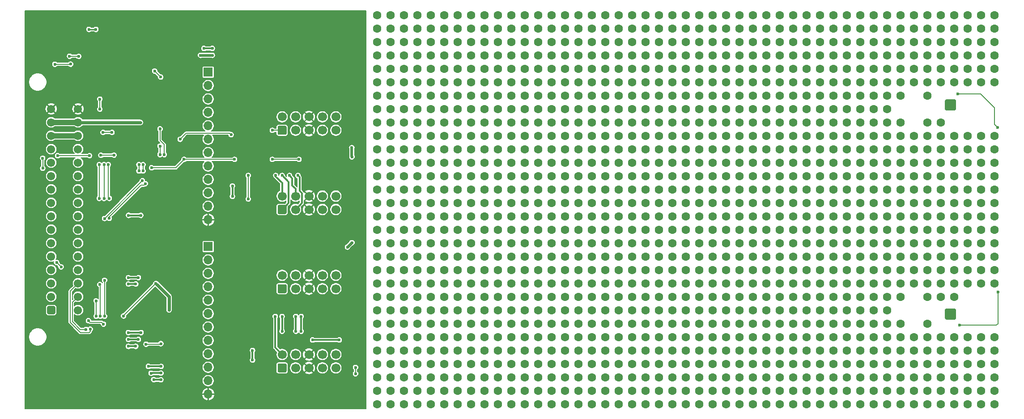
<source format=gbr>
%TF.GenerationSoftware,KiCad,Pcbnew,5.99.0+really5.1.10+dfsg1-1*%
%TF.CreationDate,2021-12-05T23:28:57+01:00*%
%TF.ProjectId,RiserCard,52697365-7243-4617-9264-2e6b69636164,rev?*%
%TF.SameCoordinates,Original*%
%TF.FileFunction,Copper,L2,Bot*%
%TF.FilePolarity,Positive*%
%FSLAX46Y46*%
G04 Gerber Fmt 4.6, Leading zero omitted, Abs format (unit mm)*
G04 Created by KiCad (PCBNEW 5.99.0+really5.1.10+dfsg1-1) date 2021-12-05 23:28:57*
%MOMM*%
%LPD*%
G01*
G04 APERTURE LIST*
%TA.AperFunction,ComponentPad*%
%ADD10C,1.600000*%
%TD*%
%TA.AperFunction,ComponentPad*%
%ADD11O,1.700000X1.700000*%
%TD*%
%TA.AperFunction,ComponentPad*%
%ADD12R,1.700000X1.700000*%
%TD*%
%TA.AperFunction,ComponentPad*%
%ADD13C,1.700000*%
%TD*%
%TA.AperFunction,ComponentPad*%
%ADD14C,1.550000*%
%TD*%
%TA.AperFunction,ViaPad*%
%ADD15C,0.600000*%
%TD*%
%TA.AperFunction,Conductor*%
%ADD16C,1.000000*%
%TD*%
%TA.AperFunction,Conductor*%
%ADD17C,0.200000*%
%TD*%
%TA.AperFunction,Conductor*%
%ADD18C,0.600000*%
%TD*%
%TA.AperFunction,Conductor*%
%ADD19C,0.300000*%
%TD*%
%TA.AperFunction,Conductor*%
%ADD20C,0.500000*%
%TD*%
%TA.AperFunction,Conductor*%
%ADD21C,0.250000*%
%TD*%
%TA.AperFunction,Conductor*%
%ADD22C,0.100000*%
%TD*%
G04 APERTURE END LIST*
D10*
%TO.P,H3,1*%
%TO.N,N/C*%
X208590000Y-76730000D03*
%TD*%
%TO.P,H3,1*%
%TO.N,N/C*%
X208590000Y-74190000D03*
%TD*%
%TO.P,H3,1*%
%TO.N,N/C*%
X211130000Y-76730000D03*
%TD*%
%TO.P,H3,1*%
%TO.N,N/C*%
X208590000Y-79270000D03*
%TD*%
%TO.P,H3,1*%
%TO.N,N/C*%
X206050000Y-76730000D03*
%TD*%
%TO.P,H3,1*%
%TO.N,N/C*%
X106990000Y-114830000D03*
%TD*%
%TO.P,H3,1*%
%TO.N,N/C*%
X109530000Y-114830000D03*
%TD*%
%TO.P,H3,1*%
%TO.N,N/C*%
X112070000Y-114830000D03*
%TD*%
%TO.P,H3,1*%
%TO.N,N/C*%
X114610000Y-114830000D03*
%TD*%
%TO.P,H3,1*%
%TO.N,N/C*%
X117150000Y-114830000D03*
%TD*%
%TO.P,H3,1*%
%TO.N,N/C*%
X119690000Y-114830000D03*
%TD*%
%TO.P,H3,1*%
%TO.N,N/C*%
X122230000Y-114830000D03*
%TD*%
%TO.P,H3,1*%
%TO.N,N/C*%
X124770000Y-114830000D03*
%TD*%
%TO.P,H3,1*%
%TO.N,N/C*%
X127310000Y-114830000D03*
%TD*%
%TO.P,H3,1*%
%TO.N,N/C*%
X129850000Y-114830000D03*
%TD*%
%TO.P,H3,1*%
%TO.N,N/C*%
X132390000Y-114830000D03*
%TD*%
%TO.P,H3,1*%
%TO.N,N/C*%
X134930000Y-114830000D03*
%TD*%
%TO.P,H3,1*%
%TO.N,N/C*%
X137470000Y-114830000D03*
%TD*%
%TO.P,H3,1*%
%TO.N,N/C*%
X140010000Y-114830000D03*
%TD*%
%TO.P,H3,1*%
%TO.N,N/C*%
X142550000Y-114830000D03*
%TD*%
%TO.P,H3,1*%
%TO.N,N/C*%
X145090000Y-114830000D03*
%TD*%
%TO.P,H3,1*%
%TO.N,N/C*%
X147630000Y-114830000D03*
%TD*%
%TO.P,H3,1*%
%TO.N,N/C*%
X150170000Y-114830000D03*
%TD*%
%TO.P,H3,1*%
%TO.N,N/C*%
X152710000Y-114830000D03*
%TD*%
%TO.P,H3,1*%
%TO.N,N/C*%
X155250000Y-114830000D03*
%TD*%
%TO.P,H3,1*%
%TO.N,N/C*%
X157790000Y-114830000D03*
%TD*%
%TO.P,H3,1*%
%TO.N,N/C*%
X160330000Y-114830000D03*
%TD*%
%TO.P,H3,1*%
%TO.N,N/C*%
X162870000Y-114830000D03*
%TD*%
%TO.P,H3,1*%
%TO.N,N/C*%
X165410000Y-114830000D03*
%TD*%
%TO.P,H3,1*%
%TO.N,N/C*%
X167950000Y-114830000D03*
%TD*%
%TO.P,H3,1*%
%TO.N,N/C*%
X170490000Y-114830000D03*
%TD*%
%TO.P,H3,1*%
%TO.N,N/C*%
X173030000Y-114830000D03*
%TD*%
%TO.P,H3,1*%
%TO.N,N/C*%
X175570000Y-114830000D03*
%TD*%
%TO.P,H3,1*%
%TO.N,N/C*%
X178110000Y-114830000D03*
%TD*%
%TO.P,H3,1*%
%TO.N,N/C*%
X180650000Y-114830000D03*
%TD*%
%TO.P,H3,1*%
%TO.N,N/C*%
X183190000Y-114830000D03*
%TD*%
%TO.P,H3,1*%
%TO.N,N/C*%
X185730000Y-114830000D03*
%TD*%
%TO.P,H3,1*%
%TO.N,N/C*%
X188270000Y-114830000D03*
%TD*%
%TO.P,H3,1*%
%TO.N,N/C*%
X190810000Y-114830000D03*
%TD*%
%TO.P,H3,1*%
%TO.N,N/C*%
X193350000Y-114830000D03*
%TD*%
%TO.P,H3,1*%
%TO.N,N/C*%
X195890000Y-114830000D03*
%TD*%
%TO.P,H3,1*%
%TO.N,N/C*%
X198430000Y-114830000D03*
%TD*%
%TO.P,H3,1*%
%TO.N,N/C*%
X200970000Y-114830000D03*
%TD*%
%TO.P,H3,1*%
%TO.N,N/C*%
X203510000Y-114830000D03*
%TD*%
%TO.P,H3,1*%
%TO.N,N/C*%
X206050000Y-114830000D03*
%TD*%
%TO.P,H3,1*%
%TO.N,N/C*%
X208590000Y-114830000D03*
%TD*%
%TO.P,H3,1*%
%TO.N,N/C*%
X211130000Y-114830000D03*
%TD*%
%TO.P,H3,1*%
%TO.N,N/C*%
X213670000Y-114830000D03*
%TD*%
%TO.P,H3,1*%
%TO.N,N/C*%
X216210000Y-114830000D03*
%TD*%
%TO.P,H3,1*%
%TO.N,N/C*%
X218750000Y-114830000D03*
%TD*%
%TO.P,H3,1*%
%TO.N,N/C*%
X221290000Y-114830000D03*
%TD*%
%TO.P,H3,1*%
%TO.N,N/C*%
X223830000Y-114830000D03*
%TD*%
%TO.P,H3,1*%
%TO.N,N/C*%
X106990000Y-112290000D03*
%TD*%
%TO.P,H3,1*%
%TO.N,N/C*%
X109530000Y-112290000D03*
%TD*%
%TO.P,H3,1*%
%TO.N,N/C*%
X112070000Y-112290000D03*
%TD*%
%TO.P,H3,1*%
%TO.N,N/C*%
X114610000Y-112290000D03*
%TD*%
%TO.P,H3,1*%
%TO.N,N/C*%
X117150000Y-112290000D03*
%TD*%
%TO.P,H3,1*%
%TO.N,N/C*%
X119690000Y-112290000D03*
%TD*%
%TO.P,H3,1*%
%TO.N,N/C*%
X122230000Y-112290000D03*
%TD*%
%TO.P,H3,1*%
%TO.N,N/C*%
X124770000Y-112290000D03*
%TD*%
%TO.P,H3,1*%
%TO.N,N/C*%
X127310000Y-112290000D03*
%TD*%
%TO.P,H3,1*%
%TO.N,N/C*%
X129850000Y-112290000D03*
%TD*%
%TO.P,H3,1*%
%TO.N,N/C*%
X132390000Y-112290000D03*
%TD*%
%TO.P,H3,1*%
%TO.N,N/C*%
X134930000Y-112290000D03*
%TD*%
%TO.P,H3,1*%
%TO.N,N/C*%
X137470000Y-112290000D03*
%TD*%
%TO.P,H3,1*%
%TO.N,N/C*%
X140010000Y-112290000D03*
%TD*%
%TO.P,H3,1*%
%TO.N,N/C*%
X142550000Y-112290000D03*
%TD*%
%TO.P,H3,1*%
%TO.N,N/C*%
X145090000Y-112290000D03*
%TD*%
%TO.P,H3,1*%
%TO.N,N/C*%
X147630000Y-112290000D03*
%TD*%
%TO.P,H3,1*%
%TO.N,N/C*%
X150170000Y-112290000D03*
%TD*%
%TO.P,H3,1*%
%TO.N,N/C*%
X152710000Y-112290000D03*
%TD*%
%TO.P,H3,1*%
%TO.N,N/C*%
X155250000Y-112290000D03*
%TD*%
%TO.P,H3,1*%
%TO.N,N/C*%
X157790000Y-112290000D03*
%TD*%
%TO.P,H3,1*%
%TO.N,N/C*%
X160330000Y-112290000D03*
%TD*%
%TO.P,H3,1*%
%TO.N,N/C*%
X162870000Y-112290000D03*
%TD*%
%TO.P,H3,1*%
%TO.N,N/C*%
X165410000Y-112290000D03*
%TD*%
%TO.P,H3,1*%
%TO.N,N/C*%
X167950000Y-112290000D03*
%TD*%
%TO.P,H3,1*%
%TO.N,N/C*%
X170490000Y-112290000D03*
%TD*%
%TO.P,H3,1*%
%TO.N,N/C*%
X173030000Y-112290000D03*
%TD*%
%TO.P,H3,1*%
%TO.N,N/C*%
X175570000Y-112290000D03*
%TD*%
%TO.P,H3,1*%
%TO.N,N/C*%
X178110000Y-112290000D03*
%TD*%
%TO.P,H3,1*%
%TO.N,N/C*%
X180650000Y-112290000D03*
%TD*%
%TO.P,H3,1*%
%TO.N,N/C*%
X183190000Y-112290000D03*
%TD*%
%TO.P,H3,1*%
%TO.N,N/C*%
X185730000Y-112290000D03*
%TD*%
%TO.P,H3,1*%
%TO.N,N/C*%
X188270000Y-112290000D03*
%TD*%
%TO.P,H3,1*%
%TO.N,N/C*%
X190810000Y-112290000D03*
%TD*%
%TO.P,H3,1*%
%TO.N,N/C*%
X193350000Y-112290000D03*
%TD*%
%TO.P,H3,1*%
%TO.N,N/C*%
X195890000Y-112290000D03*
%TD*%
%TO.P,H3,1*%
%TO.N,N/C*%
X198430000Y-112290000D03*
%TD*%
%TO.P,H3,1*%
%TO.N,N/C*%
X200970000Y-112290000D03*
%TD*%
%TO.P,H3,1*%
%TO.N,N/C*%
X203510000Y-112290000D03*
%TD*%
%TO.P,H3,1*%
%TO.N,N/C*%
X206050000Y-112290000D03*
%TD*%
%TO.P,H3,1*%
%TO.N,N/C*%
X208590000Y-112290000D03*
%TD*%
%TO.P,H3,1*%
%TO.N,N/C*%
X211130000Y-112290000D03*
%TD*%
%TO.P,H3,1*%
%TO.N,N/C*%
X213670000Y-112290000D03*
%TD*%
%TO.P,H3,1*%
%TO.N,N/C*%
X216210000Y-112290000D03*
%TD*%
%TO.P,H3,1*%
%TO.N,N/C*%
X218750000Y-112290000D03*
%TD*%
%TO.P,H3,1*%
%TO.N,N/C*%
X221290000Y-112290000D03*
%TD*%
%TO.P,H3,1*%
%TO.N,N/C*%
X223830000Y-112290000D03*
%TD*%
%TO.P,H3,1*%
%TO.N,N/C*%
X106990000Y-109750000D03*
%TD*%
%TO.P,H3,1*%
%TO.N,N/C*%
X109530000Y-109750000D03*
%TD*%
%TO.P,H3,1*%
%TO.N,N/C*%
X112070000Y-109750000D03*
%TD*%
%TO.P,H3,1*%
%TO.N,N/C*%
X114610000Y-109750000D03*
%TD*%
%TO.P,H3,1*%
%TO.N,N/C*%
X117150000Y-109750000D03*
%TD*%
%TO.P,H3,1*%
%TO.N,N/C*%
X119690000Y-109750000D03*
%TD*%
%TO.P,H3,1*%
%TO.N,N/C*%
X122230000Y-109750000D03*
%TD*%
%TO.P,H3,1*%
%TO.N,N/C*%
X124770000Y-109750000D03*
%TD*%
%TO.P,H3,1*%
%TO.N,N/C*%
X127310000Y-109750000D03*
%TD*%
%TO.P,H3,1*%
%TO.N,N/C*%
X129850000Y-109750000D03*
%TD*%
%TO.P,H3,1*%
%TO.N,N/C*%
X132390000Y-109750000D03*
%TD*%
%TO.P,H3,1*%
%TO.N,N/C*%
X134930000Y-109750000D03*
%TD*%
%TO.P,H3,1*%
%TO.N,N/C*%
X137470000Y-109750000D03*
%TD*%
%TO.P,H3,1*%
%TO.N,N/C*%
X140010000Y-109750000D03*
%TD*%
%TO.P,H3,1*%
%TO.N,N/C*%
X142550000Y-109750000D03*
%TD*%
%TO.P,H3,1*%
%TO.N,N/C*%
X145090000Y-109750000D03*
%TD*%
%TO.P,H3,1*%
%TO.N,N/C*%
X147630000Y-109750000D03*
%TD*%
%TO.P,H3,1*%
%TO.N,N/C*%
X150170000Y-109750000D03*
%TD*%
%TO.P,H3,1*%
%TO.N,N/C*%
X152710000Y-109750000D03*
%TD*%
%TO.P,H3,1*%
%TO.N,N/C*%
X155250000Y-109750000D03*
%TD*%
%TO.P,H3,1*%
%TO.N,N/C*%
X157790000Y-109750000D03*
%TD*%
%TO.P,H3,1*%
%TO.N,N/C*%
X160330000Y-109750000D03*
%TD*%
%TO.P,H3,1*%
%TO.N,N/C*%
X162870000Y-109750000D03*
%TD*%
%TO.P,H3,1*%
%TO.N,N/C*%
X165410000Y-109750000D03*
%TD*%
%TO.P,H3,1*%
%TO.N,N/C*%
X167950000Y-109750000D03*
%TD*%
%TO.P,H3,1*%
%TO.N,N/C*%
X170490000Y-109750000D03*
%TD*%
%TO.P,H3,1*%
%TO.N,N/C*%
X173030000Y-109750000D03*
%TD*%
%TO.P,H3,1*%
%TO.N,N/C*%
X175570000Y-109750000D03*
%TD*%
%TO.P,H3,1*%
%TO.N,N/C*%
X178110000Y-109750000D03*
%TD*%
%TO.P,H3,1*%
%TO.N,N/C*%
X180650000Y-109750000D03*
%TD*%
%TO.P,H3,1*%
%TO.N,N/C*%
X183190000Y-109750000D03*
%TD*%
%TO.P,H3,1*%
%TO.N,N/C*%
X185730000Y-109750000D03*
%TD*%
%TO.P,H3,1*%
%TO.N,N/C*%
X188270000Y-109750000D03*
%TD*%
%TO.P,H3,1*%
%TO.N,N/C*%
X190810000Y-109750000D03*
%TD*%
%TO.P,H3,1*%
%TO.N,N/C*%
X193350000Y-109750000D03*
%TD*%
%TO.P,H3,1*%
%TO.N,N/C*%
X195890000Y-109750000D03*
%TD*%
%TO.P,H3,1*%
%TO.N,N/C*%
X198430000Y-109750000D03*
%TD*%
%TO.P,H3,1*%
%TO.N,N/C*%
X200970000Y-109750000D03*
%TD*%
%TO.P,H3,1*%
%TO.N,N/C*%
X203510000Y-109750000D03*
%TD*%
%TO.P,H3,1*%
%TO.N,N/C*%
X206050000Y-109750000D03*
%TD*%
%TO.P,H3,1*%
%TO.N,N/C*%
X208590000Y-109750000D03*
%TD*%
%TO.P,H3,1*%
%TO.N,N/C*%
X211130000Y-109750000D03*
%TD*%
%TO.P,H3,1*%
%TO.N,N/C*%
X213670000Y-109750000D03*
%TD*%
%TO.P,H3,1*%
%TO.N,N/C*%
X216210000Y-109750000D03*
%TD*%
%TO.P,H3,1*%
%TO.N,N/C*%
X218750000Y-109750000D03*
%TD*%
%TO.P,H3,1*%
%TO.N,N/C*%
X221290000Y-109750000D03*
%TD*%
%TO.P,H3,1*%
%TO.N,N/C*%
X223830000Y-109750000D03*
%TD*%
%TO.P,H3,1*%
%TO.N,N/C*%
X106990000Y-107210000D03*
%TD*%
%TO.P,H3,1*%
%TO.N,N/C*%
X109530000Y-107210000D03*
%TD*%
%TO.P,H3,1*%
%TO.N,N/C*%
X112070000Y-107210000D03*
%TD*%
%TO.P,H3,1*%
%TO.N,N/C*%
X114610000Y-107210000D03*
%TD*%
%TO.P,H3,1*%
%TO.N,N/C*%
X117150000Y-107210000D03*
%TD*%
%TO.P,H3,1*%
%TO.N,N/C*%
X119690000Y-107210000D03*
%TD*%
%TO.P,H3,1*%
%TO.N,N/C*%
X122230000Y-107210000D03*
%TD*%
%TO.P,H3,1*%
%TO.N,N/C*%
X124770000Y-107210000D03*
%TD*%
%TO.P,H3,1*%
%TO.N,N/C*%
X127310000Y-107210000D03*
%TD*%
%TO.P,H3,1*%
%TO.N,N/C*%
X129850000Y-107210000D03*
%TD*%
%TO.P,H3,1*%
%TO.N,N/C*%
X132390000Y-107210000D03*
%TD*%
%TO.P,H3,1*%
%TO.N,N/C*%
X134930000Y-107210000D03*
%TD*%
%TO.P,H3,1*%
%TO.N,N/C*%
X137470000Y-107210000D03*
%TD*%
%TO.P,H3,1*%
%TO.N,N/C*%
X140010000Y-107210000D03*
%TD*%
%TO.P,H3,1*%
%TO.N,N/C*%
X142550000Y-107210000D03*
%TD*%
%TO.P,H3,1*%
%TO.N,N/C*%
X145090000Y-107210000D03*
%TD*%
%TO.P,H3,1*%
%TO.N,N/C*%
X147630000Y-107210000D03*
%TD*%
%TO.P,H3,1*%
%TO.N,N/C*%
X150170000Y-107210000D03*
%TD*%
%TO.P,H3,1*%
%TO.N,N/C*%
X152710000Y-107210000D03*
%TD*%
%TO.P,H3,1*%
%TO.N,N/C*%
X155250000Y-107210000D03*
%TD*%
%TO.P,H3,1*%
%TO.N,N/C*%
X157790000Y-107210000D03*
%TD*%
%TO.P,H3,1*%
%TO.N,N/C*%
X160330000Y-107210000D03*
%TD*%
%TO.P,H3,1*%
%TO.N,N/C*%
X162870000Y-107210000D03*
%TD*%
%TO.P,H3,1*%
%TO.N,N/C*%
X165410000Y-107210000D03*
%TD*%
%TO.P,H3,1*%
%TO.N,N/C*%
X167950000Y-107210000D03*
%TD*%
%TO.P,H3,1*%
%TO.N,N/C*%
X170490000Y-107210000D03*
%TD*%
%TO.P,H3,1*%
%TO.N,N/C*%
X173030000Y-107210000D03*
%TD*%
%TO.P,H3,1*%
%TO.N,N/C*%
X175570000Y-107210000D03*
%TD*%
%TO.P,H3,1*%
%TO.N,N/C*%
X178110000Y-107210000D03*
%TD*%
%TO.P,H3,1*%
%TO.N,N/C*%
X180650000Y-107210000D03*
%TD*%
%TO.P,H3,1*%
%TO.N,N/C*%
X183190000Y-107210000D03*
%TD*%
%TO.P,H3,1*%
%TO.N,N/C*%
X185730000Y-107210000D03*
%TD*%
%TO.P,H3,1*%
%TO.N,N/C*%
X188270000Y-107210000D03*
%TD*%
%TO.P,H3,1*%
%TO.N,N/C*%
X190810000Y-107210000D03*
%TD*%
%TO.P,H3,1*%
%TO.N,N/C*%
X193350000Y-107210000D03*
%TD*%
%TO.P,H3,1*%
%TO.N,N/C*%
X195890000Y-107210000D03*
%TD*%
%TO.P,H3,1*%
%TO.N,N/C*%
X198430000Y-107210000D03*
%TD*%
%TO.P,H3,1*%
%TO.N,N/C*%
X200970000Y-107210000D03*
%TD*%
%TO.P,H3,1*%
%TO.N,N/C*%
X203510000Y-107210000D03*
%TD*%
%TO.P,H3,1*%
%TO.N,N/C*%
X206050000Y-107210000D03*
%TD*%
%TO.P,H3,1*%
%TO.N,N/C*%
X208590000Y-107210000D03*
%TD*%
%TO.P,H3,1*%
%TO.N,N/C*%
X211130000Y-107210000D03*
%TD*%
%TO.P,H3,1*%
%TO.N,N/C*%
X213670000Y-107210000D03*
%TD*%
%TO.P,H3,1*%
%TO.N,N/C*%
X216210000Y-107210000D03*
%TD*%
%TO.P,H3,1*%
%TO.N,N/C*%
X218750000Y-107210000D03*
%TD*%
%TO.P,H3,1*%
%TO.N,N/C*%
X221290000Y-107210000D03*
%TD*%
%TO.P,H3,1*%
%TO.N,N/C*%
X223830000Y-107210000D03*
%TD*%
%TO.P,H3,1*%
%TO.N,N/C*%
X106990000Y-104670000D03*
%TD*%
%TO.P,H3,1*%
%TO.N,N/C*%
X109530000Y-104670000D03*
%TD*%
%TO.P,H3,1*%
%TO.N,N/C*%
X112070000Y-104670000D03*
%TD*%
%TO.P,H3,1*%
%TO.N,N/C*%
X114610000Y-104670000D03*
%TD*%
%TO.P,H3,1*%
%TO.N,N/C*%
X117150000Y-104670000D03*
%TD*%
%TO.P,H3,1*%
%TO.N,N/C*%
X119690000Y-104670000D03*
%TD*%
%TO.P,H3,1*%
%TO.N,N/C*%
X122230000Y-104670000D03*
%TD*%
%TO.P,H3,1*%
%TO.N,N/C*%
X124770000Y-104670000D03*
%TD*%
%TO.P,H3,1*%
%TO.N,N/C*%
X127310000Y-104670000D03*
%TD*%
%TO.P,H3,1*%
%TO.N,N/C*%
X129850000Y-104670000D03*
%TD*%
%TO.P,H3,1*%
%TO.N,N/C*%
X132390000Y-104670000D03*
%TD*%
%TO.P,H3,1*%
%TO.N,N/C*%
X134930000Y-104670000D03*
%TD*%
%TO.P,H3,1*%
%TO.N,N/C*%
X137470000Y-104670000D03*
%TD*%
%TO.P,H3,1*%
%TO.N,N/C*%
X140010000Y-104670000D03*
%TD*%
%TO.P,H3,1*%
%TO.N,N/C*%
X142550000Y-104670000D03*
%TD*%
%TO.P,H3,1*%
%TO.N,N/C*%
X145090000Y-104670000D03*
%TD*%
%TO.P,H3,1*%
%TO.N,N/C*%
X147630000Y-104670000D03*
%TD*%
%TO.P,H3,1*%
%TO.N,N/C*%
X150170000Y-104670000D03*
%TD*%
%TO.P,H3,1*%
%TO.N,N/C*%
X152710000Y-104670000D03*
%TD*%
%TO.P,H3,1*%
%TO.N,N/C*%
X155250000Y-104670000D03*
%TD*%
%TO.P,H3,1*%
%TO.N,N/C*%
X157790000Y-104670000D03*
%TD*%
%TO.P,H3,1*%
%TO.N,N/C*%
X160330000Y-104670000D03*
%TD*%
%TO.P,H3,1*%
%TO.N,N/C*%
X162870000Y-104670000D03*
%TD*%
%TO.P,H3,1*%
%TO.N,N/C*%
X165410000Y-104670000D03*
%TD*%
%TO.P,H3,1*%
%TO.N,N/C*%
X167950000Y-104670000D03*
%TD*%
%TO.P,H3,1*%
%TO.N,N/C*%
X170490000Y-104670000D03*
%TD*%
%TO.P,H3,1*%
%TO.N,N/C*%
X173030000Y-104670000D03*
%TD*%
%TO.P,H3,1*%
%TO.N,N/C*%
X175570000Y-104670000D03*
%TD*%
%TO.P,H3,1*%
%TO.N,N/C*%
X178110000Y-104670000D03*
%TD*%
%TO.P,H3,1*%
%TO.N,N/C*%
X180650000Y-104670000D03*
%TD*%
%TO.P,H3,1*%
%TO.N,N/C*%
X183190000Y-104670000D03*
%TD*%
%TO.P,H3,1*%
%TO.N,N/C*%
X185730000Y-104670000D03*
%TD*%
%TO.P,H3,1*%
%TO.N,N/C*%
X188270000Y-104670000D03*
%TD*%
%TO.P,H3,1*%
%TO.N,N/C*%
X190810000Y-104670000D03*
%TD*%
%TO.P,H3,1*%
%TO.N,N/C*%
X193350000Y-104670000D03*
%TD*%
%TO.P,H3,1*%
%TO.N,N/C*%
X195890000Y-104670000D03*
%TD*%
%TO.P,H3,1*%
%TO.N,N/C*%
X198430000Y-104670000D03*
%TD*%
%TO.P,H3,1*%
%TO.N,N/C*%
X200970000Y-104670000D03*
%TD*%
%TO.P,H3,1*%
%TO.N,N/C*%
X203510000Y-104670000D03*
%TD*%
%TO.P,H3,1*%
%TO.N,N/C*%
X206050000Y-104670000D03*
%TD*%
%TO.P,H3,1*%
%TO.N,N/C*%
X208590000Y-104670000D03*
%TD*%
%TO.P,H3,1*%
%TO.N,N/C*%
X211130000Y-104670000D03*
%TD*%
%TO.P,H3,1*%
%TO.N,N/C*%
X213670000Y-104670000D03*
%TD*%
%TO.P,H3,1*%
%TO.N,N/C*%
X216210000Y-104670000D03*
%TD*%
%TO.P,H3,1*%
%TO.N,N/C*%
X218750000Y-104670000D03*
%TD*%
%TO.P,H3,1*%
%TO.N,N/C*%
X221290000Y-104670000D03*
%TD*%
%TO.P,H3,1*%
%TO.N,N/C*%
X223830000Y-104670000D03*
%TD*%
%TO.P,H3,1*%
%TO.N,N/C*%
X106990000Y-102130000D03*
%TD*%
%TO.P,H3,1*%
%TO.N,N/C*%
X109530000Y-102130000D03*
%TD*%
%TO.P,H3,1*%
%TO.N,N/C*%
X112070000Y-102130000D03*
%TD*%
%TO.P,H3,1*%
%TO.N,N/C*%
X114610000Y-102130000D03*
%TD*%
%TO.P,H3,1*%
%TO.N,N/C*%
X117150000Y-102130000D03*
%TD*%
%TO.P,H3,1*%
%TO.N,N/C*%
X119690000Y-102130000D03*
%TD*%
%TO.P,H3,1*%
%TO.N,N/C*%
X122230000Y-102130000D03*
%TD*%
%TO.P,H3,1*%
%TO.N,N/C*%
X124770000Y-102130000D03*
%TD*%
%TO.P,H3,1*%
%TO.N,N/C*%
X127310000Y-102130000D03*
%TD*%
%TO.P,H3,1*%
%TO.N,N/C*%
X129850000Y-102130000D03*
%TD*%
%TO.P,H3,1*%
%TO.N,N/C*%
X132390000Y-102130000D03*
%TD*%
%TO.P,H3,1*%
%TO.N,N/C*%
X134930000Y-102130000D03*
%TD*%
%TO.P,H3,1*%
%TO.N,N/C*%
X137470000Y-102130000D03*
%TD*%
%TO.P,H3,1*%
%TO.N,N/C*%
X140010000Y-102130000D03*
%TD*%
%TO.P,H3,1*%
%TO.N,N/C*%
X142550000Y-102130000D03*
%TD*%
%TO.P,H3,1*%
%TO.N,N/C*%
X145090000Y-102130000D03*
%TD*%
%TO.P,H3,1*%
%TO.N,N/C*%
X147630000Y-102130000D03*
%TD*%
%TO.P,H3,1*%
%TO.N,N/C*%
X150170000Y-102130000D03*
%TD*%
%TO.P,H3,1*%
%TO.N,N/C*%
X152710000Y-102130000D03*
%TD*%
%TO.P,H3,1*%
%TO.N,N/C*%
X155250000Y-102130000D03*
%TD*%
%TO.P,H3,1*%
%TO.N,N/C*%
X157790000Y-102130000D03*
%TD*%
%TO.P,H3,1*%
%TO.N,N/C*%
X160330000Y-102130000D03*
%TD*%
%TO.P,H3,1*%
%TO.N,N/C*%
X162870000Y-102130000D03*
%TD*%
%TO.P,H3,1*%
%TO.N,N/C*%
X165410000Y-102130000D03*
%TD*%
%TO.P,H3,1*%
%TO.N,N/C*%
X167950000Y-102130000D03*
%TD*%
%TO.P,H3,1*%
%TO.N,N/C*%
X170490000Y-102130000D03*
%TD*%
%TO.P,H3,1*%
%TO.N,N/C*%
X173030000Y-102130000D03*
%TD*%
%TO.P,H3,1*%
%TO.N,N/C*%
X175570000Y-102130000D03*
%TD*%
%TO.P,H3,1*%
%TO.N,N/C*%
X178110000Y-102130000D03*
%TD*%
%TO.P,H3,1*%
%TO.N,N/C*%
X180650000Y-102130000D03*
%TD*%
%TO.P,H3,1*%
%TO.N,N/C*%
X183190000Y-102130000D03*
%TD*%
%TO.P,H3,1*%
%TO.N,N/C*%
X185730000Y-102130000D03*
%TD*%
%TO.P,H3,1*%
%TO.N,N/C*%
X188270000Y-102130000D03*
%TD*%
%TO.P,H3,1*%
%TO.N,N/C*%
X190810000Y-102130000D03*
%TD*%
%TO.P,H3,1*%
%TO.N,N/C*%
X193350000Y-102130000D03*
%TD*%
%TO.P,H3,1*%
%TO.N,N/C*%
X195890000Y-102130000D03*
%TD*%
%TO.P,H3,1*%
%TO.N,N/C*%
X198430000Y-102130000D03*
%TD*%
%TO.P,H3,1*%
%TO.N,N/C*%
X200970000Y-102130000D03*
%TD*%
%TO.P,H3,1*%
%TO.N,N/C*%
X203510000Y-102130000D03*
%TD*%
%TO.P,H3,1*%
%TO.N,N/C*%
X206050000Y-102130000D03*
%TD*%
%TO.P,H3,1*%
%TO.N,N/C*%
X208590000Y-102130000D03*
%TD*%
%TO.P,H3,1*%
%TO.N,N/C*%
X211130000Y-102130000D03*
%TD*%
%TO.P,H3,1*%
%TO.N,N/C*%
X213670000Y-102130000D03*
%TD*%
%TO.P,H3,1*%
%TO.N,N/C*%
X216210000Y-102130000D03*
%TD*%
%TO.P,H3,1*%
%TO.N,N/C*%
X218750000Y-102130000D03*
%TD*%
%TO.P,H3,1*%
%TO.N,N/C*%
X221290000Y-102130000D03*
%TD*%
%TO.P,H3,1*%
%TO.N,N/C*%
X223830000Y-102130000D03*
%TD*%
%TO.P,H3,1*%
%TO.N,N/C*%
X106990000Y-99590000D03*
%TD*%
%TO.P,H3,1*%
%TO.N,N/C*%
X109530000Y-99590000D03*
%TD*%
%TO.P,H3,1*%
%TO.N,N/C*%
X112070000Y-99590000D03*
%TD*%
%TO.P,H3,1*%
%TO.N,N/C*%
X114610000Y-99590000D03*
%TD*%
%TO.P,H3,1*%
%TO.N,N/C*%
X117150000Y-99590000D03*
%TD*%
%TO.P,H3,1*%
%TO.N,N/C*%
X119690000Y-99590000D03*
%TD*%
%TO.P,H3,1*%
%TO.N,N/C*%
X122230000Y-99590000D03*
%TD*%
%TO.P,H3,1*%
%TO.N,N/C*%
X124770000Y-99590000D03*
%TD*%
%TO.P,H3,1*%
%TO.N,N/C*%
X127310000Y-99590000D03*
%TD*%
%TO.P,H3,1*%
%TO.N,N/C*%
X129850000Y-99590000D03*
%TD*%
%TO.P,H3,1*%
%TO.N,N/C*%
X132390000Y-99590000D03*
%TD*%
%TO.P,H3,1*%
%TO.N,N/C*%
X134930000Y-99590000D03*
%TD*%
%TO.P,H3,1*%
%TO.N,N/C*%
X137470000Y-99590000D03*
%TD*%
%TO.P,H3,1*%
%TO.N,N/C*%
X140010000Y-99590000D03*
%TD*%
%TO.P,H3,1*%
%TO.N,N/C*%
X142550000Y-99590000D03*
%TD*%
%TO.P,H3,1*%
%TO.N,N/C*%
X145090000Y-99590000D03*
%TD*%
%TO.P,H3,1*%
%TO.N,N/C*%
X147630000Y-99590000D03*
%TD*%
%TO.P,H3,1*%
%TO.N,N/C*%
X150170000Y-99590000D03*
%TD*%
%TO.P,H3,1*%
%TO.N,N/C*%
X152710000Y-99590000D03*
%TD*%
%TO.P,H3,1*%
%TO.N,N/C*%
X155250000Y-99590000D03*
%TD*%
%TO.P,H3,1*%
%TO.N,N/C*%
X157790000Y-99590000D03*
%TD*%
%TO.P,H3,1*%
%TO.N,N/C*%
X160330000Y-99590000D03*
%TD*%
%TO.P,H3,1*%
%TO.N,N/C*%
X162870000Y-99590000D03*
%TD*%
%TO.P,H3,1*%
%TO.N,N/C*%
X165410000Y-99590000D03*
%TD*%
%TO.P,H3,1*%
%TO.N,N/C*%
X167950000Y-99590000D03*
%TD*%
%TO.P,H3,1*%
%TO.N,N/C*%
X170490000Y-99590000D03*
%TD*%
%TO.P,H3,1*%
%TO.N,N/C*%
X173030000Y-99590000D03*
%TD*%
%TO.P,H3,1*%
%TO.N,N/C*%
X175570000Y-99590000D03*
%TD*%
%TO.P,H3,1*%
%TO.N,N/C*%
X178110000Y-99590000D03*
%TD*%
%TO.P,H3,1*%
%TO.N,N/C*%
X180650000Y-99590000D03*
%TD*%
%TO.P,H3,1*%
%TO.N,N/C*%
X183190000Y-99590000D03*
%TD*%
%TO.P,H3,1*%
%TO.N,N/C*%
X185730000Y-99590000D03*
%TD*%
%TO.P,H3,1*%
%TO.N,N/C*%
X188270000Y-99590000D03*
%TD*%
%TO.P,H3,1*%
%TO.N,N/C*%
X190810000Y-99590000D03*
%TD*%
%TO.P,H3,1*%
%TO.N,N/C*%
X193350000Y-99590000D03*
%TD*%
%TO.P,H3,1*%
%TO.N,N/C*%
X195890000Y-99590000D03*
%TD*%
%TO.P,H3,1*%
%TO.N,N/C*%
X198430000Y-99590000D03*
%TD*%
%TO.P,H3,1*%
%TO.N,N/C*%
X200970000Y-99590000D03*
%TD*%
%TO.P,H3,1*%
%TO.N,N/C*%
X203510000Y-99590000D03*
%TD*%
%TO.P,H3,1*%
%TO.N,N/C*%
X206050000Y-99590000D03*
%TD*%
%TO.P,H3,1*%
%TO.N,N/C*%
X211130000Y-99590000D03*
%TD*%
%TO.P,H3,1*%
%TO.N,N/C*%
X106990000Y-97050000D03*
%TD*%
%TO.P,H3,1*%
%TO.N,N/C*%
X109530000Y-97050000D03*
%TD*%
%TO.P,H3,1*%
%TO.N,N/C*%
X112070000Y-97050000D03*
%TD*%
%TO.P,H3,1*%
%TO.N,N/C*%
X114610000Y-97050000D03*
%TD*%
%TO.P,H3,1*%
%TO.N,N/C*%
X117150000Y-97050000D03*
%TD*%
%TO.P,H3,1*%
%TO.N,N/C*%
X119690000Y-97050000D03*
%TD*%
%TO.P,H3,1*%
%TO.N,N/C*%
X122230000Y-97050000D03*
%TD*%
%TO.P,H3,1*%
%TO.N,N/C*%
X124770000Y-97050000D03*
%TD*%
%TO.P,H3,1*%
%TO.N,N/C*%
X127310000Y-97050000D03*
%TD*%
%TO.P,H3,1*%
%TO.N,N/C*%
X129850000Y-97050000D03*
%TD*%
%TO.P,H3,1*%
%TO.N,N/C*%
X132390000Y-97050000D03*
%TD*%
%TO.P,H3,1*%
%TO.N,N/C*%
X134930000Y-97050000D03*
%TD*%
%TO.P,H3,1*%
%TO.N,N/C*%
X137470000Y-97050000D03*
%TD*%
%TO.P,H3,1*%
%TO.N,N/C*%
X140010000Y-97050000D03*
%TD*%
%TO.P,H3,1*%
%TO.N,N/C*%
X142550000Y-97050000D03*
%TD*%
%TO.P,H3,1*%
%TO.N,N/C*%
X145090000Y-97050000D03*
%TD*%
%TO.P,H3,1*%
%TO.N,N/C*%
X147630000Y-97050000D03*
%TD*%
%TO.P,H3,1*%
%TO.N,N/C*%
X150170000Y-97050000D03*
%TD*%
%TO.P,H3,1*%
%TO.N,N/C*%
X152710000Y-97050000D03*
%TD*%
%TO.P,H3,1*%
%TO.N,N/C*%
X155250000Y-97050000D03*
%TD*%
%TO.P,H3,1*%
%TO.N,N/C*%
X157790000Y-97050000D03*
%TD*%
%TO.P,H3,1*%
%TO.N,N/C*%
X160330000Y-97050000D03*
%TD*%
%TO.P,H3,1*%
%TO.N,N/C*%
X162870000Y-97050000D03*
%TD*%
%TO.P,H3,1*%
%TO.N,N/C*%
X165410000Y-97050000D03*
%TD*%
%TO.P,H3,1*%
%TO.N,N/C*%
X167950000Y-97050000D03*
%TD*%
%TO.P,H3,1*%
%TO.N,N/C*%
X170490000Y-97050000D03*
%TD*%
%TO.P,H3,1*%
%TO.N,N/C*%
X173030000Y-97050000D03*
%TD*%
%TO.P,H3,1*%
%TO.N,N/C*%
X175570000Y-97050000D03*
%TD*%
%TO.P,H3,1*%
%TO.N,N/C*%
X178110000Y-97050000D03*
%TD*%
%TO.P,H3,1*%
%TO.N,N/C*%
X180650000Y-97050000D03*
%TD*%
%TO.P,H3,1*%
%TO.N,N/C*%
X183190000Y-97050000D03*
%TD*%
%TO.P,H3,1*%
%TO.N,N/C*%
X185730000Y-97050000D03*
%TD*%
%TO.P,H3,1*%
%TO.N,N/C*%
X188270000Y-97050000D03*
%TD*%
%TO.P,H3,1*%
%TO.N,N/C*%
X190810000Y-97050000D03*
%TD*%
%TO.P,H3,1*%
%TO.N,N/C*%
X193350000Y-97050000D03*
%TD*%
%TO.P,H3,1*%
%TO.N,N/C*%
X195890000Y-97050000D03*
%TD*%
%TO.P,H3,1*%
%TO.N,N/C*%
X198430000Y-97050000D03*
%TD*%
%TO.P,H3,1*%
%TO.N,N/C*%
X200970000Y-97050000D03*
%TD*%
%TO.P,H3,1*%
%TO.N,N/C*%
X203510000Y-97050000D03*
%TD*%
%TO.P,H3,1*%
%TO.N,N/C*%
X106990000Y-94510000D03*
%TD*%
%TO.P,H3,1*%
%TO.N,N/C*%
X109530000Y-94510000D03*
%TD*%
%TO.P,H3,1*%
%TO.N,N/C*%
X112070000Y-94510000D03*
%TD*%
%TO.P,H3,1*%
%TO.N,N/C*%
X114610000Y-94510000D03*
%TD*%
%TO.P,H3,1*%
%TO.N,N/C*%
X117150000Y-94510000D03*
%TD*%
%TO.P,H3,1*%
%TO.N,N/C*%
X119690000Y-94510000D03*
%TD*%
%TO.P,H3,1*%
%TO.N,N/C*%
X122230000Y-94510000D03*
%TD*%
%TO.P,H3,1*%
%TO.N,N/C*%
X124770000Y-94510000D03*
%TD*%
%TO.P,H3,1*%
%TO.N,N/C*%
X127310000Y-94510000D03*
%TD*%
%TO.P,H3,1*%
%TO.N,N/C*%
X129850000Y-94510000D03*
%TD*%
%TO.P,H3,1*%
%TO.N,N/C*%
X132390000Y-94510000D03*
%TD*%
%TO.P,H3,1*%
%TO.N,N/C*%
X134930000Y-94510000D03*
%TD*%
%TO.P,H3,1*%
%TO.N,N/C*%
X137470000Y-94510000D03*
%TD*%
%TO.P,H3,1*%
%TO.N,N/C*%
X140010000Y-94510000D03*
%TD*%
%TO.P,H3,1*%
%TO.N,N/C*%
X142550000Y-94510000D03*
%TD*%
%TO.P,H3,1*%
%TO.N,N/C*%
X145090000Y-94510000D03*
%TD*%
%TO.P,H3,1*%
%TO.N,N/C*%
X147630000Y-94510000D03*
%TD*%
%TO.P,H3,1*%
%TO.N,N/C*%
X150170000Y-94510000D03*
%TD*%
%TO.P,H3,1*%
%TO.N,N/C*%
X152710000Y-94510000D03*
%TD*%
%TO.P,H3,1*%
%TO.N,N/C*%
X155250000Y-94510000D03*
%TD*%
%TO.P,H3,1*%
%TO.N,N/C*%
X157790000Y-94510000D03*
%TD*%
%TO.P,H3,1*%
%TO.N,N/C*%
X160330000Y-94510000D03*
%TD*%
%TO.P,H3,1*%
%TO.N,N/C*%
X162870000Y-94510000D03*
%TD*%
%TO.P,H3,1*%
%TO.N,N/C*%
X165410000Y-94510000D03*
%TD*%
%TO.P,H3,1*%
%TO.N,N/C*%
X167950000Y-94510000D03*
%TD*%
%TO.P,H3,1*%
%TO.N,N/C*%
X170490000Y-94510000D03*
%TD*%
%TO.P,H3,1*%
%TO.N,N/C*%
X173030000Y-94510000D03*
%TD*%
%TO.P,H3,1*%
%TO.N,N/C*%
X175570000Y-94510000D03*
%TD*%
%TO.P,H3,1*%
%TO.N,N/C*%
X178110000Y-94510000D03*
%TD*%
%TO.P,H3,1*%
%TO.N,N/C*%
X180650000Y-94510000D03*
%TD*%
%TO.P,H3,1*%
%TO.N,N/C*%
X183190000Y-94510000D03*
%TD*%
%TO.P,H3,1*%
%TO.N,N/C*%
X185730000Y-94510000D03*
%TD*%
%TO.P,H3,1*%
%TO.N,N/C*%
X188270000Y-94510000D03*
%TD*%
%TO.P,H3,1*%
%TO.N,N/C*%
X190810000Y-94510000D03*
%TD*%
%TO.P,H3,1*%
%TO.N,N/C*%
X193350000Y-94510000D03*
%TD*%
%TO.P,H3,1*%
%TO.N,N/C*%
X195890000Y-94510000D03*
%TD*%
%TO.P,H3,1*%
%TO.N,N/C*%
X198430000Y-94510000D03*
%TD*%
%TO.P,H3,1*%
%TO.N,N/C*%
X200970000Y-94510000D03*
%TD*%
%TO.P,H3,1*%
%TO.N,N/C*%
X203510000Y-94510000D03*
%TD*%
%TO.P,H3,1*%
%TO.N,N/C*%
X206050000Y-94510000D03*
%TD*%
%TO.P,H3,1*%
%TO.N,N/C*%
X211130000Y-94510000D03*
%TD*%
%TO.P,H3,1*%
%TO.N,N/C*%
X213670000Y-94510000D03*
%TD*%
%TO.P,H3,1*%
%TO.N,N/C*%
X216210000Y-94510000D03*
%TD*%
%TO.P,H3,1*%
%TO.N,N/C*%
X106990000Y-91970000D03*
%TD*%
%TO.P,H3,1*%
%TO.N,N/C*%
X109530000Y-91970000D03*
%TD*%
%TO.P,H3,1*%
%TO.N,N/C*%
X112070000Y-91970000D03*
%TD*%
%TO.P,H3,1*%
%TO.N,N/C*%
X114610000Y-91970000D03*
%TD*%
%TO.P,H3,1*%
%TO.N,N/C*%
X117150000Y-91970000D03*
%TD*%
%TO.P,H3,1*%
%TO.N,N/C*%
X119690000Y-91970000D03*
%TD*%
%TO.P,H3,1*%
%TO.N,N/C*%
X122230000Y-91970000D03*
%TD*%
%TO.P,H3,1*%
%TO.N,N/C*%
X124770000Y-91970000D03*
%TD*%
%TO.P,H3,1*%
%TO.N,N/C*%
X127310000Y-91970000D03*
%TD*%
%TO.P,H3,1*%
%TO.N,N/C*%
X129850000Y-91970000D03*
%TD*%
%TO.P,H3,1*%
%TO.N,N/C*%
X132390000Y-91970000D03*
%TD*%
%TO.P,H3,1*%
%TO.N,N/C*%
X134930000Y-91970000D03*
%TD*%
%TO.P,H3,1*%
%TO.N,N/C*%
X137470000Y-91970000D03*
%TD*%
%TO.P,H3,1*%
%TO.N,N/C*%
X140010000Y-91970000D03*
%TD*%
%TO.P,H3,1*%
%TO.N,N/C*%
X142550000Y-91970000D03*
%TD*%
%TO.P,H3,1*%
%TO.N,N/C*%
X145090000Y-91970000D03*
%TD*%
%TO.P,H3,1*%
%TO.N,N/C*%
X147630000Y-91970000D03*
%TD*%
%TO.P,H3,1*%
%TO.N,N/C*%
X150170000Y-91970000D03*
%TD*%
%TO.P,H3,1*%
%TO.N,N/C*%
X152710000Y-91970000D03*
%TD*%
%TO.P,H3,1*%
%TO.N,N/C*%
X155250000Y-91970000D03*
%TD*%
%TO.P,H3,1*%
%TO.N,N/C*%
X157790000Y-91970000D03*
%TD*%
%TO.P,H3,1*%
%TO.N,N/C*%
X160330000Y-91970000D03*
%TD*%
%TO.P,H3,1*%
%TO.N,N/C*%
X162870000Y-91970000D03*
%TD*%
%TO.P,H3,1*%
%TO.N,N/C*%
X165410000Y-91970000D03*
%TD*%
%TO.P,H3,1*%
%TO.N,N/C*%
X167950000Y-91970000D03*
%TD*%
%TO.P,H3,1*%
%TO.N,N/C*%
X170490000Y-91970000D03*
%TD*%
%TO.P,H3,1*%
%TO.N,N/C*%
X173030000Y-91970000D03*
%TD*%
%TO.P,H3,1*%
%TO.N,N/C*%
X175570000Y-91970000D03*
%TD*%
%TO.P,H3,1*%
%TO.N,N/C*%
X178110000Y-91970000D03*
%TD*%
%TO.P,H3,1*%
%TO.N,N/C*%
X180650000Y-91970000D03*
%TD*%
%TO.P,H3,1*%
%TO.N,N/C*%
X183190000Y-91970000D03*
%TD*%
%TO.P,H3,1*%
%TO.N,N/C*%
X185730000Y-91970000D03*
%TD*%
%TO.P,H3,1*%
%TO.N,N/C*%
X188270000Y-91970000D03*
%TD*%
%TO.P,H3,1*%
%TO.N,N/C*%
X190810000Y-91970000D03*
%TD*%
%TO.P,H3,1*%
%TO.N,N/C*%
X193350000Y-91970000D03*
%TD*%
%TO.P,H3,1*%
%TO.N,N/C*%
X195890000Y-91970000D03*
%TD*%
%TO.P,H3,1*%
%TO.N,N/C*%
X198430000Y-91970000D03*
%TD*%
%TO.P,H3,1*%
%TO.N,N/C*%
X200970000Y-91970000D03*
%TD*%
%TO.P,H3,1*%
%TO.N,N/C*%
X203510000Y-91970000D03*
%TD*%
%TO.P,H3,1*%
%TO.N,N/C*%
X206050000Y-91970000D03*
%TD*%
%TO.P,H3,1*%
%TO.N,N/C*%
X208590000Y-91970000D03*
%TD*%
%TO.P,H3,1*%
%TO.N,N/C*%
X211130000Y-91970000D03*
%TD*%
%TO.P,H3,1*%
%TO.N,N/C*%
X213670000Y-91970000D03*
%TD*%
%TO.P,H3,1*%
%TO.N,N/C*%
X216210000Y-91970000D03*
%TD*%
%TO.P,H3,1*%
%TO.N,N/C*%
X218750000Y-91970000D03*
%TD*%
%TO.P,H3,1*%
%TO.N,N/C*%
X221290000Y-91970000D03*
%TD*%
%TO.P,H3,1*%
%TO.N,N/C*%
X223830000Y-91970000D03*
%TD*%
%TO.P,H3,1*%
%TO.N,N/C*%
X106990000Y-89430000D03*
%TD*%
%TO.P,H3,1*%
%TO.N,N/C*%
X109530000Y-89430000D03*
%TD*%
%TO.P,H3,1*%
%TO.N,N/C*%
X112070000Y-89430000D03*
%TD*%
%TO.P,H3,1*%
%TO.N,N/C*%
X114610000Y-89430000D03*
%TD*%
%TO.P,H3,1*%
%TO.N,N/C*%
X117150000Y-89430000D03*
%TD*%
%TO.P,H3,1*%
%TO.N,N/C*%
X119690000Y-89430000D03*
%TD*%
%TO.P,H3,1*%
%TO.N,N/C*%
X122230000Y-89430000D03*
%TD*%
%TO.P,H3,1*%
%TO.N,N/C*%
X124770000Y-89430000D03*
%TD*%
%TO.P,H3,1*%
%TO.N,N/C*%
X127310000Y-89430000D03*
%TD*%
%TO.P,H3,1*%
%TO.N,N/C*%
X129850000Y-89430000D03*
%TD*%
%TO.P,H3,1*%
%TO.N,N/C*%
X132390000Y-89430000D03*
%TD*%
%TO.P,H3,1*%
%TO.N,N/C*%
X134930000Y-89430000D03*
%TD*%
%TO.P,H3,1*%
%TO.N,N/C*%
X137470000Y-89430000D03*
%TD*%
%TO.P,H3,1*%
%TO.N,N/C*%
X140010000Y-89430000D03*
%TD*%
%TO.P,H3,1*%
%TO.N,N/C*%
X142550000Y-89430000D03*
%TD*%
%TO.P,H3,1*%
%TO.N,N/C*%
X145090000Y-89430000D03*
%TD*%
%TO.P,H3,1*%
%TO.N,N/C*%
X147630000Y-89430000D03*
%TD*%
%TO.P,H3,1*%
%TO.N,N/C*%
X150170000Y-89430000D03*
%TD*%
%TO.P,H3,1*%
%TO.N,N/C*%
X152710000Y-89430000D03*
%TD*%
%TO.P,H3,1*%
%TO.N,N/C*%
X155250000Y-89430000D03*
%TD*%
%TO.P,H3,1*%
%TO.N,N/C*%
X157790000Y-89430000D03*
%TD*%
%TO.P,H3,1*%
%TO.N,N/C*%
X160330000Y-89430000D03*
%TD*%
%TO.P,H3,1*%
%TO.N,N/C*%
X162870000Y-89430000D03*
%TD*%
%TO.P,H3,1*%
%TO.N,N/C*%
X165410000Y-89430000D03*
%TD*%
%TO.P,H3,1*%
%TO.N,N/C*%
X167950000Y-89430000D03*
%TD*%
%TO.P,H3,1*%
%TO.N,N/C*%
X170490000Y-89430000D03*
%TD*%
%TO.P,H3,1*%
%TO.N,N/C*%
X173030000Y-89430000D03*
%TD*%
%TO.P,H3,1*%
%TO.N,N/C*%
X175570000Y-89430000D03*
%TD*%
%TO.P,H3,1*%
%TO.N,N/C*%
X178110000Y-89430000D03*
%TD*%
%TO.P,H3,1*%
%TO.N,N/C*%
X180650000Y-89430000D03*
%TD*%
%TO.P,H3,1*%
%TO.N,N/C*%
X183190000Y-89430000D03*
%TD*%
%TO.P,H3,1*%
%TO.N,N/C*%
X185730000Y-89430000D03*
%TD*%
%TO.P,H3,1*%
%TO.N,N/C*%
X188270000Y-89430000D03*
%TD*%
%TO.P,H3,1*%
%TO.N,N/C*%
X190810000Y-89430000D03*
%TD*%
%TO.P,H3,1*%
%TO.N,N/C*%
X193350000Y-89430000D03*
%TD*%
%TO.P,H3,1*%
%TO.N,N/C*%
X195890000Y-89430000D03*
%TD*%
%TO.P,H3,1*%
%TO.N,N/C*%
X198430000Y-89430000D03*
%TD*%
%TO.P,H3,1*%
%TO.N,N/C*%
X200970000Y-89430000D03*
%TD*%
%TO.P,H3,1*%
%TO.N,N/C*%
X203510000Y-89430000D03*
%TD*%
%TO.P,H3,1*%
%TO.N,N/C*%
X206050000Y-89430000D03*
%TD*%
%TO.P,H3,1*%
%TO.N,N/C*%
X208590000Y-89430000D03*
%TD*%
%TO.P,H3,1*%
%TO.N,N/C*%
X211130000Y-89430000D03*
%TD*%
%TO.P,H3,1*%
%TO.N,N/C*%
X213670000Y-89430000D03*
%TD*%
%TO.P,H3,1*%
%TO.N,N/C*%
X216210000Y-89430000D03*
%TD*%
%TO.P,H3,1*%
%TO.N,N/C*%
X218750000Y-89430000D03*
%TD*%
%TO.P,H3,1*%
%TO.N,N/C*%
X221290000Y-89430000D03*
%TD*%
%TO.P,H3,1*%
%TO.N,N/C*%
X223830000Y-89430000D03*
%TD*%
%TO.P,H3,1*%
%TO.N,N/C*%
X106990000Y-86890000D03*
%TD*%
%TO.P,H3,1*%
%TO.N,N/C*%
X109530000Y-86890000D03*
%TD*%
%TO.P,H3,1*%
%TO.N,N/C*%
X112070000Y-86890000D03*
%TD*%
%TO.P,H3,1*%
%TO.N,N/C*%
X114610000Y-86890000D03*
%TD*%
%TO.P,H3,1*%
%TO.N,N/C*%
X117150000Y-86890000D03*
%TD*%
%TO.P,H3,1*%
%TO.N,N/C*%
X119690000Y-86890000D03*
%TD*%
%TO.P,H3,1*%
%TO.N,N/C*%
X122230000Y-86890000D03*
%TD*%
%TO.P,H3,1*%
%TO.N,N/C*%
X124770000Y-86890000D03*
%TD*%
%TO.P,H3,1*%
%TO.N,N/C*%
X127310000Y-86890000D03*
%TD*%
%TO.P,H3,1*%
%TO.N,N/C*%
X129850000Y-86890000D03*
%TD*%
%TO.P,H3,1*%
%TO.N,N/C*%
X132390000Y-86890000D03*
%TD*%
%TO.P,H3,1*%
%TO.N,N/C*%
X134930000Y-86890000D03*
%TD*%
%TO.P,H3,1*%
%TO.N,N/C*%
X137470000Y-86890000D03*
%TD*%
%TO.P,H3,1*%
%TO.N,N/C*%
X140010000Y-86890000D03*
%TD*%
%TO.P,H3,1*%
%TO.N,N/C*%
X142550000Y-86890000D03*
%TD*%
%TO.P,H3,1*%
%TO.N,N/C*%
X145090000Y-86890000D03*
%TD*%
%TO.P,H3,1*%
%TO.N,N/C*%
X147630000Y-86890000D03*
%TD*%
%TO.P,H3,1*%
%TO.N,N/C*%
X150170000Y-86890000D03*
%TD*%
%TO.P,H3,1*%
%TO.N,N/C*%
X152710000Y-86890000D03*
%TD*%
%TO.P,H3,1*%
%TO.N,N/C*%
X155250000Y-86890000D03*
%TD*%
%TO.P,H3,1*%
%TO.N,N/C*%
X157790000Y-86890000D03*
%TD*%
%TO.P,H3,1*%
%TO.N,N/C*%
X160330000Y-86890000D03*
%TD*%
%TO.P,H3,1*%
%TO.N,N/C*%
X162870000Y-86890000D03*
%TD*%
%TO.P,H3,1*%
%TO.N,N/C*%
X165410000Y-86890000D03*
%TD*%
%TO.P,H3,1*%
%TO.N,N/C*%
X167950000Y-86890000D03*
%TD*%
%TO.P,H3,1*%
%TO.N,N/C*%
X170490000Y-86890000D03*
%TD*%
%TO.P,H3,1*%
%TO.N,N/C*%
X173030000Y-86890000D03*
%TD*%
%TO.P,H3,1*%
%TO.N,N/C*%
X175570000Y-86890000D03*
%TD*%
%TO.P,H3,1*%
%TO.N,N/C*%
X178110000Y-86890000D03*
%TD*%
%TO.P,H3,1*%
%TO.N,N/C*%
X180650000Y-86890000D03*
%TD*%
%TO.P,H3,1*%
%TO.N,N/C*%
X183190000Y-86890000D03*
%TD*%
%TO.P,H3,1*%
%TO.N,N/C*%
X185730000Y-86890000D03*
%TD*%
%TO.P,H3,1*%
%TO.N,N/C*%
X188270000Y-86890000D03*
%TD*%
%TO.P,H3,1*%
%TO.N,N/C*%
X190810000Y-86890000D03*
%TD*%
%TO.P,H3,1*%
%TO.N,N/C*%
X193350000Y-86890000D03*
%TD*%
%TO.P,H3,1*%
%TO.N,N/C*%
X195890000Y-86890000D03*
%TD*%
%TO.P,H3,1*%
%TO.N,N/C*%
X198430000Y-86890000D03*
%TD*%
%TO.P,H3,1*%
%TO.N,N/C*%
X200970000Y-86890000D03*
%TD*%
%TO.P,H3,1*%
%TO.N,N/C*%
X203510000Y-86890000D03*
%TD*%
%TO.P,H3,1*%
%TO.N,N/C*%
X206050000Y-86890000D03*
%TD*%
%TO.P,H3,1*%
%TO.N,N/C*%
X208590000Y-86890000D03*
%TD*%
%TO.P,H3,1*%
%TO.N,N/C*%
X211130000Y-86890000D03*
%TD*%
%TO.P,H3,1*%
%TO.N,N/C*%
X213670000Y-86890000D03*
%TD*%
%TO.P,H3,1*%
%TO.N,N/C*%
X216210000Y-86890000D03*
%TD*%
%TO.P,H3,1*%
%TO.N,N/C*%
X218750000Y-86890000D03*
%TD*%
%TO.P,H3,1*%
%TO.N,N/C*%
X221290000Y-86890000D03*
%TD*%
%TO.P,H3,1*%
%TO.N,N/C*%
X223830000Y-86890000D03*
%TD*%
%TO.P,H3,1*%
%TO.N,N/C*%
X106990000Y-84350000D03*
%TD*%
%TO.P,H3,1*%
%TO.N,N/C*%
X109530000Y-84350000D03*
%TD*%
%TO.P,H3,1*%
%TO.N,N/C*%
X112070000Y-84350000D03*
%TD*%
%TO.P,H3,1*%
%TO.N,N/C*%
X114610000Y-84350000D03*
%TD*%
%TO.P,H3,1*%
%TO.N,N/C*%
X117150000Y-84350000D03*
%TD*%
%TO.P,H3,1*%
%TO.N,N/C*%
X119690000Y-84350000D03*
%TD*%
%TO.P,H3,1*%
%TO.N,N/C*%
X122230000Y-84350000D03*
%TD*%
%TO.P,H3,1*%
%TO.N,N/C*%
X124770000Y-84350000D03*
%TD*%
%TO.P,H3,1*%
%TO.N,N/C*%
X127310000Y-84350000D03*
%TD*%
%TO.P,H3,1*%
%TO.N,N/C*%
X129850000Y-84350000D03*
%TD*%
%TO.P,H3,1*%
%TO.N,N/C*%
X132390000Y-84350000D03*
%TD*%
%TO.P,H3,1*%
%TO.N,N/C*%
X134930000Y-84350000D03*
%TD*%
%TO.P,H3,1*%
%TO.N,N/C*%
X137470000Y-84350000D03*
%TD*%
%TO.P,H3,1*%
%TO.N,N/C*%
X140010000Y-84350000D03*
%TD*%
%TO.P,H3,1*%
%TO.N,N/C*%
X142550000Y-84350000D03*
%TD*%
%TO.P,H3,1*%
%TO.N,N/C*%
X145090000Y-84350000D03*
%TD*%
%TO.P,H3,1*%
%TO.N,N/C*%
X147630000Y-84350000D03*
%TD*%
%TO.P,H3,1*%
%TO.N,N/C*%
X150170000Y-84350000D03*
%TD*%
%TO.P,H3,1*%
%TO.N,N/C*%
X152710000Y-84350000D03*
%TD*%
%TO.P,H3,1*%
%TO.N,N/C*%
X155250000Y-84350000D03*
%TD*%
%TO.P,H3,1*%
%TO.N,N/C*%
X157790000Y-84350000D03*
%TD*%
%TO.P,H3,1*%
%TO.N,N/C*%
X160330000Y-84350000D03*
%TD*%
%TO.P,H3,1*%
%TO.N,N/C*%
X162870000Y-84350000D03*
%TD*%
%TO.P,H3,1*%
%TO.N,N/C*%
X165410000Y-84350000D03*
%TD*%
%TO.P,H3,1*%
%TO.N,N/C*%
X167950000Y-84350000D03*
%TD*%
%TO.P,H3,1*%
%TO.N,N/C*%
X170490000Y-84350000D03*
%TD*%
%TO.P,H3,1*%
%TO.N,N/C*%
X173030000Y-84350000D03*
%TD*%
%TO.P,H3,1*%
%TO.N,N/C*%
X175570000Y-84350000D03*
%TD*%
%TO.P,H3,1*%
%TO.N,N/C*%
X178110000Y-84350000D03*
%TD*%
%TO.P,H3,1*%
%TO.N,N/C*%
X180650000Y-84350000D03*
%TD*%
%TO.P,H3,1*%
%TO.N,N/C*%
X183190000Y-84350000D03*
%TD*%
%TO.P,H3,1*%
%TO.N,N/C*%
X185730000Y-84350000D03*
%TD*%
%TO.P,H3,1*%
%TO.N,N/C*%
X188270000Y-84350000D03*
%TD*%
%TO.P,H3,1*%
%TO.N,N/C*%
X190810000Y-84350000D03*
%TD*%
%TO.P,H3,1*%
%TO.N,N/C*%
X193350000Y-84350000D03*
%TD*%
%TO.P,H3,1*%
%TO.N,N/C*%
X195890000Y-84350000D03*
%TD*%
%TO.P,H3,1*%
%TO.N,N/C*%
X198430000Y-84350000D03*
%TD*%
%TO.P,H3,1*%
%TO.N,N/C*%
X200970000Y-84350000D03*
%TD*%
%TO.P,H3,1*%
%TO.N,N/C*%
X203510000Y-84350000D03*
%TD*%
%TO.P,H3,1*%
%TO.N,N/C*%
X206050000Y-84350000D03*
%TD*%
%TO.P,H3,1*%
%TO.N,N/C*%
X208590000Y-84350000D03*
%TD*%
%TO.P,H3,1*%
%TO.N,N/C*%
X211130000Y-84350000D03*
%TD*%
%TO.P,H3,1*%
%TO.N,N/C*%
X213670000Y-84350000D03*
%TD*%
%TO.P,H3,1*%
%TO.N,N/C*%
X216210000Y-84350000D03*
%TD*%
%TO.P,H3,1*%
%TO.N,N/C*%
X218750000Y-84350000D03*
%TD*%
%TO.P,H3,1*%
%TO.N,N/C*%
X221290000Y-84350000D03*
%TD*%
%TO.P,H3,1*%
%TO.N,N/C*%
X223830000Y-84350000D03*
%TD*%
%TO.P,H3,1*%
%TO.N,N/C*%
X106990000Y-81810000D03*
%TD*%
%TO.P,H3,1*%
%TO.N,N/C*%
X109530000Y-81810000D03*
%TD*%
%TO.P,H3,1*%
%TO.N,N/C*%
X112070000Y-81810000D03*
%TD*%
%TO.P,H3,1*%
%TO.N,N/C*%
X114610000Y-81810000D03*
%TD*%
%TO.P,H3,1*%
%TO.N,N/C*%
X117150000Y-81810000D03*
%TD*%
%TO.P,H3,1*%
%TO.N,N/C*%
X119690000Y-81810000D03*
%TD*%
%TO.P,H3,1*%
%TO.N,N/C*%
X122230000Y-81810000D03*
%TD*%
%TO.P,H3,1*%
%TO.N,N/C*%
X124770000Y-81810000D03*
%TD*%
%TO.P,H3,1*%
%TO.N,N/C*%
X127310000Y-81810000D03*
%TD*%
%TO.P,H3,1*%
%TO.N,N/C*%
X129850000Y-81810000D03*
%TD*%
%TO.P,H3,1*%
%TO.N,N/C*%
X132390000Y-81810000D03*
%TD*%
%TO.P,H3,1*%
%TO.N,N/C*%
X134930000Y-81810000D03*
%TD*%
%TO.P,H3,1*%
%TO.N,N/C*%
X137470000Y-81810000D03*
%TD*%
%TO.P,H3,1*%
%TO.N,N/C*%
X140010000Y-81810000D03*
%TD*%
%TO.P,H3,1*%
%TO.N,N/C*%
X142550000Y-81810000D03*
%TD*%
%TO.P,H3,1*%
%TO.N,N/C*%
X145090000Y-81810000D03*
%TD*%
%TO.P,H3,1*%
%TO.N,N/C*%
X147630000Y-81810000D03*
%TD*%
%TO.P,H3,1*%
%TO.N,N/C*%
X150170000Y-81810000D03*
%TD*%
%TO.P,H3,1*%
%TO.N,N/C*%
X152710000Y-81810000D03*
%TD*%
%TO.P,H3,1*%
%TO.N,N/C*%
X155250000Y-81810000D03*
%TD*%
%TO.P,H3,1*%
%TO.N,N/C*%
X157790000Y-81810000D03*
%TD*%
%TO.P,H3,1*%
%TO.N,N/C*%
X160330000Y-81810000D03*
%TD*%
%TO.P,H3,1*%
%TO.N,N/C*%
X162870000Y-81810000D03*
%TD*%
%TO.P,H3,1*%
%TO.N,N/C*%
X165410000Y-81810000D03*
%TD*%
%TO.P,H3,1*%
%TO.N,N/C*%
X167950000Y-81810000D03*
%TD*%
%TO.P,H3,1*%
%TO.N,N/C*%
X170490000Y-81810000D03*
%TD*%
%TO.P,H3,1*%
%TO.N,N/C*%
X173030000Y-81810000D03*
%TD*%
%TO.P,H3,1*%
%TO.N,N/C*%
X175570000Y-81810000D03*
%TD*%
%TO.P,H3,1*%
%TO.N,N/C*%
X178110000Y-81810000D03*
%TD*%
%TO.P,H3,1*%
%TO.N,N/C*%
X180650000Y-81810000D03*
%TD*%
%TO.P,H3,1*%
%TO.N,N/C*%
X183190000Y-81810000D03*
%TD*%
%TO.P,H3,1*%
%TO.N,N/C*%
X185730000Y-81810000D03*
%TD*%
%TO.P,H3,1*%
%TO.N,N/C*%
X188270000Y-81810000D03*
%TD*%
%TO.P,H3,1*%
%TO.N,N/C*%
X190810000Y-81810000D03*
%TD*%
%TO.P,H3,1*%
%TO.N,N/C*%
X193350000Y-81810000D03*
%TD*%
%TO.P,H3,1*%
%TO.N,N/C*%
X195890000Y-81810000D03*
%TD*%
%TO.P,H3,1*%
%TO.N,N/C*%
X198430000Y-81810000D03*
%TD*%
%TO.P,H3,1*%
%TO.N,N/C*%
X200970000Y-81810000D03*
%TD*%
%TO.P,H3,1*%
%TO.N,N/C*%
X203510000Y-81810000D03*
%TD*%
%TO.P,H3,1*%
%TO.N,N/C*%
X206050000Y-81810000D03*
%TD*%
%TO.P,H3,1*%
%TO.N,N/C*%
X208590000Y-81810000D03*
%TD*%
%TO.P,H3,1*%
%TO.N,N/C*%
X211130000Y-81810000D03*
%TD*%
%TO.P,H3,1*%
%TO.N,N/C*%
X213670000Y-81810000D03*
%TD*%
%TO.P,H3,1*%
%TO.N,N/C*%
X216210000Y-81810000D03*
%TD*%
%TO.P,H3,1*%
%TO.N,N/C*%
X218750000Y-81810000D03*
%TD*%
%TO.P,H3,1*%
%TO.N,N/C*%
X221290000Y-81810000D03*
%TD*%
%TO.P,H3,1*%
%TO.N,N/C*%
X223830000Y-81810000D03*
%TD*%
%TO.P,H3,1*%
%TO.N,N/C*%
X106990000Y-79270000D03*
%TD*%
%TO.P,H3,1*%
%TO.N,N/C*%
X109530000Y-79270000D03*
%TD*%
%TO.P,H3,1*%
%TO.N,N/C*%
X112070000Y-79270000D03*
%TD*%
%TO.P,H3,1*%
%TO.N,N/C*%
X114610000Y-79270000D03*
%TD*%
%TO.P,H3,1*%
%TO.N,N/C*%
X117150000Y-79270000D03*
%TD*%
%TO.P,H3,1*%
%TO.N,N/C*%
X119690000Y-79270000D03*
%TD*%
%TO.P,H3,1*%
%TO.N,N/C*%
X122230000Y-79270000D03*
%TD*%
%TO.P,H3,1*%
%TO.N,N/C*%
X124770000Y-79270000D03*
%TD*%
%TO.P,H3,1*%
%TO.N,N/C*%
X127310000Y-79270000D03*
%TD*%
%TO.P,H3,1*%
%TO.N,N/C*%
X129850000Y-79270000D03*
%TD*%
%TO.P,H3,1*%
%TO.N,N/C*%
X132390000Y-79270000D03*
%TD*%
%TO.P,H3,1*%
%TO.N,N/C*%
X134930000Y-79270000D03*
%TD*%
%TO.P,H3,1*%
%TO.N,N/C*%
X137470000Y-79270000D03*
%TD*%
%TO.P,H3,1*%
%TO.N,N/C*%
X140010000Y-79270000D03*
%TD*%
%TO.P,H3,1*%
%TO.N,N/C*%
X142550000Y-79270000D03*
%TD*%
%TO.P,H3,1*%
%TO.N,N/C*%
X145090000Y-79270000D03*
%TD*%
%TO.P,H3,1*%
%TO.N,N/C*%
X147630000Y-79270000D03*
%TD*%
%TO.P,H3,1*%
%TO.N,N/C*%
X150170000Y-79270000D03*
%TD*%
%TO.P,H3,1*%
%TO.N,N/C*%
X152710000Y-79270000D03*
%TD*%
%TO.P,H3,1*%
%TO.N,N/C*%
X155250000Y-79270000D03*
%TD*%
%TO.P,H3,1*%
%TO.N,N/C*%
X157790000Y-79270000D03*
%TD*%
%TO.P,H3,1*%
%TO.N,N/C*%
X160330000Y-79270000D03*
%TD*%
%TO.P,H3,1*%
%TO.N,N/C*%
X162870000Y-79270000D03*
%TD*%
%TO.P,H3,1*%
%TO.N,N/C*%
X165410000Y-79270000D03*
%TD*%
%TO.P,H3,1*%
%TO.N,N/C*%
X167950000Y-79270000D03*
%TD*%
%TO.P,H3,1*%
%TO.N,N/C*%
X170490000Y-79270000D03*
%TD*%
%TO.P,H3,1*%
%TO.N,N/C*%
X173030000Y-79270000D03*
%TD*%
%TO.P,H3,1*%
%TO.N,N/C*%
X175570000Y-79270000D03*
%TD*%
%TO.P,H3,1*%
%TO.N,N/C*%
X178110000Y-79270000D03*
%TD*%
%TO.P,H3,1*%
%TO.N,N/C*%
X180650000Y-79270000D03*
%TD*%
%TO.P,H3,1*%
%TO.N,N/C*%
X183190000Y-79270000D03*
%TD*%
%TO.P,H3,1*%
%TO.N,N/C*%
X185730000Y-79270000D03*
%TD*%
%TO.P,H3,1*%
%TO.N,N/C*%
X188270000Y-79270000D03*
%TD*%
%TO.P,H3,1*%
%TO.N,N/C*%
X190810000Y-79270000D03*
%TD*%
%TO.P,H3,1*%
%TO.N,N/C*%
X193350000Y-79270000D03*
%TD*%
%TO.P,H3,1*%
%TO.N,N/C*%
X195890000Y-79270000D03*
%TD*%
%TO.P,H3,1*%
%TO.N,N/C*%
X198430000Y-79270000D03*
%TD*%
%TO.P,H3,1*%
%TO.N,N/C*%
X200970000Y-79270000D03*
%TD*%
%TO.P,H3,1*%
%TO.N,N/C*%
X203510000Y-79270000D03*
%TD*%
%TO.P,H3,1*%
%TO.N,N/C*%
X206050000Y-79270000D03*
%TD*%
%TO.P,H3,1*%
%TO.N,N/C*%
X211130000Y-79270000D03*
%TD*%
%TO.P,H3,1*%
%TO.N,N/C*%
X213670000Y-79270000D03*
%TD*%
%TO.P,H3,1*%
%TO.N,N/C*%
X216210000Y-79270000D03*
%TD*%
%TO.P,H3,1*%
%TO.N,N/C*%
X218750000Y-79270000D03*
%TD*%
%TO.P,H3,1*%
%TO.N,N/C*%
X221290000Y-79270000D03*
%TD*%
%TO.P,H3,1*%
%TO.N,N/C*%
X223830000Y-79270000D03*
%TD*%
%TO.P,H3,1*%
%TO.N,N/C*%
X106990000Y-76730000D03*
%TD*%
%TO.P,H3,1*%
%TO.N,N/C*%
X109530000Y-76730000D03*
%TD*%
%TO.P,H3,1*%
%TO.N,N/C*%
X112070000Y-76730000D03*
%TD*%
%TO.P,H3,1*%
%TO.N,N/C*%
X114610000Y-76730000D03*
%TD*%
%TO.P,H3,1*%
%TO.N,N/C*%
X117150000Y-76730000D03*
%TD*%
%TO.P,H3,1*%
%TO.N,N/C*%
X119690000Y-76730000D03*
%TD*%
%TO.P,H3,1*%
%TO.N,N/C*%
X122230000Y-76730000D03*
%TD*%
%TO.P,H3,1*%
%TO.N,N/C*%
X124770000Y-76730000D03*
%TD*%
%TO.P,H3,1*%
%TO.N,N/C*%
X127310000Y-76730000D03*
%TD*%
%TO.P,H3,1*%
%TO.N,N/C*%
X129850000Y-76730000D03*
%TD*%
%TO.P,H3,1*%
%TO.N,N/C*%
X132390000Y-76730000D03*
%TD*%
%TO.P,H3,1*%
%TO.N,N/C*%
X134930000Y-76730000D03*
%TD*%
%TO.P,H3,1*%
%TO.N,N/C*%
X137470000Y-76730000D03*
%TD*%
%TO.P,H3,1*%
%TO.N,N/C*%
X140010000Y-76730000D03*
%TD*%
%TO.P,H3,1*%
%TO.N,N/C*%
X142550000Y-76730000D03*
%TD*%
%TO.P,H3,1*%
%TO.N,N/C*%
X145090000Y-76730000D03*
%TD*%
%TO.P,H3,1*%
%TO.N,N/C*%
X147630000Y-76730000D03*
%TD*%
%TO.P,H3,1*%
%TO.N,N/C*%
X150170000Y-76730000D03*
%TD*%
%TO.P,H3,1*%
%TO.N,N/C*%
X152710000Y-76730000D03*
%TD*%
%TO.P,H3,1*%
%TO.N,N/C*%
X155250000Y-76730000D03*
%TD*%
%TO.P,H3,1*%
%TO.N,N/C*%
X157790000Y-76730000D03*
%TD*%
%TO.P,H3,1*%
%TO.N,N/C*%
X160330000Y-76730000D03*
%TD*%
%TO.P,H3,1*%
%TO.N,N/C*%
X162870000Y-76730000D03*
%TD*%
%TO.P,H3,1*%
%TO.N,N/C*%
X165410000Y-76730000D03*
%TD*%
%TO.P,H3,1*%
%TO.N,N/C*%
X167950000Y-76730000D03*
%TD*%
%TO.P,H3,1*%
%TO.N,N/C*%
X170490000Y-76730000D03*
%TD*%
%TO.P,H3,1*%
%TO.N,N/C*%
X173030000Y-76730000D03*
%TD*%
%TO.P,H3,1*%
%TO.N,N/C*%
X175570000Y-76730000D03*
%TD*%
%TO.P,H3,1*%
%TO.N,N/C*%
X178110000Y-76730000D03*
%TD*%
%TO.P,H3,1*%
%TO.N,N/C*%
X180650000Y-76730000D03*
%TD*%
%TO.P,H3,1*%
%TO.N,N/C*%
X183190000Y-76730000D03*
%TD*%
%TO.P,H3,1*%
%TO.N,N/C*%
X185730000Y-76730000D03*
%TD*%
%TO.P,H3,1*%
%TO.N,N/C*%
X188270000Y-76730000D03*
%TD*%
%TO.P,H3,1*%
%TO.N,N/C*%
X190810000Y-76730000D03*
%TD*%
%TO.P,H3,1*%
%TO.N,N/C*%
X193350000Y-76730000D03*
%TD*%
%TO.P,H3,1*%
%TO.N,N/C*%
X195890000Y-76730000D03*
%TD*%
%TO.P,H3,1*%
%TO.N,N/C*%
X198430000Y-76730000D03*
%TD*%
%TO.P,H3,1*%
%TO.N,N/C*%
X200970000Y-76730000D03*
%TD*%
%TO.P,H3,1*%
%TO.N,N/C*%
X203510000Y-76730000D03*
%TD*%
%TO.P,H3,1*%
%TO.N,N/C*%
X213670000Y-76730000D03*
%TD*%
%TO.P,H3,1*%
%TO.N,N/C*%
X216210000Y-76730000D03*
%TD*%
%TO.P,H3,1*%
%TO.N,N/C*%
X218750000Y-76730000D03*
%TD*%
%TO.P,H3,1*%
%TO.N,N/C*%
X221290000Y-76730000D03*
%TD*%
%TO.P,H3,1*%
%TO.N,N/C*%
X223830000Y-76730000D03*
%TD*%
%TO.P,H3,1*%
%TO.N,N/C*%
X106990000Y-74190000D03*
%TD*%
%TO.P,H3,1*%
%TO.N,N/C*%
X109530000Y-74190000D03*
%TD*%
%TO.P,H3,1*%
%TO.N,N/C*%
X112070000Y-74190000D03*
%TD*%
%TO.P,H3,1*%
%TO.N,N/C*%
X114610000Y-74190000D03*
%TD*%
%TO.P,H3,1*%
%TO.N,N/C*%
X117150000Y-74190000D03*
%TD*%
%TO.P,H3,1*%
%TO.N,N/C*%
X119690000Y-74190000D03*
%TD*%
%TO.P,H3,1*%
%TO.N,N/C*%
X122230000Y-74190000D03*
%TD*%
%TO.P,H3,1*%
%TO.N,N/C*%
X124770000Y-74190000D03*
%TD*%
%TO.P,H3,1*%
%TO.N,N/C*%
X127310000Y-74190000D03*
%TD*%
%TO.P,H3,1*%
%TO.N,N/C*%
X129850000Y-74190000D03*
%TD*%
%TO.P,H3,1*%
%TO.N,N/C*%
X132390000Y-74190000D03*
%TD*%
%TO.P,H3,1*%
%TO.N,N/C*%
X134930000Y-74190000D03*
%TD*%
%TO.P,H3,1*%
%TO.N,N/C*%
X137470000Y-74190000D03*
%TD*%
%TO.P,H3,1*%
%TO.N,N/C*%
X140010000Y-74190000D03*
%TD*%
%TO.P,H3,1*%
%TO.N,N/C*%
X142550000Y-74190000D03*
%TD*%
%TO.P,H3,1*%
%TO.N,N/C*%
X145090000Y-74190000D03*
%TD*%
%TO.P,H3,1*%
%TO.N,N/C*%
X147630000Y-74190000D03*
%TD*%
%TO.P,H3,1*%
%TO.N,N/C*%
X150170000Y-74190000D03*
%TD*%
%TO.P,H3,1*%
%TO.N,N/C*%
X152710000Y-74190000D03*
%TD*%
%TO.P,H3,1*%
%TO.N,N/C*%
X155250000Y-74190000D03*
%TD*%
%TO.P,H3,1*%
%TO.N,N/C*%
X157790000Y-74190000D03*
%TD*%
%TO.P,H3,1*%
%TO.N,N/C*%
X160330000Y-74190000D03*
%TD*%
%TO.P,H3,1*%
%TO.N,N/C*%
X162870000Y-74190000D03*
%TD*%
%TO.P,H3,1*%
%TO.N,N/C*%
X165410000Y-74190000D03*
%TD*%
%TO.P,H3,1*%
%TO.N,N/C*%
X167950000Y-74190000D03*
%TD*%
%TO.P,H3,1*%
%TO.N,N/C*%
X170490000Y-74190000D03*
%TD*%
%TO.P,H3,1*%
%TO.N,N/C*%
X173030000Y-74190000D03*
%TD*%
%TO.P,H3,1*%
%TO.N,N/C*%
X175570000Y-74190000D03*
%TD*%
%TO.P,H3,1*%
%TO.N,N/C*%
X178110000Y-74190000D03*
%TD*%
%TO.P,H3,1*%
%TO.N,N/C*%
X180650000Y-74190000D03*
%TD*%
%TO.P,H3,1*%
%TO.N,N/C*%
X183190000Y-74190000D03*
%TD*%
%TO.P,H3,1*%
%TO.N,N/C*%
X185730000Y-74190000D03*
%TD*%
%TO.P,H3,1*%
%TO.N,N/C*%
X188270000Y-74190000D03*
%TD*%
%TO.P,H3,1*%
%TO.N,N/C*%
X190810000Y-74190000D03*
%TD*%
%TO.P,H3,1*%
%TO.N,N/C*%
X193350000Y-74190000D03*
%TD*%
%TO.P,H3,1*%
%TO.N,N/C*%
X195890000Y-74190000D03*
%TD*%
%TO.P,H3,1*%
%TO.N,N/C*%
X198430000Y-74190000D03*
%TD*%
%TO.P,H3,1*%
%TO.N,N/C*%
X200970000Y-74190000D03*
%TD*%
%TO.P,H3,1*%
%TO.N,N/C*%
X203510000Y-74190000D03*
%TD*%
%TO.P,H3,1*%
%TO.N,N/C*%
X206050000Y-74190000D03*
%TD*%
%TO.P,H3,1*%
%TO.N,N/C*%
X211130000Y-74190000D03*
%TD*%
%TO.P,H3,1*%
%TO.N,N/C*%
X213670000Y-74190000D03*
%TD*%
%TO.P,H3,1*%
%TO.N,N/C*%
X216210000Y-74190000D03*
%TD*%
%TO.P,H3,1*%
%TO.N,N/C*%
X218750000Y-74190000D03*
%TD*%
%TO.P,H3,1*%
%TO.N,N/C*%
X221290000Y-74190000D03*
%TD*%
%TO.P,H3,1*%
%TO.N,N/C*%
X223830000Y-74190000D03*
%TD*%
%TO.P,H3,1*%
%TO.N,N/C*%
X106990000Y-71650000D03*
%TD*%
%TO.P,H3,1*%
%TO.N,N/C*%
X109530000Y-71650000D03*
%TD*%
%TO.P,H3,1*%
%TO.N,N/C*%
X112070000Y-71650000D03*
%TD*%
%TO.P,H3,1*%
%TO.N,N/C*%
X114610000Y-71650000D03*
%TD*%
%TO.P,H3,1*%
%TO.N,N/C*%
X117150000Y-71650000D03*
%TD*%
%TO.P,H3,1*%
%TO.N,N/C*%
X119690000Y-71650000D03*
%TD*%
%TO.P,H3,1*%
%TO.N,N/C*%
X122230000Y-71650000D03*
%TD*%
%TO.P,H3,1*%
%TO.N,N/C*%
X124770000Y-71650000D03*
%TD*%
%TO.P,H3,1*%
%TO.N,N/C*%
X127310000Y-71650000D03*
%TD*%
%TO.P,H3,1*%
%TO.N,N/C*%
X129850000Y-71650000D03*
%TD*%
%TO.P,H3,1*%
%TO.N,N/C*%
X132390000Y-71650000D03*
%TD*%
%TO.P,H3,1*%
%TO.N,N/C*%
X134930000Y-71650000D03*
%TD*%
%TO.P,H3,1*%
%TO.N,N/C*%
X137470000Y-71650000D03*
%TD*%
%TO.P,H3,1*%
%TO.N,N/C*%
X140010000Y-71650000D03*
%TD*%
%TO.P,H3,1*%
%TO.N,N/C*%
X142550000Y-71650000D03*
%TD*%
%TO.P,H3,1*%
%TO.N,N/C*%
X145090000Y-71650000D03*
%TD*%
%TO.P,H3,1*%
%TO.N,N/C*%
X147630000Y-71650000D03*
%TD*%
%TO.P,H3,1*%
%TO.N,N/C*%
X150170000Y-71650000D03*
%TD*%
%TO.P,H3,1*%
%TO.N,N/C*%
X152710000Y-71650000D03*
%TD*%
%TO.P,H3,1*%
%TO.N,N/C*%
X155250000Y-71650000D03*
%TD*%
%TO.P,H3,1*%
%TO.N,N/C*%
X157790000Y-71650000D03*
%TD*%
%TO.P,H3,1*%
%TO.N,N/C*%
X160330000Y-71650000D03*
%TD*%
%TO.P,H3,1*%
%TO.N,N/C*%
X162870000Y-71650000D03*
%TD*%
%TO.P,H3,1*%
%TO.N,N/C*%
X165410000Y-71650000D03*
%TD*%
%TO.P,H3,1*%
%TO.N,N/C*%
X167950000Y-71650000D03*
%TD*%
%TO.P,H3,1*%
%TO.N,N/C*%
X170490000Y-71650000D03*
%TD*%
%TO.P,H3,1*%
%TO.N,N/C*%
X173030000Y-71650000D03*
%TD*%
%TO.P,H3,1*%
%TO.N,N/C*%
X175570000Y-71650000D03*
%TD*%
%TO.P,H3,1*%
%TO.N,N/C*%
X178110000Y-71650000D03*
%TD*%
%TO.P,H3,1*%
%TO.N,N/C*%
X180650000Y-71650000D03*
%TD*%
%TO.P,H3,1*%
%TO.N,N/C*%
X183190000Y-71650000D03*
%TD*%
%TO.P,H3,1*%
%TO.N,N/C*%
X185730000Y-71650000D03*
%TD*%
%TO.P,H3,1*%
%TO.N,N/C*%
X188270000Y-71650000D03*
%TD*%
%TO.P,H3,1*%
%TO.N,N/C*%
X190810000Y-71650000D03*
%TD*%
%TO.P,H3,1*%
%TO.N,N/C*%
X193350000Y-71650000D03*
%TD*%
%TO.P,H3,1*%
%TO.N,N/C*%
X195890000Y-71650000D03*
%TD*%
%TO.P,H3,1*%
%TO.N,N/C*%
X198430000Y-71650000D03*
%TD*%
%TO.P,H3,1*%
%TO.N,N/C*%
X200970000Y-71650000D03*
%TD*%
%TO.P,H3,1*%
%TO.N,N/C*%
X203510000Y-71650000D03*
%TD*%
%TO.P,H3,1*%
%TO.N,N/C*%
X206050000Y-71650000D03*
%TD*%
%TO.P,H3,1*%
%TO.N,N/C*%
X208590000Y-71650000D03*
%TD*%
%TO.P,H3,1*%
%TO.N,N/C*%
X211130000Y-71650000D03*
%TD*%
%TO.P,H3,1*%
%TO.N,N/C*%
X213670000Y-71650000D03*
%TD*%
%TO.P,H3,1*%
%TO.N,N/C*%
X216210000Y-71650000D03*
%TD*%
%TO.P,H3,1*%
%TO.N,N/C*%
X218750000Y-71650000D03*
%TD*%
%TO.P,H3,1*%
%TO.N,N/C*%
X221290000Y-71650000D03*
%TD*%
%TO.P,H3,1*%
%TO.N,N/C*%
X223830000Y-71650000D03*
%TD*%
%TO.P,H3,1*%
%TO.N,N/C*%
X106990000Y-69110000D03*
%TD*%
%TO.P,H3,1*%
%TO.N,N/C*%
X109530000Y-69110000D03*
%TD*%
%TO.P,H3,1*%
%TO.N,N/C*%
X112070000Y-69110000D03*
%TD*%
%TO.P,H3,1*%
%TO.N,N/C*%
X114610000Y-69110000D03*
%TD*%
%TO.P,H3,1*%
%TO.N,N/C*%
X117150000Y-69110000D03*
%TD*%
%TO.P,H3,1*%
%TO.N,N/C*%
X119690000Y-69110000D03*
%TD*%
%TO.P,H3,1*%
%TO.N,N/C*%
X122230000Y-69110000D03*
%TD*%
%TO.P,H3,1*%
%TO.N,N/C*%
X124770000Y-69110000D03*
%TD*%
%TO.P,H3,1*%
%TO.N,N/C*%
X127310000Y-69110000D03*
%TD*%
%TO.P,H3,1*%
%TO.N,N/C*%
X129850000Y-69110000D03*
%TD*%
%TO.P,H3,1*%
%TO.N,N/C*%
X132390000Y-69110000D03*
%TD*%
%TO.P,H3,1*%
%TO.N,N/C*%
X134930000Y-69110000D03*
%TD*%
%TO.P,H3,1*%
%TO.N,N/C*%
X137470000Y-69110000D03*
%TD*%
%TO.P,H3,1*%
%TO.N,N/C*%
X140010000Y-69110000D03*
%TD*%
%TO.P,H3,1*%
%TO.N,N/C*%
X142550000Y-69110000D03*
%TD*%
%TO.P,H3,1*%
%TO.N,N/C*%
X145090000Y-69110000D03*
%TD*%
%TO.P,H3,1*%
%TO.N,N/C*%
X147630000Y-69110000D03*
%TD*%
%TO.P,H3,1*%
%TO.N,N/C*%
X150170000Y-69110000D03*
%TD*%
%TO.P,H3,1*%
%TO.N,N/C*%
X152710000Y-69110000D03*
%TD*%
%TO.P,H3,1*%
%TO.N,N/C*%
X155250000Y-69110000D03*
%TD*%
%TO.P,H3,1*%
%TO.N,N/C*%
X157790000Y-69110000D03*
%TD*%
%TO.P,H3,1*%
%TO.N,N/C*%
X160330000Y-69110000D03*
%TD*%
%TO.P,H3,1*%
%TO.N,N/C*%
X162870000Y-69110000D03*
%TD*%
%TO.P,H3,1*%
%TO.N,N/C*%
X165410000Y-69110000D03*
%TD*%
%TO.P,H3,1*%
%TO.N,N/C*%
X167950000Y-69110000D03*
%TD*%
%TO.P,H3,1*%
%TO.N,N/C*%
X170490000Y-69110000D03*
%TD*%
%TO.P,H3,1*%
%TO.N,N/C*%
X173030000Y-69110000D03*
%TD*%
%TO.P,H3,1*%
%TO.N,N/C*%
X175570000Y-69110000D03*
%TD*%
%TO.P,H3,1*%
%TO.N,N/C*%
X178110000Y-69110000D03*
%TD*%
%TO.P,H3,1*%
%TO.N,N/C*%
X180650000Y-69110000D03*
%TD*%
%TO.P,H3,1*%
%TO.N,N/C*%
X183190000Y-69110000D03*
%TD*%
%TO.P,H3,1*%
%TO.N,N/C*%
X185730000Y-69110000D03*
%TD*%
%TO.P,H3,1*%
%TO.N,N/C*%
X188270000Y-69110000D03*
%TD*%
%TO.P,H3,1*%
%TO.N,N/C*%
X190810000Y-69110000D03*
%TD*%
%TO.P,H3,1*%
%TO.N,N/C*%
X193350000Y-69110000D03*
%TD*%
%TO.P,H3,1*%
%TO.N,N/C*%
X195890000Y-69110000D03*
%TD*%
%TO.P,H3,1*%
%TO.N,N/C*%
X198430000Y-69110000D03*
%TD*%
%TO.P,H3,1*%
%TO.N,N/C*%
X200970000Y-69110000D03*
%TD*%
%TO.P,H3,1*%
%TO.N,N/C*%
X203510000Y-69110000D03*
%TD*%
%TO.P,H3,1*%
%TO.N,N/C*%
X206050000Y-69110000D03*
%TD*%
%TO.P,H3,1*%
%TO.N,N/C*%
X208590000Y-69110000D03*
%TD*%
%TO.P,H3,1*%
%TO.N,N/C*%
X211130000Y-69110000D03*
%TD*%
%TO.P,H3,1*%
%TO.N,N/C*%
X213670000Y-69110000D03*
%TD*%
%TO.P,H3,1*%
%TO.N,N/C*%
X216210000Y-69110000D03*
%TD*%
%TO.P,H3,1*%
%TO.N,N/C*%
X218750000Y-69110000D03*
%TD*%
%TO.P,H3,1*%
%TO.N,N/C*%
X221290000Y-69110000D03*
%TD*%
%TO.P,H3,1*%
%TO.N,N/C*%
X223830000Y-69110000D03*
%TD*%
%TO.P,H3,1*%
%TO.N,N/C*%
X106990000Y-66570000D03*
%TD*%
%TO.P,H3,1*%
%TO.N,N/C*%
X109530000Y-66570000D03*
%TD*%
%TO.P,H3,1*%
%TO.N,N/C*%
X112070000Y-66570000D03*
%TD*%
%TO.P,H3,1*%
%TO.N,N/C*%
X114610000Y-66570000D03*
%TD*%
%TO.P,H3,1*%
%TO.N,N/C*%
X117150000Y-66570000D03*
%TD*%
%TO.P,H3,1*%
%TO.N,N/C*%
X119690000Y-66570000D03*
%TD*%
%TO.P,H3,1*%
%TO.N,N/C*%
X122230000Y-66570000D03*
%TD*%
%TO.P,H3,1*%
%TO.N,N/C*%
X124770000Y-66570000D03*
%TD*%
%TO.P,H3,1*%
%TO.N,N/C*%
X127310000Y-66570000D03*
%TD*%
%TO.P,H3,1*%
%TO.N,N/C*%
X129850000Y-66570000D03*
%TD*%
%TO.P,H3,1*%
%TO.N,N/C*%
X132390000Y-66570000D03*
%TD*%
%TO.P,H3,1*%
%TO.N,N/C*%
X134930000Y-66570000D03*
%TD*%
%TO.P,H3,1*%
%TO.N,N/C*%
X137470000Y-66570000D03*
%TD*%
%TO.P,H3,1*%
%TO.N,N/C*%
X140010000Y-66570000D03*
%TD*%
%TO.P,H3,1*%
%TO.N,N/C*%
X142550000Y-66570000D03*
%TD*%
%TO.P,H3,1*%
%TO.N,N/C*%
X145090000Y-66570000D03*
%TD*%
%TO.P,H3,1*%
%TO.N,N/C*%
X147630000Y-66570000D03*
%TD*%
%TO.P,H3,1*%
%TO.N,N/C*%
X150170000Y-66570000D03*
%TD*%
%TO.P,H3,1*%
%TO.N,N/C*%
X152710000Y-66570000D03*
%TD*%
%TO.P,H3,1*%
%TO.N,N/C*%
X155250000Y-66570000D03*
%TD*%
%TO.P,H3,1*%
%TO.N,N/C*%
X157790000Y-66570000D03*
%TD*%
%TO.P,H3,1*%
%TO.N,N/C*%
X160330000Y-66570000D03*
%TD*%
%TO.P,H3,1*%
%TO.N,N/C*%
X162870000Y-66570000D03*
%TD*%
%TO.P,H3,1*%
%TO.N,N/C*%
X165410000Y-66570000D03*
%TD*%
%TO.P,H3,1*%
%TO.N,N/C*%
X167950000Y-66570000D03*
%TD*%
%TO.P,H3,1*%
%TO.N,N/C*%
X170490000Y-66570000D03*
%TD*%
%TO.P,H3,1*%
%TO.N,N/C*%
X173030000Y-66570000D03*
%TD*%
%TO.P,H3,1*%
%TO.N,N/C*%
X175570000Y-66570000D03*
%TD*%
%TO.P,H3,1*%
%TO.N,N/C*%
X178110000Y-66570000D03*
%TD*%
%TO.P,H3,1*%
%TO.N,N/C*%
X180650000Y-66570000D03*
%TD*%
%TO.P,H3,1*%
%TO.N,N/C*%
X183190000Y-66570000D03*
%TD*%
%TO.P,H3,1*%
%TO.N,N/C*%
X185730000Y-66570000D03*
%TD*%
%TO.P,H3,1*%
%TO.N,N/C*%
X188270000Y-66570000D03*
%TD*%
%TO.P,H3,1*%
%TO.N,N/C*%
X190810000Y-66570000D03*
%TD*%
%TO.P,H3,1*%
%TO.N,N/C*%
X193350000Y-66570000D03*
%TD*%
%TO.P,H3,1*%
%TO.N,N/C*%
X195890000Y-66570000D03*
%TD*%
%TO.P,H3,1*%
%TO.N,N/C*%
X198430000Y-66570000D03*
%TD*%
%TO.P,H3,1*%
%TO.N,N/C*%
X200970000Y-66570000D03*
%TD*%
%TO.P,H3,1*%
%TO.N,N/C*%
X203510000Y-66570000D03*
%TD*%
%TO.P,H3,1*%
%TO.N,N/C*%
X206050000Y-66570000D03*
%TD*%
%TO.P,H3,1*%
%TO.N,N/C*%
X208590000Y-66570000D03*
%TD*%
%TO.P,H3,1*%
%TO.N,N/C*%
X211130000Y-66570000D03*
%TD*%
%TO.P,H3,1*%
%TO.N,N/C*%
X213670000Y-66570000D03*
%TD*%
%TO.P,H3,1*%
%TO.N,N/C*%
X216210000Y-66570000D03*
%TD*%
%TO.P,H3,1*%
%TO.N,N/C*%
X218750000Y-66570000D03*
%TD*%
%TO.P,H3,1*%
%TO.N,N/C*%
X221290000Y-66570000D03*
%TD*%
%TO.P,H3,1*%
%TO.N,N/C*%
X223830000Y-66570000D03*
%TD*%
%TO.P,H3,1*%
%TO.N,N/C*%
X106990000Y-64030000D03*
%TD*%
%TO.P,H3,1*%
%TO.N,N/C*%
X109530000Y-64030000D03*
%TD*%
%TO.P,H3,1*%
%TO.N,N/C*%
X112070000Y-64030000D03*
%TD*%
%TO.P,H3,1*%
%TO.N,N/C*%
X114610000Y-64030000D03*
%TD*%
%TO.P,H3,1*%
%TO.N,N/C*%
X117150000Y-64030000D03*
%TD*%
%TO.P,H3,1*%
%TO.N,N/C*%
X119690000Y-64030000D03*
%TD*%
%TO.P,H3,1*%
%TO.N,N/C*%
X122230000Y-64030000D03*
%TD*%
%TO.P,H3,1*%
%TO.N,N/C*%
X124770000Y-64030000D03*
%TD*%
%TO.P,H3,1*%
%TO.N,N/C*%
X127310000Y-64030000D03*
%TD*%
%TO.P,H3,1*%
%TO.N,N/C*%
X129850000Y-64030000D03*
%TD*%
%TO.P,H3,1*%
%TO.N,N/C*%
X132390000Y-64030000D03*
%TD*%
%TO.P,H3,1*%
%TO.N,N/C*%
X134930000Y-64030000D03*
%TD*%
%TO.P,H3,1*%
%TO.N,N/C*%
X137470000Y-64030000D03*
%TD*%
%TO.P,H3,1*%
%TO.N,N/C*%
X140010000Y-64030000D03*
%TD*%
%TO.P,H3,1*%
%TO.N,N/C*%
X142550000Y-64030000D03*
%TD*%
%TO.P,H3,1*%
%TO.N,N/C*%
X145090000Y-64030000D03*
%TD*%
%TO.P,H3,1*%
%TO.N,N/C*%
X147630000Y-64030000D03*
%TD*%
%TO.P,H3,1*%
%TO.N,N/C*%
X150170000Y-64030000D03*
%TD*%
%TO.P,H3,1*%
%TO.N,N/C*%
X152710000Y-64030000D03*
%TD*%
%TO.P,H3,1*%
%TO.N,N/C*%
X155250000Y-64030000D03*
%TD*%
%TO.P,H3,1*%
%TO.N,N/C*%
X157790000Y-64030000D03*
%TD*%
%TO.P,H3,1*%
%TO.N,N/C*%
X160330000Y-64030000D03*
%TD*%
%TO.P,H3,1*%
%TO.N,N/C*%
X162870000Y-64030000D03*
%TD*%
%TO.P,H3,1*%
%TO.N,N/C*%
X165410000Y-64030000D03*
%TD*%
%TO.P,H3,1*%
%TO.N,N/C*%
X167950000Y-64030000D03*
%TD*%
%TO.P,H3,1*%
%TO.N,N/C*%
X170490000Y-64030000D03*
%TD*%
%TO.P,H3,1*%
%TO.N,N/C*%
X173030000Y-64030000D03*
%TD*%
%TO.P,H3,1*%
%TO.N,N/C*%
X175570000Y-64030000D03*
%TD*%
%TO.P,H3,1*%
%TO.N,N/C*%
X178110000Y-64030000D03*
%TD*%
%TO.P,H3,1*%
%TO.N,N/C*%
X180650000Y-64030000D03*
%TD*%
%TO.P,H3,1*%
%TO.N,N/C*%
X183190000Y-64030000D03*
%TD*%
%TO.P,H3,1*%
%TO.N,N/C*%
X185730000Y-64030000D03*
%TD*%
%TO.P,H3,1*%
%TO.N,N/C*%
X188270000Y-64030000D03*
%TD*%
%TO.P,H3,1*%
%TO.N,N/C*%
X190810000Y-64030000D03*
%TD*%
%TO.P,H3,1*%
%TO.N,N/C*%
X193350000Y-64030000D03*
%TD*%
%TO.P,H3,1*%
%TO.N,N/C*%
X195890000Y-64030000D03*
%TD*%
%TO.P,H3,1*%
%TO.N,N/C*%
X198430000Y-64030000D03*
%TD*%
%TO.P,H3,1*%
%TO.N,N/C*%
X200970000Y-64030000D03*
%TD*%
%TO.P,H3,1*%
%TO.N,N/C*%
X203510000Y-64030000D03*
%TD*%
%TO.P,H3,1*%
%TO.N,N/C*%
X206050000Y-64030000D03*
%TD*%
%TO.P,H3,1*%
%TO.N,N/C*%
X208590000Y-64030000D03*
%TD*%
%TO.P,H3,1*%
%TO.N,N/C*%
X211130000Y-64030000D03*
%TD*%
%TO.P,H3,1*%
%TO.N,N/C*%
X213670000Y-64030000D03*
%TD*%
%TO.P,H3,1*%
%TO.N,N/C*%
X216210000Y-64030000D03*
%TD*%
%TO.P,H3,1*%
%TO.N,N/C*%
X218750000Y-64030000D03*
%TD*%
%TO.P,H3,1*%
%TO.N,N/C*%
X221290000Y-64030000D03*
%TD*%
%TO.P,H3,1*%
%TO.N,N/C*%
X223830000Y-64030000D03*
%TD*%
%TO.P,H3,1*%
%TO.N,N/C*%
X106990000Y-61490000D03*
%TD*%
%TO.P,H3,1*%
%TO.N,N/C*%
X109530000Y-61490000D03*
%TD*%
%TO.P,H3,1*%
%TO.N,N/C*%
X112070000Y-61490000D03*
%TD*%
%TO.P,H3,1*%
%TO.N,N/C*%
X114610000Y-61490000D03*
%TD*%
%TO.P,H3,1*%
%TO.N,N/C*%
X117150000Y-61490000D03*
%TD*%
%TO.P,H3,1*%
%TO.N,N/C*%
X119690000Y-61490000D03*
%TD*%
%TO.P,H3,1*%
%TO.N,N/C*%
X122230000Y-61490000D03*
%TD*%
%TO.P,H3,1*%
%TO.N,N/C*%
X124770000Y-61490000D03*
%TD*%
%TO.P,H3,1*%
%TO.N,N/C*%
X127310000Y-61490000D03*
%TD*%
%TO.P,H3,1*%
%TO.N,N/C*%
X129850000Y-61490000D03*
%TD*%
%TO.P,H3,1*%
%TO.N,N/C*%
X132390000Y-61490000D03*
%TD*%
%TO.P,H3,1*%
%TO.N,N/C*%
X134930000Y-61490000D03*
%TD*%
%TO.P,H3,1*%
%TO.N,N/C*%
X137470000Y-61490000D03*
%TD*%
%TO.P,H3,1*%
%TO.N,N/C*%
X140010000Y-61490000D03*
%TD*%
%TO.P,H3,1*%
%TO.N,N/C*%
X142550000Y-61490000D03*
%TD*%
%TO.P,H3,1*%
%TO.N,N/C*%
X145090000Y-61490000D03*
%TD*%
%TO.P,H3,1*%
%TO.N,N/C*%
X147630000Y-61490000D03*
%TD*%
%TO.P,H3,1*%
%TO.N,N/C*%
X150170000Y-61490000D03*
%TD*%
%TO.P,H3,1*%
%TO.N,N/C*%
X152710000Y-61490000D03*
%TD*%
%TO.P,H3,1*%
%TO.N,N/C*%
X155250000Y-61490000D03*
%TD*%
%TO.P,H3,1*%
%TO.N,N/C*%
X157790000Y-61490000D03*
%TD*%
%TO.P,H3,1*%
%TO.N,N/C*%
X160330000Y-61490000D03*
%TD*%
%TO.P,H3,1*%
%TO.N,N/C*%
X162870000Y-61490000D03*
%TD*%
%TO.P,H3,1*%
%TO.N,N/C*%
X165410000Y-61490000D03*
%TD*%
%TO.P,H3,1*%
%TO.N,N/C*%
X167950000Y-61490000D03*
%TD*%
%TO.P,H3,1*%
%TO.N,N/C*%
X170490000Y-61490000D03*
%TD*%
%TO.P,H3,1*%
%TO.N,N/C*%
X173030000Y-61490000D03*
%TD*%
%TO.P,H3,1*%
%TO.N,N/C*%
X175570000Y-61490000D03*
%TD*%
%TO.P,H3,1*%
%TO.N,N/C*%
X178110000Y-61490000D03*
%TD*%
%TO.P,H3,1*%
%TO.N,N/C*%
X180650000Y-61490000D03*
%TD*%
%TO.P,H3,1*%
%TO.N,N/C*%
X183190000Y-61490000D03*
%TD*%
%TO.P,H3,1*%
%TO.N,N/C*%
X185730000Y-61490000D03*
%TD*%
%TO.P,H3,1*%
%TO.N,N/C*%
X188270000Y-61490000D03*
%TD*%
%TO.P,H3,1*%
%TO.N,N/C*%
X190810000Y-61490000D03*
%TD*%
%TO.P,H3,1*%
%TO.N,N/C*%
X193350000Y-61490000D03*
%TD*%
%TO.P,H3,1*%
%TO.N,N/C*%
X195890000Y-61490000D03*
%TD*%
%TO.P,H3,1*%
%TO.N,N/C*%
X198430000Y-61490000D03*
%TD*%
%TO.P,H3,1*%
%TO.N,N/C*%
X200970000Y-61490000D03*
%TD*%
%TO.P,H3,1*%
%TO.N,N/C*%
X203510000Y-61490000D03*
%TD*%
%TO.P,H3,1*%
%TO.N,N/C*%
X206050000Y-61490000D03*
%TD*%
%TO.P,H3,1*%
%TO.N,N/C*%
X211130000Y-61490000D03*
%TD*%
%TO.P,H3,1*%
%TO.N,N/C*%
X213670000Y-61490000D03*
%TD*%
%TO.P,H3,1*%
%TO.N,N/C*%
X106990000Y-58950000D03*
%TD*%
%TO.P,H3,1*%
%TO.N,N/C*%
X109530000Y-58950000D03*
%TD*%
%TO.P,H3,1*%
%TO.N,N/C*%
X112070000Y-58950000D03*
%TD*%
%TO.P,H3,1*%
%TO.N,N/C*%
X114610000Y-58950000D03*
%TD*%
%TO.P,H3,1*%
%TO.N,N/C*%
X117150000Y-58950000D03*
%TD*%
%TO.P,H3,1*%
%TO.N,N/C*%
X119690000Y-58950000D03*
%TD*%
%TO.P,H3,1*%
%TO.N,N/C*%
X122230000Y-58950000D03*
%TD*%
%TO.P,H3,1*%
%TO.N,N/C*%
X124770000Y-58950000D03*
%TD*%
%TO.P,H3,1*%
%TO.N,N/C*%
X127310000Y-58950000D03*
%TD*%
%TO.P,H3,1*%
%TO.N,N/C*%
X129850000Y-58950000D03*
%TD*%
%TO.P,H3,1*%
%TO.N,N/C*%
X132390000Y-58950000D03*
%TD*%
%TO.P,H3,1*%
%TO.N,N/C*%
X134930000Y-58950000D03*
%TD*%
%TO.P,H3,1*%
%TO.N,N/C*%
X137470000Y-58950000D03*
%TD*%
%TO.P,H3,1*%
%TO.N,N/C*%
X140010000Y-58950000D03*
%TD*%
%TO.P,H3,1*%
%TO.N,N/C*%
X142550000Y-58950000D03*
%TD*%
%TO.P,H3,1*%
%TO.N,N/C*%
X145090000Y-58950000D03*
%TD*%
%TO.P,H3,1*%
%TO.N,N/C*%
X147630000Y-58950000D03*
%TD*%
%TO.P,H3,1*%
%TO.N,N/C*%
X150170000Y-58950000D03*
%TD*%
%TO.P,H3,1*%
%TO.N,N/C*%
X152710000Y-58950000D03*
%TD*%
%TO.P,H3,1*%
%TO.N,N/C*%
X155250000Y-58950000D03*
%TD*%
%TO.P,H3,1*%
%TO.N,N/C*%
X157790000Y-58950000D03*
%TD*%
%TO.P,H3,1*%
%TO.N,N/C*%
X160330000Y-58950000D03*
%TD*%
%TO.P,H3,1*%
%TO.N,N/C*%
X162870000Y-58950000D03*
%TD*%
%TO.P,H3,1*%
%TO.N,N/C*%
X165410000Y-58950000D03*
%TD*%
%TO.P,H3,1*%
%TO.N,N/C*%
X167950000Y-58950000D03*
%TD*%
%TO.P,H3,1*%
%TO.N,N/C*%
X170490000Y-58950000D03*
%TD*%
%TO.P,H3,1*%
%TO.N,N/C*%
X173030000Y-58950000D03*
%TD*%
%TO.P,H3,1*%
%TO.N,N/C*%
X175570000Y-58950000D03*
%TD*%
%TO.P,H3,1*%
%TO.N,N/C*%
X178110000Y-58950000D03*
%TD*%
%TO.P,H3,1*%
%TO.N,N/C*%
X180650000Y-58950000D03*
%TD*%
%TO.P,H3,1*%
%TO.N,N/C*%
X183190000Y-58950000D03*
%TD*%
%TO.P,H3,1*%
%TO.N,N/C*%
X185730000Y-58950000D03*
%TD*%
%TO.P,H3,1*%
%TO.N,N/C*%
X188270000Y-58950000D03*
%TD*%
%TO.P,H3,1*%
%TO.N,N/C*%
X190810000Y-58950000D03*
%TD*%
%TO.P,H3,1*%
%TO.N,N/C*%
X193350000Y-58950000D03*
%TD*%
%TO.P,H3,1*%
%TO.N,N/C*%
X195890000Y-58950000D03*
%TD*%
%TO.P,H3,1*%
%TO.N,N/C*%
X198430000Y-58950000D03*
%TD*%
%TO.P,H3,1*%
%TO.N,N/C*%
X200970000Y-58950000D03*
%TD*%
%TO.P,H3,1*%
%TO.N,N/C*%
X203510000Y-58950000D03*
%TD*%
%TO.P,H3,1*%
%TO.N,N/C*%
X106990000Y-56410000D03*
%TD*%
%TO.P,H3,1*%
%TO.N,N/C*%
X109530000Y-56410000D03*
%TD*%
%TO.P,H3,1*%
%TO.N,N/C*%
X112070000Y-56410000D03*
%TD*%
%TO.P,H3,1*%
%TO.N,N/C*%
X114610000Y-56410000D03*
%TD*%
%TO.P,H3,1*%
%TO.N,N/C*%
X117150000Y-56410000D03*
%TD*%
%TO.P,H3,1*%
%TO.N,N/C*%
X119690000Y-56410000D03*
%TD*%
%TO.P,H3,1*%
%TO.N,N/C*%
X122230000Y-56410000D03*
%TD*%
%TO.P,H3,1*%
%TO.N,N/C*%
X124770000Y-56410000D03*
%TD*%
%TO.P,H3,1*%
%TO.N,N/C*%
X127310000Y-56410000D03*
%TD*%
%TO.P,H3,1*%
%TO.N,N/C*%
X129850000Y-56410000D03*
%TD*%
%TO.P,H3,1*%
%TO.N,N/C*%
X132390000Y-56410000D03*
%TD*%
%TO.P,H3,1*%
%TO.N,N/C*%
X134930000Y-56410000D03*
%TD*%
%TO.P,H3,1*%
%TO.N,N/C*%
X137470000Y-56410000D03*
%TD*%
%TO.P,H3,1*%
%TO.N,N/C*%
X140010000Y-56410000D03*
%TD*%
%TO.P,H3,1*%
%TO.N,N/C*%
X142550000Y-56410000D03*
%TD*%
%TO.P,H3,1*%
%TO.N,N/C*%
X145090000Y-56410000D03*
%TD*%
%TO.P,H3,1*%
%TO.N,N/C*%
X147630000Y-56410000D03*
%TD*%
%TO.P,H3,1*%
%TO.N,N/C*%
X150170000Y-56410000D03*
%TD*%
%TO.P,H3,1*%
%TO.N,N/C*%
X152710000Y-56410000D03*
%TD*%
%TO.P,H3,1*%
%TO.N,N/C*%
X155250000Y-56410000D03*
%TD*%
%TO.P,H3,1*%
%TO.N,N/C*%
X157790000Y-56410000D03*
%TD*%
%TO.P,H3,1*%
%TO.N,N/C*%
X160330000Y-56410000D03*
%TD*%
%TO.P,H3,1*%
%TO.N,N/C*%
X162870000Y-56410000D03*
%TD*%
%TO.P,H3,1*%
%TO.N,N/C*%
X165410000Y-56410000D03*
%TD*%
%TO.P,H3,1*%
%TO.N,N/C*%
X167950000Y-56410000D03*
%TD*%
%TO.P,H3,1*%
%TO.N,N/C*%
X170490000Y-56410000D03*
%TD*%
%TO.P,H3,1*%
%TO.N,N/C*%
X173030000Y-56410000D03*
%TD*%
%TO.P,H3,1*%
%TO.N,N/C*%
X175570000Y-56410000D03*
%TD*%
%TO.P,H3,1*%
%TO.N,N/C*%
X178110000Y-56410000D03*
%TD*%
%TO.P,H3,1*%
%TO.N,N/C*%
X180650000Y-56410000D03*
%TD*%
%TO.P,H3,1*%
%TO.N,N/C*%
X183190000Y-56410000D03*
%TD*%
%TO.P,H3,1*%
%TO.N,N/C*%
X185730000Y-56410000D03*
%TD*%
%TO.P,H3,1*%
%TO.N,N/C*%
X188270000Y-56410000D03*
%TD*%
%TO.P,H3,1*%
%TO.N,N/C*%
X190810000Y-56410000D03*
%TD*%
%TO.P,H3,1*%
%TO.N,N/C*%
X193350000Y-56410000D03*
%TD*%
%TO.P,H3,1*%
%TO.N,N/C*%
X195890000Y-56410000D03*
%TD*%
%TO.P,H3,1*%
%TO.N,N/C*%
X198430000Y-56410000D03*
%TD*%
%TO.P,H3,1*%
%TO.N,N/C*%
X200970000Y-56410000D03*
%TD*%
%TO.P,H3,1*%
%TO.N,N/C*%
X203510000Y-56410000D03*
%TD*%
%TO.P,H3,1*%
%TO.N,N/C*%
X206050000Y-56410000D03*
%TD*%
%TO.P,H3,1*%
%TO.N,N/C*%
X211130000Y-56410000D03*
%TD*%
%TO.P,H3,1*%
%TO.N,N/C*%
X106990000Y-53870000D03*
%TD*%
%TO.P,H3,1*%
%TO.N,N/C*%
X109530000Y-53870000D03*
%TD*%
%TO.P,H3,1*%
%TO.N,N/C*%
X112070000Y-53870000D03*
%TD*%
%TO.P,H3,1*%
%TO.N,N/C*%
X114610000Y-53870000D03*
%TD*%
%TO.P,H3,1*%
%TO.N,N/C*%
X117150000Y-53870000D03*
%TD*%
%TO.P,H3,1*%
%TO.N,N/C*%
X119690000Y-53870000D03*
%TD*%
%TO.P,H3,1*%
%TO.N,N/C*%
X122230000Y-53870000D03*
%TD*%
%TO.P,H3,1*%
%TO.N,N/C*%
X124770000Y-53870000D03*
%TD*%
%TO.P,H3,1*%
%TO.N,N/C*%
X127310000Y-53870000D03*
%TD*%
%TO.P,H3,1*%
%TO.N,N/C*%
X129850000Y-53870000D03*
%TD*%
%TO.P,H3,1*%
%TO.N,N/C*%
X132390000Y-53870000D03*
%TD*%
%TO.P,H3,1*%
%TO.N,N/C*%
X134930000Y-53870000D03*
%TD*%
%TO.P,H3,1*%
%TO.N,N/C*%
X137470000Y-53870000D03*
%TD*%
%TO.P,H3,1*%
%TO.N,N/C*%
X140010000Y-53870000D03*
%TD*%
%TO.P,H3,1*%
%TO.N,N/C*%
X142550000Y-53870000D03*
%TD*%
%TO.P,H3,1*%
%TO.N,N/C*%
X145090000Y-53870000D03*
%TD*%
%TO.P,H3,1*%
%TO.N,N/C*%
X147630000Y-53870000D03*
%TD*%
%TO.P,H3,1*%
%TO.N,N/C*%
X150170000Y-53870000D03*
%TD*%
%TO.P,H3,1*%
%TO.N,N/C*%
X152710000Y-53870000D03*
%TD*%
%TO.P,H3,1*%
%TO.N,N/C*%
X155250000Y-53870000D03*
%TD*%
%TO.P,H3,1*%
%TO.N,N/C*%
X157790000Y-53870000D03*
%TD*%
%TO.P,H3,1*%
%TO.N,N/C*%
X160330000Y-53870000D03*
%TD*%
%TO.P,H3,1*%
%TO.N,N/C*%
X162870000Y-53870000D03*
%TD*%
%TO.P,H3,1*%
%TO.N,N/C*%
X165410000Y-53870000D03*
%TD*%
%TO.P,H3,1*%
%TO.N,N/C*%
X167950000Y-53870000D03*
%TD*%
%TO.P,H3,1*%
%TO.N,N/C*%
X170490000Y-53870000D03*
%TD*%
%TO.P,H3,1*%
%TO.N,N/C*%
X173030000Y-53870000D03*
%TD*%
%TO.P,H3,1*%
%TO.N,N/C*%
X175570000Y-53870000D03*
%TD*%
%TO.P,H3,1*%
%TO.N,N/C*%
X178110000Y-53870000D03*
%TD*%
%TO.P,H3,1*%
%TO.N,N/C*%
X180650000Y-53870000D03*
%TD*%
%TO.P,H3,1*%
%TO.N,N/C*%
X183190000Y-53870000D03*
%TD*%
%TO.P,H3,1*%
%TO.N,N/C*%
X185730000Y-53870000D03*
%TD*%
%TO.P,H3,1*%
%TO.N,N/C*%
X188270000Y-53870000D03*
%TD*%
%TO.P,H3,1*%
%TO.N,N/C*%
X190810000Y-53870000D03*
%TD*%
%TO.P,H3,1*%
%TO.N,N/C*%
X193350000Y-53870000D03*
%TD*%
%TO.P,H3,1*%
%TO.N,N/C*%
X195890000Y-53870000D03*
%TD*%
%TO.P,H3,1*%
%TO.N,N/C*%
X198430000Y-53870000D03*
%TD*%
%TO.P,H3,1*%
%TO.N,N/C*%
X200970000Y-53870000D03*
%TD*%
%TO.P,H3,1*%
%TO.N,N/C*%
X203510000Y-53870000D03*
%TD*%
%TO.P,H3,1*%
%TO.N,N/C*%
X206050000Y-53870000D03*
%TD*%
%TO.P,H3,1*%
%TO.N,N/C*%
X208590000Y-53870000D03*
%TD*%
%TO.P,H3,1*%
%TO.N,N/C*%
X211130000Y-53870000D03*
%TD*%
%TO.P,H3,1*%
%TO.N,N/C*%
X213670000Y-53870000D03*
%TD*%
%TO.P,H3,1*%
%TO.N,N/C*%
X216210000Y-53870000D03*
%TD*%
%TO.P,H3,1*%
%TO.N,N/C*%
X218750000Y-53870000D03*
%TD*%
%TO.P,H3,1*%
%TO.N,N/C*%
X221290000Y-53870000D03*
%TD*%
%TO.P,H3,1*%
%TO.N,N/C*%
X223830000Y-53870000D03*
%TD*%
%TO.P,H3,1*%
%TO.N,N/C*%
X106990000Y-51330000D03*
%TD*%
%TO.P,H3,1*%
%TO.N,N/C*%
X109530000Y-51330000D03*
%TD*%
%TO.P,H3,1*%
%TO.N,N/C*%
X112070000Y-51330000D03*
%TD*%
%TO.P,H3,1*%
%TO.N,N/C*%
X114610000Y-51330000D03*
%TD*%
%TO.P,H3,1*%
%TO.N,N/C*%
X117150000Y-51330000D03*
%TD*%
%TO.P,H3,1*%
%TO.N,N/C*%
X119690000Y-51330000D03*
%TD*%
%TO.P,H3,1*%
%TO.N,N/C*%
X122230000Y-51330000D03*
%TD*%
%TO.P,H3,1*%
%TO.N,N/C*%
X124770000Y-51330000D03*
%TD*%
%TO.P,H3,1*%
%TO.N,N/C*%
X127310000Y-51330000D03*
%TD*%
%TO.P,H3,1*%
%TO.N,N/C*%
X129850000Y-51330000D03*
%TD*%
%TO.P,H3,1*%
%TO.N,N/C*%
X132390000Y-51330000D03*
%TD*%
%TO.P,H3,1*%
%TO.N,N/C*%
X134930000Y-51330000D03*
%TD*%
%TO.P,H3,1*%
%TO.N,N/C*%
X137470000Y-51330000D03*
%TD*%
%TO.P,H3,1*%
%TO.N,N/C*%
X140010000Y-51330000D03*
%TD*%
%TO.P,H3,1*%
%TO.N,N/C*%
X142550000Y-51330000D03*
%TD*%
%TO.P,H3,1*%
%TO.N,N/C*%
X145090000Y-51330000D03*
%TD*%
%TO.P,H3,1*%
%TO.N,N/C*%
X147630000Y-51330000D03*
%TD*%
%TO.P,H3,1*%
%TO.N,N/C*%
X150170000Y-51330000D03*
%TD*%
%TO.P,H3,1*%
%TO.N,N/C*%
X152710000Y-51330000D03*
%TD*%
%TO.P,H3,1*%
%TO.N,N/C*%
X155250000Y-51330000D03*
%TD*%
%TO.P,H3,1*%
%TO.N,N/C*%
X157790000Y-51330000D03*
%TD*%
%TO.P,H3,1*%
%TO.N,N/C*%
X160330000Y-51330000D03*
%TD*%
%TO.P,H3,1*%
%TO.N,N/C*%
X162870000Y-51330000D03*
%TD*%
%TO.P,H3,1*%
%TO.N,N/C*%
X165410000Y-51330000D03*
%TD*%
%TO.P,H3,1*%
%TO.N,N/C*%
X167950000Y-51330000D03*
%TD*%
%TO.P,H3,1*%
%TO.N,N/C*%
X170490000Y-51330000D03*
%TD*%
%TO.P,H3,1*%
%TO.N,N/C*%
X173030000Y-51330000D03*
%TD*%
%TO.P,H3,1*%
%TO.N,N/C*%
X175570000Y-51330000D03*
%TD*%
%TO.P,H3,1*%
%TO.N,N/C*%
X178110000Y-51330000D03*
%TD*%
%TO.P,H3,1*%
%TO.N,N/C*%
X180650000Y-51330000D03*
%TD*%
%TO.P,H3,1*%
%TO.N,N/C*%
X183190000Y-51330000D03*
%TD*%
%TO.P,H3,1*%
%TO.N,N/C*%
X185730000Y-51330000D03*
%TD*%
%TO.P,H3,1*%
%TO.N,N/C*%
X188270000Y-51330000D03*
%TD*%
%TO.P,H3,1*%
%TO.N,N/C*%
X190810000Y-51330000D03*
%TD*%
%TO.P,H3,1*%
%TO.N,N/C*%
X193350000Y-51330000D03*
%TD*%
%TO.P,H3,1*%
%TO.N,N/C*%
X195890000Y-51330000D03*
%TD*%
%TO.P,H3,1*%
%TO.N,N/C*%
X198430000Y-51330000D03*
%TD*%
%TO.P,H3,1*%
%TO.N,N/C*%
X200970000Y-51330000D03*
%TD*%
%TO.P,H3,1*%
%TO.N,N/C*%
X203510000Y-51330000D03*
%TD*%
%TO.P,H3,1*%
%TO.N,N/C*%
X206050000Y-51330000D03*
%TD*%
%TO.P,H3,1*%
%TO.N,N/C*%
X208590000Y-51330000D03*
%TD*%
%TO.P,H3,1*%
%TO.N,N/C*%
X211130000Y-51330000D03*
%TD*%
%TO.P,H3,1*%
%TO.N,N/C*%
X213670000Y-51330000D03*
%TD*%
%TO.P,H3,1*%
%TO.N,N/C*%
X216210000Y-51330000D03*
%TD*%
%TO.P,H3,1*%
%TO.N,N/C*%
X218750000Y-51330000D03*
%TD*%
%TO.P,H3,1*%
%TO.N,N/C*%
X221290000Y-51330000D03*
%TD*%
%TO.P,H3,1*%
%TO.N,N/C*%
X223830000Y-51330000D03*
%TD*%
%TO.P,H3,1*%
%TO.N,N/C*%
X106990000Y-48790000D03*
%TD*%
%TO.P,H3,1*%
%TO.N,N/C*%
X109530000Y-48790000D03*
%TD*%
%TO.P,H3,1*%
%TO.N,N/C*%
X112070000Y-48790000D03*
%TD*%
%TO.P,H3,1*%
%TO.N,N/C*%
X114610000Y-48790000D03*
%TD*%
%TO.P,H3,1*%
%TO.N,N/C*%
X117150000Y-48790000D03*
%TD*%
%TO.P,H3,1*%
%TO.N,N/C*%
X119690000Y-48790000D03*
%TD*%
%TO.P,H3,1*%
%TO.N,N/C*%
X122230000Y-48790000D03*
%TD*%
%TO.P,H3,1*%
%TO.N,N/C*%
X124770000Y-48790000D03*
%TD*%
%TO.P,H3,1*%
%TO.N,N/C*%
X127310000Y-48790000D03*
%TD*%
%TO.P,H3,1*%
%TO.N,N/C*%
X129850000Y-48790000D03*
%TD*%
%TO.P,H3,1*%
%TO.N,N/C*%
X132390000Y-48790000D03*
%TD*%
%TO.P,H3,1*%
%TO.N,N/C*%
X134930000Y-48790000D03*
%TD*%
%TO.P,H3,1*%
%TO.N,N/C*%
X137470000Y-48790000D03*
%TD*%
%TO.P,H3,1*%
%TO.N,N/C*%
X140010000Y-48790000D03*
%TD*%
%TO.P,H3,1*%
%TO.N,N/C*%
X142550000Y-48790000D03*
%TD*%
%TO.P,H3,1*%
%TO.N,N/C*%
X145090000Y-48790000D03*
%TD*%
%TO.P,H3,1*%
%TO.N,N/C*%
X147630000Y-48790000D03*
%TD*%
%TO.P,H3,1*%
%TO.N,N/C*%
X150170000Y-48790000D03*
%TD*%
%TO.P,H3,1*%
%TO.N,N/C*%
X152710000Y-48790000D03*
%TD*%
%TO.P,H3,1*%
%TO.N,N/C*%
X155250000Y-48790000D03*
%TD*%
%TO.P,H3,1*%
%TO.N,N/C*%
X157790000Y-48790000D03*
%TD*%
%TO.P,H3,1*%
%TO.N,N/C*%
X160330000Y-48790000D03*
%TD*%
%TO.P,H3,1*%
%TO.N,N/C*%
X162870000Y-48790000D03*
%TD*%
%TO.P,H3,1*%
%TO.N,N/C*%
X165410000Y-48790000D03*
%TD*%
%TO.P,H3,1*%
%TO.N,N/C*%
X167950000Y-48790000D03*
%TD*%
%TO.P,H3,1*%
%TO.N,N/C*%
X170490000Y-48790000D03*
%TD*%
%TO.P,H3,1*%
%TO.N,N/C*%
X173030000Y-48790000D03*
%TD*%
%TO.P,H3,1*%
%TO.N,N/C*%
X175570000Y-48790000D03*
%TD*%
%TO.P,H3,1*%
%TO.N,N/C*%
X178110000Y-48790000D03*
%TD*%
%TO.P,H3,1*%
%TO.N,N/C*%
X180650000Y-48790000D03*
%TD*%
%TO.P,H3,1*%
%TO.N,N/C*%
X183190000Y-48790000D03*
%TD*%
%TO.P,H3,1*%
%TO.N,N/C*%
X185730000Y-48790000D03*
%TD*%
%TO.P,H3,1*%
%TO.N,N/C*%
X188270000Y-48790000D03*
%TD*%
%TO.P,H3,1*%
%TO.N,N/C*%
X190810000Y-48790000D03*
%TD*%
%TO.P,H3,1*%
%TO.N,N/C*%
X193350000Y-48790000D03*
%TD*%
%TO.P,H3,1*%
%TO.N,N/C*%
X195890000Y-48790000D03*
%TD*%
%TO.P,H3,1*%
%TO.N,N/C*%
X198430000Y-48790000D03*
%TD*%
%TO.P,H3,1*%
%TO.N,N/C*%
X200970000Y-48790000D03*
%TD*%
%TO.P,H3,1*%
%TO.N,N/C*%
X203510000Y-48790000D03*
%TD*%
%TO.P,H3,1*%
%TO.N,N/C*%
X206050000Y-48790000D03*
%TD*%
%TO.P,H3,1*%
%TO.N,N/C*%
X208590000Y-48790000D03*
%TD*%
%TO.P,H3,1*%
%TO.N,N/C*%
X211130000Y-48790000D03*
%TD*%
%TO.P,H3,1*%
%TO.N,N/C*%
X213670000Y-48790000D03*
%TD*%
%TO.P,H3,1*%
%TO.N,N/C*%
X216210000Y-48790000D03*
%TD*%
%TO.P,H3,1*%
%TO.N,N/C*%
X218750000Y-48790000D03*
%TD*%
%TO.P,H3,1*%
%TO.N,N/C*%
X221290000Y-48790000D03*
%TD*%
%TO.P,H3,1*%
%TO.N,N/C*%
X223830000Y-48790000D03*
%TD*%
%TO.P,H3,1*%
%TO.N,N/C*%
X106990000Y-46250000D03*
%TD*%
%TO.P,H3,1*%
%TO.N,N/C*%
X109530000Y-46250000D03*
%TD*%
%TO.P,H3,1*%
%TO.N,N/C*%
X112070000Y-46250000D03*
%TD*%
%TO.P,H3,1*%
%TO.N,N/C*%
X114610000Y-46250000D03*
%TD*%
%TO.P,H3,1*%
%TO.N,N/C*%
X117150000Y-46250000D03*
%TD*%
%TO.P,H3,1*%
%TO.N,N/C*%
X119690000Y-46250000D03*
%TD*%
%TO.P,H3,1*%
%TO.N,N/C*%
X122230000Y-46250000D03*
%TD*%
%TO.P,H3,1*%
%TO.N,N/C*%
X124770000Y-46250000D03*
%TD*%
%TO.P,H3,1*%
%TO.N,N/C*%
X127310000Y-46250000D03*
%TD*%
%TO.P,H3,1*%
%TO.N,N/C*%
X129850000Y-46250000D03*
%TD*%
%TO.P,H3,1*%
%TO.N,N/C*%
X132390000Y-46250000D03*
%TD*%
%TO.P,H3,1*%
%TO.N,N/C*%
X134930000Y-46250000D03*
%TD*%
%TO.P,H3,1*%
%TO.N,N/C*%
X137470000Y-46250000D03*
%TD*%
%TO.P,H3,1*%
%TO.N,N/C*%
X140010000Y-46250000D03*
%TD*%
%TO.P,H3,1*%
%TO.N,N/C*%
X142550000Y-46250000D03*
%TD*%
%TO.P,H3,1*%
%TO.N,N/C*%
X145090000Y-46250000D03*
%TD*%
%TO.P,H3,1*%
%TO.N,N/C*%
X147630000Y-46250000D03*
%TD*%
%TO.P,H3,1*%
%TO.N,N/C*%
X150170000Y-46250000D03*
%TD*%
%TO.P,H3,1*%
%TO.N,N/C*%
X152710000Y-46250000D03*
%TD*%
%TO.P,H3,1*%
%TO.N,N/C*%
X155250000Y-46250000D03*
%TD*%
%TO.P,H3,1*%
%TO.N,N/C*%
X157790000Y-46250000D03*
%TD*%
%TO.P,H3,1*%
%TO.N,N/C*%
X160330000Y-46250000D03*
%TD*%
%TO.P,H3,1*%
%TO.N,N/C*%
X162870000Y-46250000D03*
%TD*%
%TO.P,H3,1*%
%TO.N,N/C*%
X165410000Y-46250000D03*
%TD*%
%TO.P,H3,1*%
%TO.N,N/C*%
X167950000Y-46250000D03*
%TD*%
%TO.P,H3,1*%
%TO.N,N/C*%
X170490000Y-46250000D03*
%TD*%
%TO.P,H3,1*%
%TO.N,N/C*%
X173030000Y-46250000D03*
%TD*%
%TO.P,H3,1*%
%TO.N,N/C*%
X175570000Y-46250000D03*
%TD*%
%TO.P,H3,1*%
%TO.N,N/C*%
X178110000Y-46250000D03*
%TD*%
%TO.P,H3,1*%
%TO.N,N/C*%
X180650000Y-46250000D03*
%TD*%
%TO.P,H3,1*%
%TO.N,N/C*%
X183190000Y-46250000D03*
%TD*%
%TO.P,H3,1*%
%TO.N,N/C*%
X185730000Y-46250000D03*
%TD*%
%TO.P,H3,1*%
%TO.N,N/C*%
X188270000Y-46250000D03*
%TD*%
%TO.P,H3,1*%
%TO.N,N/C*%
X190810000Y-46250000D03*
%TD*%
%TO.P,H3,1*%
%TO.N,N/C*%
X193350000Y-46250000D03*
%TD*%
%TO.P,H3,1*%
%TO.N,N/C*%
X195890000Y-46250000D03*
%TD*%
%TO.P,H3,1*%
%TO.N,N/C*%
X198430000Y-46250000D03*
%TD*%
%TO.P,H3,1*%
%TO.N,N/C*%
X200970000Y-46250000D03*
%TD*%
%TO.P,H3,1*%
%TO.N,N/C*%
X203510000Y-46250000D03*
%TD*%
%TO.P,H3,1*%
%TO.N,N/C*%
X206050000Y-46250000D03*
%TD*%
%TO.P,H3,1*%
%TO.N,N/C*%
X208590000Y-46250000D03*
%TD*%
%TO.P,H3,1*%
%TO.N,N/C*%
X211130000Y-46250000D03*
%TD*%
%TO.P,H3,1*%
%TO.N,N/C*%
X213670000Y-46250000D03*
%TD*%
%TO.P,H3,1*%
%TO.N,N/C*%
X216210000Y-46250000D03*
%TD*%
%TO.P,H3,1*%
%TO.N,N/C*%
X218750000Y-46250000D03*
%TD*%
%TO.P,H3,1*%
%TO.N,N/C*%
X221290000Y-46250000D03*
%TD*%
%TO.P,H3,1*%
%TO.N,N/C*%
X223830000Y-46250000D03*
%TD*%
%TO.P,H3,1*%
%TO.N,N/C*%
X106990000Y-43710000D03*
%TD*%
%TO.P,H3,1*%
%TO.N,N/C*%
X109530000Y-43710000D03*
%TD*%
%TO.P,H3,1*%
%TO.N,N/C*%
X112070000Y-43710000D03*
%TD*%
%TO.P,H3,1*%
%TO.N,N/C*%
X114610000Y-43710000D03*
%TD*%
%TO.P,H3,1*%
%TO.N,N/C*%
X117150000Y-43710000D03*
%TD*%
%TO.P,H3,1*%
%TO.N,N/C*%
X119690000Y-43710000D03*
%TD*%
%TO.P,H3,1*%
%TO.N,N/C*%
X122230000Y-43710000D03*
%TD*%
%TO.P,H3,1*%
%TO.N,N/C*%
X124770000Y-43710000D03*
%TD*%
%TO.P,H3,1*%
%TO.N,N/C*%
X127310000Y-43710000D03*
%TD*%
%TO.P,H3,1*%
%TO.N,N/C*%
X129850000Y-43710000D03*
%TD*%
%TO.P,H3,1*%
%TO.N,N/C*%
X132390000Y-43710000D03*
%TD*%
%TO.P,H3,1*%
%TO.N,N/C*%
X134930000Y-43710000D03*
%TD*%
%TO.P,H3,1*%
%TO.N,N/C*%
X137470000Y-43710000D03*
%TD*%
%TO.P,H3,1*%
%TO.N,N/C*%
X140010000Y-43710000D03*
%TD*%
%TO.P,H3,1*%
%TO.N,N/C*%
X142550000Y-43710000D03*
%TD*%
%TO.P,H3,1*%
%TO.N,N/C*%
X145090000Y-43710000D03*
%TD*%
%TO.P,H3,1*%
%TO.N,N/C*%
X147630000Y-43710000D03*
%TD*%
%TO.P,H3,1*%
%TO.N,N/C*%
X150170000Y-43710000D03*
%TD*%
%TO.P,H3,1*%
%TO.N,N/C*%
X152710000Y-43710000D03*
%TD*%
%TO.P,H3,1*%
%TO.N,N/C*%
X155250000Y-43710000D03*
%TD*%
%TO.P,H3,1*%
%TO.N,N/C*%
X157790000Y-43710000D03*
%TD*%
%TO.P,H3,1*%
%TO.N,N/C*%
X160330000Y-43710000D03*
%TD*%
%TO.P,H3,1*%
%TO.N,N/C*%
X162870000Y-43710000D03*
%TD*%
%TO.P,H3,1*%
%TO.N,N/C*%
X165410000Y-43710000D03*
%TD*%
%TO.P,H3,1*%
%TO.N,N/C*%
X167950000Y-43710000D03*
%TD*%
%TO.P,H3,1*%
%TO.N,N/C*%
X170490000Y-43710000D03*
%TD*%
%TO.P,H3,1*%
%TO.N,N/C*%
X173030000Y-43710000D03*
%TD*%
%TO.P,H3,1*%
%TO.N,N/C*%
X175570000Y-43710000D03*
%TD*%
%TO.P,H3,1*%
%TO.N,N/C*%
X178110000Y-43710000D03*
%TD*%
%TO.P,H3,1*%
%TO.N,N/C*%
X180650000Y-43710000D03*
%TD*%
%TO.P,H3,1*%
%TO.N,N/C*%
X183190000Y-43710000D03*
%TD*%
%TO.P,H3,1*%
%TO.N,N/C*%
X185730000Y-43710000D03*
%TD*%
%TO.P,H3,1*%
%TO.N,N/C*%
X188270000Y-43710000D03*
%TD*%
%TO.P,H3,1*%
%TO.N,N/C*%
X190810000Y-43710000D03*
%TD*%
%TO.P,H3,1*%
%TO.N,N/C*%
X193350000Y-43710000D03*
%TD*%
%TO.P,H3,1*%
%TO.N,N/C*%
X195890000Y-43710000D03*
%TD*%
%TO.P,H3,1*%
%TO.N,N/C*%
X198430000Y-43710000D03*
%TD*%
%TO.P,H3,1*%
%TO.N,N/C*%
X200970000Y-43710000D03*
%TD*%
%TO.P,H3,1*%
%TO.N,N/C*%
X203510000Y-43710000D03*
%TD*%
%TO.P,H3,1*%
%TO.N,N/C*%
X206050000Y-43710000D03*
%TD*%
%TO.P,H3,1*%
%TO.N,N/C*%
X208590000Y-43710000D03*
%TD*%
%TO.P,H3,1*%
%TO.N,N/C*%
X211130000Y-43710000D03*
%TD*%
%TO.P,H3,1*%
%TO.N,N/C*%
X213670000Y-43710000D03*
%TD*%
%TO.P,H3,1*%
%TO.N,N/C*%
X216210000Y-43710000D03*
%TD*%
%TO.P,H3,1*%
%TO.N,N/C*%
X218750000Y-43710000D03*
%TD*%
%TO.P,H3,1*%
%TO.N,N/C*%
X221290000Y-43710000D03*
%TD*%
%TO.P,H3,1*%
%TO.N,N/C*%
X223830000Y-43710000D03*
%TD*%
%TO.P,H3,1*%
%TO.N,N/C*%
X106990000Y-41170000D03*
%TD*%
%TO.P,H3,1*%
%TO.N,N/C*%
X109530000Y-41170000D03*
%TD*%
%TO.P,H3,1*%
%TO.N,N/C*%
X112070000Y-41170000D03*
%TD*%
%TO.P,H3,1*%
%TO.N,N/C*%
X114610000Y-41170000D03*
%TD*%
%TO.P,H3,1*%
%TO.N,N/C*%
X117150000Y-41170000D03*
%TD*%
%TO.P,H3,1*%
%TO.N,N/C*%
X119690000Y-41170000D03*
%TD*%
%TO.P,H3,1*%
%TO.N,N/C*%
X122230000Y-41170000D03*
%TD*%
%TO.P,H3,1*%
%TO.N,N/C*%
X124770000Y-41170000D03*
%TD*%
%TO.P,H3,1*%
%TO.N,N/C*%
X127310000Y-41170000D03*
%TD*%
%TO.P,H3,1*%
%TO.N,N/C*%
X129850000Y-41170000D03*
%TD*%
%TO.P,H3,1*%
%TO.N,N/C*%
X132390000Y-41170000D03*
%TD*%
%TO.P,H3,1*%
%TO.N,N/C*%
X134930000Y-41170000D03*
%TD*%
%TO.P,H3,1*%
%TO.N,N/C*%
X137470000Y-41170000D03*
%TD*%
%TO.P,H3,1*%
%TO.N,N/C*%
X140010000Y-41170000D03*
%TD*%
%TO.P,H3,1*%
%TO.N,N/C*%
X142550000Y-41170000D03*
%TD*%
%TO.P,H3,1*%
%TO.N,N/C*%
X145090000Y-41170000D03*
%TD*%
%TO.P,H3,1*%
%TO.N,N/C*%
X147630000Y-41170000D03*
%TD*%
%TO.P,H3,1*%
%TO.N,N/C*%
X150170000Y-41170000D03*
%TD*%
%TO.P,H3,1*%
%TO.N,N/C*%
X152710000Y-41170000D03*
%TD*%
%TO.P,H3,1*%
%TO.N,N/C*%
X155250000Y-41170000D03*
%TD*%
%TO.P,H3,1*%
%TO.N,N/C*%
X157790000Y-41170000D03*
%TD*%
%TO.P,H3,1*%
%TO.N,N/C*%
X160330000Y-41170000D03*
%TD*%
%TO.P,H3,1*%
%TO.N,N/C*%
X162870000Y-41170000D03*
%TD*%
%TO.P,H3,1*%
%TO.N,N/C*%
X165410000Y-41170000D03*
%TD*%
%TO.P,H3,1*%
%TO.N,N/C*%
X167950000Y-41170000D03*
%TD*%
%TO.P,H3,1*%
%TO.N,N/C*%
X170490000Y-41170000D03*
%TD*%
%TO.P,H3,1*%
%TO.N,N/C*%
X173030000Y-41170000D03*
%TD*%
%TO.P,H3,1*%
%TO.N,N/C*%
X175570000Y-41170000D03*
%TD*%
%TO.P,H3,1*%
%TO.N,N/C*%
X178110000Y-41170000D03*
%TD*%
%TO.P,H3,1*%
%TO.N,N/C*%
X180650000Y-41170000D03*
%TD*%
%TO.P,H3,1*%
%TO.N,N/C*%
X183190000Y-41170000D03*
%TD*%
%TO.P,H3,1*%
%TO.N,N/C*%
X185730000Y-41170000D03*
%TD*%
%TO.P,H3,1*%
%TO.N,N/C*%
X188270000Y-41170000D03*
%TD*%
%TO.P,H3,1*%
%TO.N,N/C*%
X190810000Y-41170000D03*
%TD*%
%TO.P,H3,1*%
%TO.N,N/C*%
X193350000Y-41170000D03*
%TD*%
%TO.P,H3,1*%
%TO.N,N/C*%
X195890000Y-41170000D03*
%TD*%
%TO.P,H3,1*%
%TO.N,N/C*%
X198430000Y-41170000D03*
%TD*%
%TO.P,H3,1*%
%TO.N,N/C*%
X200970000Y-41170000D03*
%TD*%
%TO.P,H3,1*%
%TO.N,N/C*%
X203510000Y-41170000D03*
%TD*%
%TO.P,H3,1*%
%TO.N,N/C*%
X206050000Y-41170000D03*
%TD*%
%TO.P,H3,1*%
%TO.N,N/C*%
X208590000Y-41170000D03*
%TD*%
%TO.P,H3,1*%
%TO.N,N/C*%
X211130000Y-41170000D03*
%TD*%
%TO.P,H3,1*%
%TO.N,N/C*%
X213670000Y-41170000D03*
%TD*%
%TO.P,H3,1*%
%TO.N,N/C*%
X216210000Y-41170000D03*
%TD*%
%TO.P,H3,1*%
%TO.N,N/C*%
X218750000Y-41170000D03*
%TD*%
%TO.P,H3,1*%
%TO.N,N/C*%
X221290000Y-41170000D03*
%TD*%
D11*
%TO.P,J8,12*%
%TO.N,GND*%
X75000000Y-112960000D03*
%TO.P,J8,11*%
%TO.N,/B_SPARE_B*%
X75000000Y-110420000D03*
%TO.P,J8,10*%
%TO.N,/B_TARGET_TX*%
X75000000Y-107880000D03*
%TO.P,J8,9*%
%TO.N,/B_TARGET_RX*%
X75000000Y-105340000D03*
%TO.P,J8,8*%
%TO.N,/B_~MCLR*%
X75000000Y-102800000D03*
%TO.P,J8,7*%
%TO.N,/B_TCK*%
X75000000Y-100260000D03*
%TO.P,J8,6*%
%TO.N,/B_TMS*%
X75000000Y-97720000D03*
%TO.P,J8,5*%
%TO.N,/B_TDO*%
X75000000Y-95180000D03*
%TO.P,J8,4*%
%TO.N,/B_TDI*%
X75000000Y-92640000D03*
%TO.P,J8,3*%
%TO.N,/B_PGED*%
X75000000Y-90100000D03*
%TO.P,J8,2*%
%TO.N,/B_PGEC*%
X75000000Y-87560000D03*
D12*
%TO.P,J8,1*%
%TO.N,VDD*%
X75000000Y-85020000D03*
%TD*%
D11*
%TO.P,J7,12*%
%TO.N,GND*%
X75000000Y-79940000D03*
%TO.P,J7,11*%
%TO.N,/A_SPARE_A*%
X75000000Y-77400000D03*
%TO.P,J7,10*%
%TO.N,/A_TARGET_TX*%
X75000000Y-74860000D03*
%TO.P,J7,9*%
%TO.N,/A_TARGET_RX*%
X75000000Y-72320000D03*
%TO.P,J7,8*%
%TO.N,/A_~MCLR*%
X75000000Y-69780000D03*
%TO.P,J7,7*%
%TO.N,/A_TCK*%
X75000000Y-67240000D03*
%TO.P,J7,6*%
%TO.N,/A_TMS*%
X75000000Y-64700000D03*
%TO.P,J7,5*%
%TO.N,/A_TDO*%
X75000000Y-62160000D03*
%TO.P,J7,4*%
%TO.N,/A_TDI*%
X75000000Y-59620000D03*
%TO.P,J7,3*%
%TO.N,/A_PGED*%
X75000000Y-57080000D03*
%TO.P,J7,2*%
%TO.N,/A_PGEC*%
X75000000Y-54540000D03*
D12*
%TO.P,J7,1*%
%TO.N,VCC*%
X75000000Y-52000000D03*
%TD*%
D10*
%TO.P,H3,1*%
%TO.N,N/C*%
X223830000Y-41170000D03*
%TD*%
%TO.P,J6,1*%
%TO.N,Net-(J6-Pad1)*%
%TA.AperFunction,ComponentPad*%
G36*
G01*
X214450000Y-98600000D02*
X214450000Y-97000000D01*
G75*
G02*
X214700000Y-96750000I250000J0D01*
G01*
X216300000Y-96750000D01*
G75*
G02*
X216550000Y-97000000I0J-250000D01*
G01*
X216550000Y-98600000D01*
G75*
G02*
X216300000Y-98850000I-250000J0D01*
G01*
X214700000Y-98850000D01*
G75*
G02*
X214450000Y-98600000I0J250000D01*
G01*
G37*
%TD.AperFunction*%
%TD*%
%TO.P,J5,1*%
%TO.N,Net-(J5-Pad1)*%
%TA.AperFunction,ComponentPad*%
G36*
G01*
X214450000Y-59000000D02*
X214450000Y-57400000D01*
G75*
G02*
X214700000Y-57150000I250000J0D01*
G01*
X216300000Y-57150000D01*
G75*
G02*
X216550000Y-57400000I0J-250000D01*
G01*
X216550000Y-59000000D01*
G75*
G02*
X216300000Y-59250000I-250000J0D01*
G01*
X214700000Y-59250000D01*
G75*
G02*
X214450000Y-59000000I0J250000D01*
G01*
G37*
%TD.AperFunction*%
%TD*%
D13*
%TO.P,J4,10*%
%TO.N,/B_TDI*%
X99160000Y-105460000D03*
%TO.P,J4,8*%
%TO.N,/B_TDO*%
X96620000Y-105460000D03*
%TO.P,J4,6*%
%TO.N,GND*%
X94080000Y-105460000D03*
%TO.P,J4,4*%
%TO.N,/B_TARGET_RX*%
X91540000Y-105460000D03*
%TO.P,J4,2*%
%TO.N,/B_TARGET_TX*%
X89000000Y-105460000D03*
%TO.P,J4,9*%
%TO.N,/B_TCK*%
X99160000Y-108000000D03*
%TO.P,J4,7*%
%TO.N,/B_TMS*%
X96620000Y-108000000D03*
%TO.P,J4,5*%
%TO.N,GND*%
X94080000Y-108000000D03*
%TO.P,J4,3*%
%TO.N,VDD*%
X91540000Y-108000000D03*
%TO.P,J4,1*%
%TO.N,/B_~MCLR*%
%TA.AperFunction,ComponentPad*%
G36*
G01*
X89600000Y-108850000D02*
X88400000Y-108850000D01*
G75*
G02*
X88150000Y-108600000I0J250000D01*
G01*
X88150000Y-107400000D01*
G75*
G02*
X88400000Y-107150000I250000J0D01*
G01*
X89600000Y-107150000D01*
G75*
G02*
X89850000Y-107400000I0J-250000D01*
G01*
X89850000Y-108600000D01*
G75*
G02*
X89600000Y-108850000I-250000J0D01*
G01*
G37*
%TD.AperFunction*%
%TD*%
%TO.P,J3,10*%
%TO.N,N/C*%
X99160000Y-90460000D03*
%TO.P,J3,8*%
X96620000Y-90460000D03*
%TO.P,J3,6*%
%TO.N,GND*%
X94080000Y-90460000D03*
%TO.P,J3,4*%
%TO.N,/B_TARGET_RX*%
X91540000Y-90460000D03*
%TO.P,J3,2*%
%TO.N,/B_TARGET_TX*%
X89000000Y-90460000D03*
%TO.P,J3,9*%
%TO.N,/B_PGEC*%
X99160000Y-93000000D03*
%TO.P,J3,7*%
%TO.N,/B_PGED*%
X96620000Y-93000000D03*
%TO.P,J3,5*%
%TO.N,GND*%
X94080000Y-93000000D03*
%TO.P,J3,3*%
%TO.N,VDD*%
X91540000Y-93000000D03*
%TO.P,J3,1*%
%TO.N,/B_~MCLR*%
%TA.AperFunction,ComponentPad*%
G36*
G01*
X89600000Y-93850000D02*
X88400000Y-93850000D01*
G75*
G02*
X88150000Y-93600000I0J250000D01*
G01*
X88150000Y-92400000D01*
G75*
G02*
X88400000Y-92150000I250000J0D01*
G01*
X89600000Y-92150000D01*
G75*
G02*
X89850000Y-92400000I0J-250000D01*
G01*
X89850000Y-93600000D01*
G75*
G02*
X89600000Y-93850000I-250000J0D01*
G01*
G37*
%TD.AperFunction*%
%TD*%
%TO.P,J2,10*%
%TO.N,/A_TDI*%
X99160000Y-75460000D03*
%TO.P,J2,8*%
%TO.N,/A_TDO*%
X96620000Y-75460000D03*
%TO.P,J2,6*%
%TO.N,GND*%
X94080000Y-75460000D03*
%TO.P,J2,4*%
%TO.N,/A_TARGET_RX*%
X91540000Y-75460000D03*
%TO.P,J2,2*%
%TO.N,/A_TARGET_TX*%
X89000000Y-75460000D03*
%TO.P,J2,9*%
%TO.N,/A_TCK*%
X99160000Y-78000000D03*
%TO.P,J2,7*%
%TO.N,/A_TMS*%
X96620000Y-78000000D03*
%TO.P,J2,5*%
%TO.N,GND*%
X94080000Y-78000000D03*
%TO.P,J2,3*%
%TO.N,VCC*%
X91540000Y-78000000D03*
%TO.P,J2,1*%
%TO.N,/A_~MCLR*%
%TA.AperFunction,ComponentPad*%
G36*
G01*
X89600000Y-78850000D02*
X88400000Y-78850000D01*
G75*
G02*
X88150000Y-78600000I0J250000D01*
G01*
X88150000Y-77400000D01*
G75*
G02*
X88400000Y-77150000I250000J0D01*
G01*
X89600000Y-77150000D01*
G75*
G02*
X89850000Y-77400000I0J-250000D01*
G01*
X89850000Y-78600000D01*
G75*
G02*
X89600000Y-78850000I-250000J0D01*
G01*
G37*
%TD.AperFunction*%
%TD*%
%TO.P,J1,10*%
%TO.N,N/C*%
X99160000Y-60460000D03*
%TO.P,J1,8*%
X96620000Y-60460000D03*
%TO.P,J1,6*%
%TO.N,GND*%
X94080000Y-60460000D03*
%TO.P,J1,4*%
%TO.N,/A_TARGET_RX*%
X91540000Y-60460000D03*
%TO.P,J1,2*%
%TO.N,/A_TARGET_TX*%
X89000000Y-60460000D03*
%TO.P,J1,9*%
%TO.N,/A_PGEC*%
X99160000Y-63000000D03*
%TO.P,J1,7*%
%TO.N,/A_PGED*%
X96620000Y-63000000D03*
%TO.P,J1,5*%
%TO.N,GND*%
X94080000Y-63000000D03*
%TO.P,J1,3*%
%TO.N,VCC*%
X91540000Y-63000000D03*
%TO.P,J1,1*%
%TO.N,/A_~MCLR*%
%TA.AperFunction,ComponentPad*%
G36*
G01*
X89600000Y-63850000D02*
X88400000Y-63850000D01*
G75*
G02*
X88150000Y-63600000I0J250000D01*
G01*
X88150000Y-62400000D01*
G75*
G02*
X88400000Y-62150000I250000J0D01*
G01*
X89600000Y-62150000D01*
G75*
G02*
X89850000Y-62400000I0J-250000D01*
G01*
X89850000Y-63600000D01*
G75*
G02*
X89600000Y-63850000I-250000J0D01*
G01*
G37*
%TD.AperFunction*%
%TD*%
%TO.P,U1,a1*%
%TO.N,/SPARE_B*%
%TA.AperFunction,ComponentPad*%
G36*
G01*
X45825001Y-97825000D02*
X44774999Y-97825000D01*
G75*
G02*
X44525000Y-97575001I0J249999D01*
G01*
X44525000Y-96524999D01*
G75*
G02*
X44774999Y-96275000I249999J0D01*
G01*
X45825001Y-96275000D01*
G75*
G02*
X46075000Y-96524999I0J-249999D01*
G01*
X46075000Y-97575001D01*
G75*
G02*
X45825001Y-97825000I-249999J0D01*
G01*
G37*
%TD.AperFunction*%
D14*
%TO.P,U1,a2*%
%TO.N,/EN_JTAG_B*%
X45300000Y-94510000D03*
%TO.P,U1,a3*%
%TO.N,/EN_ICSP_B*%
X45300000Y-91970000D03*
%TO.P,U1,a4*%
%TO.N,/EN_PWR_B*%
X45300000Y-89430000D03*
%TO.P,U1,a5*%
%TO.N,N/C*%
X45300000Y-86890000D03*
%TO.P,U1,a6*%
X45300000Y-84350000D03*
%TO.P,U1,a7*%
X45300000Y-81810000D03*
%TO.P,U1,a8*%
X45300000Y-79270000D03*
%TO.P,U1,a9*%
X45300000Y-76730000D03*
%TO.P,U1,a10*%
X45300000Y-74190000D03*
%TO.P,U1,a11*%
X45300000Y-71650000D03*
%TO.P,U1,a12*%
X45300000Y-69110000D03*
%TO.P,U1,a13*%
X45300000Y-66570000D03*
%TO.P,U1,a14*%
%TO.N,+5V*%
X45300000Y-64030000D03*
%TO.P,U1,a15*%
%TO.N,+3V3*%
X45300000Y-61490000D03*
%TO.P,U1,a16*%
%TO.N,GND*%
X45300000Y-58950000D03*
%TO.P,U1,c1*%
%TO.N,/SPARE_A*%
X50380000Y-97050000D03*
%TO.P,U1,c2*%
%TO.N,/EN_JTAG_A*%
X50380000Y-94510000D03*
%TO.P,U1,c3*%
%TO.N,/EN_ICSP_A*%
X50380000Y-91970000D03*
%TO.P,U1,c4*%
%TO.N,/EN_PWR_A*%
X50380000Y-89430000D03*
%TO.P,U1,c5*%
%TO.N,/TARGET_TX*%
X50380000Y-86890000D03*
%TO.P,U1,c6*%
%TO.N,/TARGET_RX*%
X50380000Y-84350000D03*
%TO.P,U1,c7*%
%TO.N,/PGED*%
X50380000Y-81810000D03*
%TO.P,U1,c8*%
%TO.N,/PGEC*%
X50380000Y-79270000D03*
%TO.P,U1,c9*%
%TO.N,/~MCLR*%
X50380000Y-76730000D03*
%TO.P,U1,c10*%
%TO.N,/TCK*%
X50380000Y-74190000D03*
%TO.P,U1,c11*%
%TO.N,/TMS*%
X50380000Y-71650000D03*
%TO.P,U1,c12*%
%TO.N,/TDO*%
X50380000Y-69110000D03*
%TO.P,U1,c13*%
%TO.N,/TDI*%
X50380000Y-66570000D03*
%TO.P,U1,c14*%
%TO.N,+5V*%
X50380000Y-64030000D03*
%TO.P,U1,c15*%
%TO.N,+3V3*%
X50380000Y-61490000D03*
%TO.P,U1,c16*%
%TO.N,GND*%
X50380000Y-58950000D03*
%TD*%
D15*
%TO.N,+3V3*%
X216900000Y-56100000D03*
X224400000Y-62500000D03*
X217200000Y-99900000D03*
X224475000Y-93600000D03*
X67600000Y-97000000D03*
X65100033Y-92000000D03*
X62200000Y-61500000D03*
X59000000Y-98150000D03*
X55200020Y-99700000D03*
X52350000Y-99050000D03*
%TO.N,GND*%
X56600000Y-95500000D03*
X56600000Y-96500000D03*
X54100000Y-43000000D03*
X57200000Y-43000000D03*
X57100000Y-47000000D03*
X53900000Y-47100000D03*
X62000000Y-42200000D03*
X62000000Y-43000000D03*
X62000000Y-46100000D03*
X62000000Y-47100000D03*
X93000000Y-74000000D03*
X94500000Y-74000000D03*
X95300000Y-78900000D03*
X53000000Y-96700000D03*
X78300000Y-60700000D03*
X69400000Y-49900000D03*
X69400000Y-52400000D03*
X100200000Y-54800000D03*
X64700000Y-93600000D03*
X62775000Y-100200000D03*
X60300000Y-64800000D03*
X51200000Y-43600000D03*
X47700000Y-45200000D03*
X47800000Y-47400000D03*
X69500000Y-100200000D03*
X70300000Y-99200000D03*
X70600000Y-96400000D03*
X69300000Y-96400000D03*
X70100000Y-95300000D03*
X103400000Y-69500000D03*
X103600000Y-85000000D03*
X104150000Y-109700000D03*
X70800000Y-82000000D03*
X69700000Y-83900000D03*
X59000000Y-81600000D03*
X57200000Y-81500000D03*
X61800000Y-48800000D03*
X52900000Y-48800000D03*
X49900000Y-49700000D03*
X64800000Y-50800000D03*
X73000000Y-51900000D03*
X69800000Y-56000000D03*
X66000000Y-60300000D03*
X69700000Y-63000000D03*
X71400000Y-59600000D03*
X69400000Y-68100000D03*
X70200000Y-65600000D03*
X67600000Y-65700000D03*
X61100000Y-70900000D03*
X64000000Y-71600000D03*
X64200000Y-73200000D03*
X64100000Y-68800000D03*
X62150000Y-64800000D03*
X64050000Y-62600000D03*
X60150000Y-67350000D03*
X56750000Y-65450000D03*
X60200000Y-60250000D03*
X55600000Y-60350000D03*
X53800000Y-60550000D03*
X53200000Y-62500000D03*
X54700000Y-62450000D03*
X52300000Y-65900000D03*
X53450000Y-67050000D03*
X54350000Y-66450000D03*
X54300000Y-64750000D03*
X64000000Y-60450000D03*
X62400000Y-60350000D03*
X60350000Y-56300000D03*
X63950000Y-53450000D03*
X56300000Y-53750000D03*
X66050000Y-55500000D03*
X62800000Y-51300000D03*
X54450000Y-51200000D03*
X48250000Y-55250000D03*
X45800000Y-54600000D03*
X45600000Y-57200000D03*
X49700000Y-56850000D03*
X55300000Y-55200000D03*
X50050000Y-51200000D03*
X45550000Y-48950000D03*
X47050000Y-42800000D03*
X52400000Y-41750000D03*
X72900000Y-46600000D03*
X66000000Y-43000000D03*
X66200000Y-47000000D03*
X72050000Y-49000000D03*
X66300000Y-49700000D03*
X76250000Y-45850000D03*
X103550000Y-46050000D03*
X103850000Y-48800000D03*
X98100000Y-48950000D03*
X101650000Y-53150000D03*
X94500000Y-49950000D03*
X78500000Y-50100000D03*
X81700000Y-56100000D03*
X103250000Y-43900000D03*
X74900000Y-43650000D03*
X73950000Y-40700000D03*
X104000000Y-40750000D03*
X81350000Y-69250000D03*
X86350000Y-71000000D03*
X100850000Y-66200000D03*
X94250000Y-67450000D03*
X86050000Y-64450000D03*
X80850000Y-66850000D03*
X86250000Y-67400000D03*
X86300000Y-61900000D03*
X81300000Y-59400000D03*
X97900000Y-64300000D03*
X93500000Y-69400000D03*
X100550000Y-69700000D03*
X100950000Y-82200000D03*
X81100000Y-78500000D03*
X81700000Y-82050000D03*
X71500000Y-79200000D03*
X98600000Y-88450000D03*
X77300000Y-86800000D03*
X70750000Y-87300000D03*
X100300000Y-84400000D03*
X99300000Y-85350000D03*
X100950000Y-87150000D03*
X101900000Y-86300000D03*
X101750000Y-96550000D03*
X93200000Y-96150000D03*
X86500000Y-97950000D03*
X83350000Y-97600000D03*
X78600000Y-92550000D03*
X86550000Y-90500000D03*
X69700000Y-91750000D03*
X77450000Y-101650000D03*
X79450000Y-103350000D03*
X86150000Y-101450000D03*
X80700000Y-99400000D03*
X73100000Y-99200000D03*
X78650000Y-96750000D03*
X72600000Y-96600000D03*
X72650000Y-94200000D03*
X77050000Y-94250000D03*
X77650000Y-113550000D03*
X95850000Y-113400000D03*
X102000000Y-107650000D03*
X104150000Y-107450000D03*
X104300000Y-115100000D03*
X104200000Y-112050000D03*
X101900000Y-110350000D03*
X97450000Y-115150000D03*
X104150000Y-100300000D03*
X63000000Y-114900000D03*
X60350000Y-111450000D03*
X56200000Y-111500000D03*
X53050000Y-107550000D03*
X53000000Y-111650000D03*
X51300000Y-113250000D03*
X50700000Y-104100000D03*
X61300000Y-105300000D03*
X55850000Y-105400000D03*
X63650000Y-110150000D03*
X71000000Y-106700000D03*
X76600000Y-104400000D03*
X76600000Y-106400000D03*
X73150000Y-107000000D03*
X70400000Y-110500000D03*
X77150000Y-109000000D03*
X85050000Y-106900000D03*
X82100000Y-106950000D03*
X73000000Y-89100000D03*
X69800000Y-101900000D03*
X66100000Y-105800000D03*
X43700000Y-93200000D03*
%TO.N,/A_TARGET_RX*%
X90400000Y-71549960D03*
X66700046Y-67600000D03*
X65900043Y-62732104D03*
%TO.N,/A_TARGET_TX*%
X87800000Y-71549960D03*
X65900043Y-67600000D03*
X65900043Y-66000000D03*
%TO.N,VCC*%
X92000000Y-71549960D03*
%TO.N,/A_~MCLR*%
X79600000Y-73550000D03*
X79600000Y-75510000D03*
X89000000Y-71549960D03*
X87150000Y-63000000D03*
%TO.N,/B_TARGET_RX*%
X91600000Y-98250000D03*
X91600000Y-101050030D03*
X66075000Y-108975000D03*
X64200000Y-109000006D03*
%TO.N,/B_TARGET_TX*%
X87700000Y-98250000D03*
X66055004Y-110245000D03*
X64700000Y-110200000D03*
%TO.N,VDD*%
X92600000Y-98250000D03*
X92600000Y-101050030D03*
X73550000Y-48800000D03*
X75800000Y-48800000D03*
X102200000Y-66300000D03*
X102224265Y-68024265D03*
X102224265Y-84275735D03*
X101375735Y-85124265D03*
%TO.N,/B_~MCLR*%
X83400000Y-104690000D03*
X83400000Y-106500000D03*
X89000000Y-98250000D03*
X89000000Y-101050030D03*
X66095000Y-107705000D03*
X63700000Y-107700000D03*
%TO.N,/B_TCK*%
X94769999Y-102700000D03*
X99810000Y-102700000D03*
%TO.N,/EN_JTAG_B*%
X63250000Y-103500000D03*
X66050000Y-103400000D03*
%TO.N,/EN_ICSP_B*%
X102900000Y-109100000D03*
X102900000Y-107900000D03*
%TO.N,/EN_ICSP_A*%
X75800000Y-47500000D03*
X74200000Y-47500000D03*
X47174265Y-88874265D03*
X46325735Y-88025735D03*
X43700000Y-70190404D03*
X43685234Y-68285234D03*
X45999990Y-50500000D03*
X48974265Y-50474265D03*
X64884314Y-51784314D03*
X66015686Y-52915686D03*
X52700000Y-100650000D03*
%TO.N,/EN_JTAG_A*%
X70450000Y-68500000D03*
X80000000Y-68500000D03*
X87150000Y-68500000D03*
X92190000Y-68500000D03*
X51900000Y-100700000D03*
X46500000Y-67800000D03*
X52550000Y-67800000D03*
X54699980Y-67725735D03*
X64300043Y-70100000D03*
X57200000Y-67700000D03*
%TO.N,/UNUSED_B_2*%
X61900000Y-69500000D03*
X61900000Y-70700000D03*
X62559620Y-72540380D03*
X55399992Y-79700000D03*
%TO.N,/UNUSED_B_1*%
X62700003Y-69500000D03*
X62700000Y-70700000D03*
X63125307Y-73106067D03*
X56274265Y-79674265D03*
%TO.N,/EN_PWR_A*%
X53750000Y-43900000D03*
X52450000Y-43900000D03*
%TO.N,/EN_PWR_B*%
X48775735Y-48975735D03*
X50500000Y-49000000D03*
%TO.N,/SPARE_A*%
X59950000Y-79100000D03*
X62250000Y-79100000D03*
X54400000Y-75900000D03*
X54400000Y-69505000D03*
X56800000Y-63400000D03*
X55099990Y-63400000D03*
%TO.N,/TARGET_TX*%
X53799985Y-98200000D03*
X53800000Y-95300000D03*
X55300000Y-75900000D03*
X55299987Y-69500000D03*
%TO.N,/TARGET_RX*%
X59905000Y-92105000D03*
X61300000Y-92100000D03*
X54600002Y-98200000D03*
X54500000Y-92200000D03*
X56300000Y-75885000D03*
X56100000Y-69500000D03*
%TO.N,/PGEC*%
X54500000Y-59000000D03*
X54500000Y-57100000D03*
%TO.N,/~MCLR*%
X59900014Y-90900000D03*
X61799982Y-90900000D03*
X55400005Y-98200000D03*
X55400000Y-91400000D03*
%TO.N,/TMS*%
X59900000Y-103900000D03*
X61300000Y-103900000D03*
%TO.N,/TDO*%
X59900000Y-102600000D03*
X61800000Y-102600000D03*
%TO.N,/TDI*%
X59900000Y-101300000D03*
X62300000Y-101300000D03*
%TO.N,/A_SPARE_A*%
X82600000Y-76010010D03*
X82600000Y-71549960D03*
X79350010Y-63833091D03*
X69700000Y-64700000D03*
%TD*%
D16*
%TO.N,+5V*%
X45300000Y-64030000D02*
X50380000Y-64030000D01*
%TO.N,+3V3*%
X45300000Y-61490000D02*
X50380000Y-61490000D01*
D17*
X216900000Y-56100000D02*
X221200000Y-56100000D01*
X221200000Y-56100000D02*
X223800000Y-58700000D01*
X223800000Y-61900000D02*
X224400000Y-62500000D01*
X223800000Y-58700000D02*
X223800000Y-61900000D01*
X224475000Y-99625000D02*
X224475000Y-93600000D01*
X224200000Y-99900000D02*
X224475000Y-99625000D01*
X217200000Y-99900000D02*
X224200000Y-99900000D01*
D18*
X67600000Y-94499967D02*
X65100033Y-92000000D01*
X67600000Y-97000000D02*
X67600000Y-94499967D01*
X62190000Y-61490000D02*
X62200000Y-61500000D01*
X50380000Y-61490000D02*
X62190000Y-61490000D01*
D17*
X59000000Y-98100033D02*
X59000000Y-98150000D01*
X65100033Y-92000000D02*
X59000000Y-98100033D01*
X52650000Y-99350000D02*
X52350000Y-99050000D01*
X54850020Y-99350000D02*
X52650000Y-99350000D01*
X55200020Y-99700000D02*
X54850020Y-99350000D01*
%TO.N,/A_TARGET_RX*%
X65900043Y-64900043D02*
X65900043Y-62732104D01*
X66700046Y-65700046D02*
X65900043Y-64900043D01*
X66700046Y-67600000D02*
X66700046Y-65700046D01*
D19*
X90925020Y-73475020D02*
X91540000Y-74090000D01*
X90925020Y-72074980D02*
X90925020Y-73475020D01*
X91540000Y-74090000D02*
X91540000Y-75460000D01*
X90400000Y-71549960D02*
X90925020Y-72074980D01*
D17*
%TO.N,/A_TARGET_TX*%
X65900043Y-67600000D02*
X65900043Y-66000000D01*
D19*
X89000000Y-72950000D02*
X89000000Y-75460000D01*
X87800000Y-71750000D02*
X89000000Y-72950000D01*
X87800000Y-71549960D02*
X87800000Y-71750000D01*
%TO.N,VCC*%
X92299999Y-74443997D02*
X92740001Y-74883999D01*
X92740001Y-76799999D02*
X91540000Y-78000000D01*
X92299999Y-71849959D02*
X92299999Y-74443997D01*
X92740001Y-74883999D02*
X92740001Y-76799999D01*
X92000000Y-71549960D02*
X92299999Y-71849959D01*
%TO.N,/A_~MCLR*%
X79600000Y-73550000D02*
X79600000Y-75510000D01*
X90200001Y-76799999D02*
X89000000Y-78000000D01*
D17*
X87150000Y-63000000D02*
X89000000Y-63000000D01*
D19*
X89000000Y-71549960D02*
X90200001Y-72749961D01*
X90200001Y-72749961D02*
X90200001Y-76799999D01*
%TO.N,/B_TARGET_RX*%
X91600000Y-98250000D02*
X91600000Y-101050030D01*
X66075000Y-108975000D02*
X64225006Y-108975000D01*
X64225006Y-108975000D02*
X64200000Y-109000006D01*
%TO.N,/B_TARGET_TX*%
X87700000Y-104160000D02*
X89000000Y-105460000D01*
X87700000Y-98250000D02*
X87700000Y-104160000D01*
X64745000Y-110245000D02*
X64700000Y-110200000D01*
X66055004Y-110245000D02*
X64745000Y-110245000D01*
%TO.N,VDD*%
X92600000Y-98250000D02*
X92600000Y-101050030D01*
D20*
X73550000Y-48800000D02*
X75800000Y-48800000D01*
X102200000Y-68000000D02*
X102224265Y-68024265D01*
X102200000Y-66300000D02*
X102200000Y-68000000D01*
X102224265Y-84275735D02*
X101375735Y-85124265D01*
D19*
%TO.N,/B_~MCLR*%
X83400000Y-104690000D02*
X83400000Y-106500000D01*
X89000000Y-98250000D02*
X89000000Y-101050030D01*
X63705000Y-107705000D02*
X63700000Y-107700000D01*
X66095000Y-107705000D02*
X63705000Y-107705000D01*
%TO.N,/B_TCK*%
X94769999Y-102700000D02*
X99810000Y-102700000D01*
D17*
%TO.N,/EN_JTAG_B*%
X65950000Y-103500000D02*
X66050000Y-103400000D01*
X63250000Y-103500000D02*
X65950000Y-103500000D01*
%TO.N,/EN_ICSP_B*%
X102900000Y-109100000D02*
X102900000Y-107900000D01*
D19*
%TO.N,/EN_ICSP_A*%
X75800000Y-47500000D02*
X74200000Y-47500000D01*
D17*
X47174265Y-88874265D02*
X46325735Y-88025735D01*
X43700000Y-68300000D02*
X43685234Y-68285234D01*
X43700000Y-70190404D02*
X43700000Y-68300000D01*
X48948530Y-50500000D02*
X48974265Y-50474265D01*
X45999990Y-50500000D02*
X48948530Y-50500000D01*
X64884314Y-51784314D02*
X66015686Y-52915686D01*
X50380000Y-91970000D02*
X48904989Y-93445011D01*
X48904989Y-93445011D02*
X48904989Y-99370688D01*
X48904989Y-99370688D02*
X50834302Y-101300001D01*
X50834302Y-101300001D02*
X52474263Y-101300001D01*
X52474263Y-101300001D02*
X52700000Y-101074264D01*
X52700000Y-101074264D02*
X52700000Y-100650000D01*
%TO.N,/EN_JTAG_A*%
X70450000Y-68500000D02*
X80000000Y-68500000D01*
X87150000Y-68500000D02*
X92190000Y-68500000D01*
X49304999Y-95585001D02*
X49304999Y-99204999D01*
X50380000Y-94510000D02*
X49304999Y-95585001D01*
X50800000Y-100700000D02*
X51900000Y-100700000D01*
X49304999Y-99204999D02*
X50800000Y-100700000D01*
X46500000Y-67800000D02*
X52550000Y-67800000D01*
X70450000Y-68550000D02*
X70450000Y-68500000D01*
X68900000Y-70100000D02*
X70450000Y-68550000D01*
X64300043Y-70100000D02*
X68900000Y-70100000D01*
X57174265Y-67725735D02*
X57200000Y-67700000D01*
X54699980Y-67725735D02*
X57174265Y-67725735D01*
%TO.N,/UNUSED_B_2*%
X61900000Y-69500000D02*
X61900000Y-70700000D01*
X62559620Y-72540380D02*
X55400000Y-79700000D01*
X55400000Y-79700000D02*
X55399992Y-79700000D01*
%TO.N,/UNUSED_B_1*%
X62700003Y-70699997D02*
X62700000Y-70700000D01*
X62700003Y-69500000D02*
X62700003Y-70699997D01*
X62300011Y-73365687D02*
X62865687Y-73365687D01*
X56274265Y-79391433D02*
X62300011Y-73365687D01*
X62865687Y-73365687D02*
X63125307Y-73106067D01*
X56274265Y-79674265D02*
X56274265Y-79391433D01*
D21*
%TO.N,/EN_PWR_A*%
X53750000Y-43900000D02*
X52450000Y-43900000D01*
D17*
%TO.N,/EN_PWR_B*%
X50475735Y-48975735D02*
X50500000Y-49000000D01*
X48775735Y-48975735D02*
X50475735Y-48975735D01*
D19*
%TO.N,/SPARE_A*%
X59950000Y-79100000D02*
X62250000Y-79100000D01*
D17*
X54400000Y-75900000D02*
X54400000Y-69505000D01*
X56800000Y-63400000D02*
X55099990Y-63400000D01*
%TO.N,/TARGET_TX*%
X53799985Y-98200000D02*
X53799985Y-95300015D01*
X53799985Y-95300015D02*
X53800000Y-95300000D01*
X55300000Y-69500013D02*
X55299987Y-69500000D01*
X55300000Y-75900000D02*
X55300000Y-69500013D01*
D19*
%TO.N,/TARGET_RX*%
X61295000Y-92105000D02*
X61300000Y-92100000D01*
X59905000Y-92105000D02*
X61295000Y-92105000D01*
D17*
X54600002Y-98200000D02*
X54600002Y-92300002D01*
X54600002Y-92300002D02*
X54500000Y-92200000D01*
X56100000Y-75685000D02*
X56100000Y-69500000D01*
X56300000Y-75885000D02*
X56100000Y-75685000D01*
%TO.N,/PGEC*%
X54500000Y-59000000D02*
X54500000Y-57100000D01*
D19*
%TO.N,/~MCLR*%
X59900014Y-90900000D02*
X61799982Y-90900000D01*
D17*
X55400005Y-91400005D02*
X55400000Y-91400000D01*
X55400005Y-98200000D02*
X55400005Y-91400005D01*
D19*
%TO.N,/TMS*%
X59900000Y-103900000D02*
X61300000Y-103900000D01*
%TO.N,/TDO*%
X59900000Y-102600000D02*
X61800000Y-102600000D01*
%TO.N,/TDI*%
X59900000Y-101300000D02*
X62300000Y-101300000D01*
D17*
%TO.N,/A_SPARE_A*%
X82600000Y-76010010D02*
X82600000Y-71549960D01*
X70866908Y-63533092D02*
X69700000Y-64700000D01*
X79050011Y-63533092D02*
X70866908Y-63533092D01*
X79350010Y-63833091D02*
X79050011Y-63533092D01*
%TD*%
%TO.N,GND*%
X104900000Y-115675000D02*
X40325000Y-115675000D01*
X40325000Y-113204771D01*
X73774199Y-113204771D01*
X73844795Y-113437500D01*
X73960148Y-113653694D01*
X74115461Y-113843230D01*
X74304767Y-113998824D01*
X74520790Y-114114497D01*
X74755229Y-114185803D01*
X74950000Y-114109002D01*
X74950000Y-113010000D01*
X75050000Y-113010000D01*
X75050000Y-114109002D01*
X75244771Y-114185803D01*
X75479210Y-114114497D01*
X75695233Y-113998824D01*
X75884539Y-113843230D01*
X76039852Y-113653694D01*
X76155205Y-113437500D01*
X76225801Y-113204771D01*
X76148913Y-113010000D01*
X75050000Y-113010000D01*
X74950000Y-113010000D01*
X73851087Y-113010000D01*
X73774199Y-113204771D01*
X40325000Y-113204771D01*
X40325000Y-112715229D01*
X73774199Y-112715229D01*
X73851087Y-112910000D01*
X74950000Y-112910000D01*
X74950000Y-111810998D01*
X75050000Y-111810998D01*
X75050000Y-112910000D01*
X76148913Y-112910000D01*
X76225801Y-112715229D01*
X76155205Y-112482500D01*
X76039852Y-112266306D01*
X75884539Y-112076770D01*
X75695233Y-111921176D01*
X75479210Y-111805503D01*
X75244771Y-111734197D01*
X75050000Y-111810998D01*
X74950000Y-111810998D01*
X74755229Y-111734197D01*
X74520790Y-111805503D01*
X74304767Y-111921176D01*
X74115461Y-112076770D01*
X73960148Y-112266306D01*
X73844795Y-112482500D01*
X73774199Y-112715229D01*
X40325000Y-112715229D01*
X40325000Y-110140905D01*
X64100000Y-110140905D01*
X64100000Y-110259095D01*
X64123058Y-110375014D01*
X64168287Y-110484207D01*
X64233950Y-110582478D01*
X64317522Y-110666050D01*
X64415793Y-110731713D01*
X64524986Y-110776942D01*
X64640905Y-110800000D01*
X64759095Y-110800000D01*
X64875014Y-110776942D01*
X64984207Y-110731713D01*
X65039152Y-110695000D01*
X65656476Y-110695000D01*
X65672526Y-110711050D01*
X65770797Y-110776713D01*
X65879990Y-110821942D01*
X65995909Y-110845000D01*
X66114099Y-110845000D01*
X66230018Y-110821942D01*
X66339211Y-110776713D01*
X66437482Y-110711050D01*
X66521054Y-110627478D01*
X66586717Y-110529207D01*
X66631946Y-110420014D01*
X66654478Y-110306735D01*
X73850000Y-110306735D01*
X73850000Y-110533265D01*
X73894194Y-110755443D01*
X73980884Y-110964729D01*
X74106737Y-111153082D01*
X74266918Y-111313263D01*
X74455271Y-111439116D01*
X74664557Y-111525806D01*
X74886735Y-111570000D01*
X75113265Y-111570000D01*
X75335443Y-111525806D01*
X75544729Y-111439116D01*
X75733082Y-111313263D01*
X75893263Y-111153082D01*
X76019116Y-110964729D01*
X76105806Y-110755443D01*
X76150000Y-110533265D01*
X76150000Y-110306735D01*
X76105806Y-110084557D01*
X76019116Y-109875271D01*
X75893263Y-109686918D01*
X75733082Y-109526737D01*
X75544729Y-109400884D01*
X75335443Y-109314194D01*
X75113265Y-109270000D01*
X74886735Y-109270000D01*
X74664557Y-109314194D01*
X74455271Y-109400884D01*
X74266918Y-109526737D01*
X74106737Y-109686918D01*
X73980884Y-109875271D01*
X73894194Y-110084557D01*
X73850000Y-110306735D01*
X66654478Y-110306735D01*
X66655004Y-110304095D01*
X66655004Y-110185905D01*
X66631946Y-110069986D01*
X66586717Y-109960793D01*
X66521054Y-109862522D01*
X66437482Y-109778950D01*
X66339211Y-109713287D01*
X66230018Y-109668058D01*
X66114099Y-109645000D01*
X65995909Y-109645000D01*
X65879990Y-109668058D01*
X65770797Y-109713287D01*
X65672526Y-109778950D01*
X65656476Y-109795000D01*
X65143528Y-109795000D01*
X65082478Y-109733950D01*
X64984207Y-109668287D01*
X64875014Y-109623058D01*
X64759095Y-109600000D01*
X64640905Y-109600000D01*
X64524986Y-109623058D01*
X64415793Y-109668287D01*
X64317522Y-109733950D01*
X64233950Y-109817522D01*
X64168287Y-109915793D01*
X64123058Y-110024986D01*
X64100000Y-110140905D01*
X40325000Y-110140905D01*
X40325000Y-108940911D01*
X63600000Y-108940911D01*
X63600000Y-109059101D01*
X63623058Y-109175020D01*
X63668287Y-109284213D01*
X63733950Y-109382484D01*
X63817522Y-109466056D01*
X63915793Y-109531719D01*
X64024986Y-109576948D01*
X64140905Y-109600006D01*
X64259095Y-109600006D01*
X64375014Y-109576948D01*
X64484207Y-109531719D01*
X64582478Y-109466056D01*
X64623534Y-109425000D01*
X65676472Y-109425000D01*
X65692522Y-109441050D01*
X65790793Y-109506713D01*
X65899986Y-109551942D01*
X66015905Y-109575000D01*
X66134095Y-109575000D01*
X66250014Y-109551942D01*
X66359207Y-109506713D01*
X66457478Y-109441050D01*
X66541050Y-109357478D01*
X66606713Y-109259207D01*
X66651942Y-109150014D01*
X66675000Y-109034095D01*
X66675000Y-108915905D01*
X66651942Y-108799986D01*
X66606713Y-108690793D01*
X66541050Y-108592522D01*
X66457478Y-108508950D01*
X66359207Y-108443287D01*
X66250014Y-108398058D01*
X66134095Y-108375000D01*
X66015905Y-108375000D01*
X65899986Y-108398058D01*
X65790793Y-108443287D01*
X65692522Y-108508950D01*
X65676472Y-108525000D01*
X64569074Y-108525000D01*
X64484207Y-108468293D01*
X64375014Y-108423064D01*
X64259095Y-108400006D01*
X64140905Y-108400006D01*
X64024986Y-108423064D01*
X63915793Y-108468293D01*
X63817522Y-108533956D01*
X63733950Y-108617528D01*
X63668287Y-108715799D01*
X63623058Y-108824992D01*
X63600000Y-108940911D01*
X40325000Y-108940911D01*
X40325000Y-107640905D01*
X63100000Y-107640905D01*
X63100000Y-107759095D01*
X63123058Y-107875014D01*
X63168287Y-107984207D01*
X63233950Y-108082478D01*
X63317522Y-108166050D01*
X63415793Y-108231713D01*
X63524986Y-108276942D01*
X63640905Y-108300000D01*
X63759095Y-108300000D01*
X63875014Y-108276942D01*
X63984207Y-108231713D01*
X64082478Y-108166050D01*
X64093528Y-108155000D01*
X65696472Y-108155000D01*
X65712522Y-108171050D01*
X65810793Y-108236713D01*
X65919986Y-108281942D01*
X66035905Y-108305000D01*
X66154095Y-108305000D01*
X66270014Y-108281942D01*
X66379207Y-108236713D01*
X66477478Y-108171050D01*
X66561050Y-108087478D01*
X66626713Y-107989207D01*
X66671942Y-107880014D01*
X66694474Y-107766735D01*
X73850000Y-107766735D01*
X73850000Y-107993265D01*
X73894194Y-108215443D01*
X73980884Y-108424729D01*
X74106737Y-108613082D01*
X74266918Y-108773263D01*
X74455271Y-108899116D01*
X74664557Y-108985806D01*
X74886735Y-109030000D01*
X75113265Y-109030000D01*
X75335443Y-108985806D01*
X75544729Y-108899116D01*
X75733082Y-108773263D01*
X75893263Y-108613082D01*
X76019116Y-108424729D01*
X76105806Y-108215443D01*
X76150000Y-107993265D01*
X76150000Y-107766735D01*
X76105806Y-107544557D01*
X76045928Y-107400000D01*
X87848549Y-107400000D01*
X87848549Y-108600000D01*
X87859145Y-108707583D01*
X87890526Y-108811031D01*
X87941485Y-108906370D01*
X88010065Y-108989935D01*
X88093630Y-109058515D01*
X88188969Y-109109474D01*
X88292417Y-109140855D01*
X88400000Y-109151451D01*
X89600000Y-109151451D01*
X89707583Y-109140855D01*
X89811031Y-109109474D01*
X89906370Y-109058515D01*
X89989935Y-108989935D01*
X90058515Y-108906370D01*
X90109474Y-108811031D01*
X90140855Y-108707583D01*
X90151451Y-108600000D01*
X90151451Y-107886735D01*
X90390000Y-107886735D01*
X90390000Y-108113265D01*
X90434194Y-108335443D01*
X90520884Y-108544729D01*
X90646737Y-108733082D01*
X90806918Y-108893263D01*
X90995271Y-109019116D01*
X91204557Y-109105806D01*
X91426735Y-109150000D01*
X91653265Y-109150000D01*
X91875443Y-109105806D01*
X92084729Y-109019116D01*
X92273082Y-108893263D01*
X92314305Y-108852040D01*
X93298671Y-108852040D01*
X93382750Y-109044748D01*
X93599967Y-109160701D01*
X93835632Y-109232049D01*
X94080689Y-109256049D01*
X94325718Y-109231780D01*
X94561305Y-109160174D01*
X94777250Y-109044748D01*
X94861329Y-108852040D01*
X94080000Y-108070711D01*
X93298671Y-108852040D01*
X92314305Y-108852040D01*
X92433263Y-108733082D01*
X92559116Y-108544729D01*
X92645806Y-108335443D01*
X92690000Y-108113265D01*
X92690000Y-108000689D01*
X92823951Y-108000689D01*
X92848220Y-108245718D01*
X92919826Y-108481305D01*
X93035252Y-108697250D01*
X93227960Y-108781329D01*
X94009289Y-108000000D01*
X94150711Y-108000000D01*
X94932040Y-108781329D01*
X95124748Y-108697250D01*
X95240701Y-108480033D01*
X95312049Y-108244368D01*
X95336049Y-107999311D01*
X95324899Y-107886735D01*
X95470000Y-107886735D01*
X95470000Y-108113265D01*
X95514194Y-108335443D01*
X95600884Y-108544729D01*
X95726737Y-108733082D01*
X95886918Y-108893263D01*
X96075271Y-109019116D01*
X96284557Y-109105806D01*
X96506735Y-109150000D01*
X96733265Y-109150000D01*
X96955443Y-109105806D01*
X97164729Y-109019116D01*
X97353082Y-108893263D01*
X97513263Y-108733082D01*
X97639116Y-108544729D01*
X97725806Y-108335443D01*
X97770000Y-108113265D01*
X97770000Y-107886735D01*
X98010000Y-107886735D01*
X98010000Y-108113265D01*
X98054194Y-108335443D01*
X98140884Y-108544729D01*
X98266737Y-108733082D01*
X98426918Y-108893263D01*
X98615271Y-109019116D01*
X98824557Y-109105806D01*
X99046735Y-109150000D01*
X99273265Y-109150000D01*
X99495443Y-109105806D01*
X99704729Y-109019116D01*
X99893082Y-108893263D01*
X100053263Y-108733082D01*
X100179116Y-108544729D01*
X100265806Y-108335443D01*
X100310000Y-108113265D01*
X100310000Y-107886735D01*
X100300884Y-107840905D01*
X102300000Y-107840905D01*
X102300000Y-107959095D01*
X102323058Y-108075014D01*
X102368287Y-108184207D01*
X102433950Y-108282478D01*
X102500001Y-108348529D01*
X102500000Y-108651472D01*
X102433950Y-108717522D01*
X102368287Y-108815793D01*
X102323058Y-108924986D01*
X102300000Y-109040905D01*
X102300000Y-109159095D01*
X102323058Y-109275014D01*
X102368287Y-109384207D01*
X102433950Y-109482478D01*
X102517522Y-109566050D01*
X102615793Y-109631713D01*
X102724986Y-109676942D01*
X102840905Y-109700000D01*
X102959095Y-109700000D01*
X103075014Y-109676942D01*
X103184207Y-109631713D01*
X103282478Y-109566050D01*
X103366050Y-109482478D01*
X103431713Y-109384207D01*
X103476942Y-109275014D01*
X103500000Y-109159095D01*
X103500000Y-109040905D01*
X103476942Y-108924986D01*
X103431713Y-108815793D01*
X103366050Y-108717522D01*
X103300000Y-108651472D01*
X103300000Y-108348528D01*
X103366050Y-108282478D01*
X103431713Y-108184207D01*
X103476942Y-108075014D01*
X103500000Y-107959095D01*
X103500000Y-107840905D01*
X103476942Y-107724986D01*
X103431713Y-107615793D01*
X103366050Y-107517522D01*
X103282478Y-107433950D01*
X103184207Y-107368287D01*
X103075014Y-107323058D01*
X102959095Y-107300000D01*
X102840905Y-107300000D01*
X102724986Y-107323058D01*
X102615793Y-107368287D01*
X102517522Y-107433950D01*
X102433950Y-107517522D01*
X102368287Y-107615793D01*
X102323058Y-107724986D01*
X102300000Y-107840905D01*
X100300884Y-107840905D01*
X100265806Y-107664557D01*
X100179116Y-107455271D01*
X100053263Y-107266918D01*
X99893082Y-107106737D01*
X99704729Y-106980884D01*
X99495443Y-106894194D01*
X99273265Y-106850000D01*
X99046735Y-106850000D01*
X98824557Y-106894194D01*
X98615271Y-106980884D01*
X98426918Y-107106737D01*
X98266737Y-107266918D01*
X98140884Y-107455271D01*
X98054194Y-107664557D01*
X98010000Y-107886735D01*
X97770000Y-107886735D01*
X97725806Y-107664557D01*
X97639116Y-107455271D01*
X97513263Y-107266918D01*
X97353082Y-107106737D01*
X97164729Y-106980884D01*
X96955443Y-106894194D01*
X96733265Y-106850000D01*
X96506735Y-106850000D01*
X96284557Y-106894194D01*
X96075271Y-106980884D01*
X95886918Y-107106737D01*
X95726737Y-107266918D01*
X95600884Y-107455271D01*
X95514194Y-107664557D01*
X95470000Y-107886735D01*
X95324899Y-107886735D01*
X95311780Y-107754282D01*
X95240174Y-107518695D01*
X95124748Y-107302750D01*
X94932040Y-107218671D01*
X94150711Y-108000000D01*
X94009289Y-108000000D01*
X93227960Y-107218671D01*
X93035252Y-107302750D01*
X92919299Y-107519967D01*
X92847951Y-107755632D01*
X92823951Y-108000689D01*
X92690000Y-108000689D01*
X92690000Y-107886735D01*
X92645806Y-107664557D01*
X92559116Y-107455271D01*
X92433263Y-107266918D01*
X92314305Y-107147960D01*
X93298671Y-107147960D01*
X94080000Y-107929289D01*
X94861329Y-107147960D01*
X94777250Y-106955252D01*
X94560033Y-106839299D01*
X94324368Y-106767951D01*
X94079311Y-106743951D01*
X93834282Y-106768220D01*
X93598695Y-106839826D01*
X93382750Y-106955252D01*
X93298671Y-107147960D01*
X92314305Y-107147960D01*
X92273082Y-107106737D01*
X92084729Y-106980884D01*
X91875443Y-106894194D01*
X91653265Y-106850000D01*
X91426735Y-106850000D01*
X91204557Y-106894194D01*
X90995271Y-106980884D01*
X90806918Y-107106737D01*
X90646737Y-107266918D01*
X90520884Y-107455271D01*
X90434194Y-107664557D01*
X90390000Y-107886735D01*
X90151451Y-107886735D01*
X90151451Y-107400000D01*
X90140855Y-107292417D01*
X90109474Y-107188969D01*
X90058515Y-107093630D01*
X89989935Y-107010065D01*
X89906370Y-106941485D01*
X89811031Y-106890526D01*
X89707583Y-106859145D01*
X89600000Y-106848549D01*
X88400000Y-106848549D01*
X88292417Y-106859145D01*
X88188969Y-106890526D01*
X88093630Y-106941485D01*
X88010065Y-107010065D01*
X87941485Y-107093630D01*
X87890526Y-107188969D01*
X87859145Y-107292417D01*
X87848549Y-107400000D01*
X76045928Y-107400000D01*
X76019116Y-107335271D01*
X75893263Y-107146918D01*
X75733082Y-106986737D01*
X75544729Y-106860884D01*
X75335443Y-106774194D01*
X75113265Y-106730000D01*
X74886735Y-106730000D01*
X74664557Y-106774194D01*
X74455271Y-106860884D01*
X74266918Y-106986737D01*
X74106737Y-107146918D01*
X73980884Y-107335271D01*
X73894194Y-107544557D01*
X73850000Y-107766735D01*
X66694474Y-107766735D01*
X66695000Y-107764095D01*
X66695000Y-107645905D01*
X66671942Y-107529986D01*
X66626713Y-107420793D01*
X66561050Y-107322522D01*
X66477478Y-107238950D01*
X66379207Y-107173287D01*
X66270014Y-107128058D01*
X66154095Y-107105000D01*
X66035905Y-107105000D01*
X65919986Y-107128058D01*
X65810793Y-107173287D01*
X65712522Y-107238950D01*
X65696472Y-107255000D01*
X64103528Y-107255000D01*
X64082478Y-107233950D01*
X63984207Y-107168287D01*
X63875014Y-107123058D01*
X63759095Y-107100000D01*
X63640905Y-107100000D01*
X63524986Y-107123058D01*
X63415793Y-107168287D01*
X63317522Y-107233950D01*
X63233950Y-107317522D01*
X63168287Y-107415793D01*
X63123058Y-107524986D01*
X63100000Y-107640905D01*
X40325000Y-107640905D01*
X40325000Y-105226735D01*
X73850000Y-105226735D01*
X73850000Y-105453265D01*
X73894194Y-105675443D01*
X73980884Y-105884729D01*
X74106737Y-106073082D01*
X74266918Y-106233263D01*
X74455271Y-106359116D01*
X74664557Y-106445806D01*
X74886735Y-106490000D01*
X75113265Y-106490000D01*
X75335443Y-106445806D01*
X75544729Y-106359116D01*
X75733082Y-106233263D01*
X75893263Y-106073082D01*
X76019116Y-105884729D01*
X76105806Y-105675443D01*
X76150000Y-105453265D01*
X76150000Y-105226735D01*
X76105806Y-105004557D01*
X76019116Y-104795271D01*
X75909291Y-104630905D01*
X82800000Y-104630905D01*
X82800000Y-104749095D01*
X82823058Y-104865014D01*
X82868287Y-104974207D01*
X82933950Y-105072478D01*
X82950000Y-105088528D01*
X82950001Y-106101471D01*
X82933950Y-106117522D01*
X82868287Y-106215793D01*
X82823058Y-106324986D01*
X82800000Y-106440905D01*
X82800000Y-106559095D01*
X82823058Y-106675014D01*
X82868287Y-106784207D01*
X82933950Y-106882478D01*
X83017522Y-106966050D01*
X83115793Y-107031713D01*
X83224986Y-107076942D01*
X83340905Y-107100000D01*
X83459095Y-107100000D01*
X83575014Y-107076942D01*
X83684207Y-107031713D01*
X83782478Y-106966050D01*
X83866050Y-106882478D01*
X83931713Y-106784207D01*
X83976942Y-106675014D01*
X84000000Y-106559095D01*
X84000000Y-106440905D01*
X83976942Y-106324986D01*
X83931713Y-106215793D01*
X83866050Y-106117522D01*
X83850000Y-106101472D01*
X83850000Y-105088528D01*
X83866050Y-105072478D01*
X83931713Y-104974207D01*
X83976942Y-104865014D01*
X84000000Y-104749095D01*
X84000000Y-104630905D01*
X83976942Y-104514986D01*
X83931713Y-104405793D01*
X83866050Y-104307522D01*
X83782478Y-104223950D01*
X83684207Y-104158287D01*
X83575014Y-104113058D01*
X83459095Y-104090000D01*
X83340905Y-104090000D01*
X83224986Y-104113058D01*
X83115793Y-104158287D01*
X83017522Y-104223950D01*
X82933950Y-104307522D01*
X82868287Y-104405793D01*
X82823058Y-104514986D01*
X82800000Y-104630905D01*
X75909291Y-104630905D01*
X75893263Y-104606918D01*
X75733082Y-104446737D01*
X75544729Y-104320884D01*
X75335443Y-104234194D01*
X75113265Y-104190000D01*
X74886735Y-104190000D01*
X74664557Y-104234194D01*
X74455271Y-104320884D01*
X74266918Y-104446737D01*
X74106737Y-104606918D01*
X73980884Y-104795271D01*
X73894194Y-105004557D01*
X73850000Y-105226735D01*
X40325000Y-105226735D01*
X40325000Y-101960102D01*
X41035000Y-101960102D01*
X41035000Y-102299898D01*
X41101290Y-102633164D01*
X41231324Y-102947094D01*
X41420105Y-103229624D01*
X41660376Y-103469895D01*
X41942906Y-103658676D01*
X42256836Y-103788710D01*
X42590102Y-103855000D01*
X42929898Y-103855000D01*
X43000759Y-103840905D01*
X59300000Y-103840905D01*
X59300000Y-103959095D01*
X59323058Y-104075014D01*
X59368287Y-104184207D01*
X59433950Y-104282478D01*
X59517522Y-104366050D01*
X59615793Y-104431713D01*
X59724986Y-104476942D01*
X59840905Y-104500000D01*
X59959095Y-104500000D01*
X60075014Y-104476942D01*
X60184207Y-104431713D01*
X60282478Y-104366050D01*
X60298528Y-104350000D01*
X60901472Y-104350000D01*
X60917522Y-104366050D01*
X61015793Y-104431713D01*
X61124986Y-104476942D01*
X61240905Y-104500000D01*
X61359095Y-104500000D01*
X61475014Y-104476942D01*
X61584207Y-104431713D01*
X61682478Y-104366050D01*
X61766050Y-104282478D01*
X61831713Y-104184207D01*
X61876942Y-104075014D01*
X61900000Y-103959095D01*
X61900000Y-103840905D01*
X61876942Y-103724986D01*
X61831713Y-103615793D01*
X61766050Y-103517522D01*
X61689433Y-103440905D01*
X62650000Y-103440905D01*
X62650000Y-103559095D01*
X62673058Y-103675014D01*
X62718287Y-103784207D01*
X62783950Y-103882478D01*
X62867522Y-103966050D01*
X62965793Y-104031713D01*
X63074986Y-104076942D01*
X63190905Y-104100000D01*
X63309095Y-104100000D01*
X63425014Y-104076942D01*
X63534207Y-104031713D01*
X63632478Y-103966050D01*
X63698528Y-103900000D01*
X65718331Y-103900000D01*
X65765793Y-103931713D01*
X65874986Y-103976942D01*
X65990905Y-104000000D01*
X66109095Y-104000000D01*
X66225014Y-103976942D01*
X66334207Y-103931713D01*
X66432478Y-103866050D01*
X66516050Y-103782478D01*
X66581713Y-103684207D01*
X66626942Y-103575014D01*
X66650000Y-103459095D01*
X66650000Y-103340905D01*
X66626942Y-103224986D01*
X66581713Y-103115793D01*
X66516050Y-103017522D01*
X66432478Y-102933950D01*
X66334207Y-102868287D01*
X66225014Y-102823058D01*
X66109095Y-102800000D01*
X65990905Y-102800000D01*
X65874986Y-102823058D01*
X65765793Y-102868287D01*
X65667522Y-102933950D01*
X65583950Y-103017522D01*
X65528840Y-103100000D01*
X63698528Y-103100000D01*
X63632478Y-103033950D01*
X63534207Y-102968287D01*
X63425014Y-102923058D01*
X63309095Y-102900000D01*
X63190905Y-102900000D01*
X63074986Y-102923058D01*
X62965793Y-102968287D01*
X62867522Y-103033950D01*
X62783950Y-103117522D01*
X62718287Y-103215793D01*
X62673058Y-103324986D01*
X62650000Y-103440905D01*
X61689433Y-103440905D01*
X61682478Y-103433950D01*
X61584207Y-103368287D01*
X61475014Y-103323058D01*
X61359095Y-103300000D01*
X61240905Y-103300000D01*
X61124986Y-103323058D01*
X61015793Y-103368287D01*
X60917522Y-103433950D01*
X60901472Y-103450000D01*
X60298528Y-103450000D01*
X60282478Y-103433950D01*
X60184207Y-103368287D01*
X60075014Y-103323058D01*
X59959095Y-103300000D01*
X59840905Y-103300000D01*
X59724986Y-103323058D01*
X59615793Y-103368287D01*
X59517522Y-103433950D01*
X59433950Y-103517522D01*
X59368287Y-103615793D01*
X59323058Y-103724986D01*
X59300000Y-103840905D01*
X43000759Y-103840905D01*
X43263164Y-103788710D01*
X43577094Y-103658676D01*
X43859624Y-103469895D01*
X44099895Y-103229624D01*
X44288676Y-102947094D01*
X44418710Y-102633164D01*
X44437061Y-102540905D01*
X59300000Y-102540905D01*
X59300000Y-102659095D01*
X59323058Y-102775014D01*
X59368287Y-102884207D01*
X59433950Y-102982478D01*
X59517522Y-103066050D01*
X59615793Y-103131713D01*
X59724986Y-103176942D01*
X59840905Y-103200000D01*
X59959095Y-103200000D01*
X60075014Y-103176942D01*
X60184207Y-103131713D01*
X60282478Y-103066050D01*
X60298528Y-103050000D01*
X61401472Y-103050000D01*
X61417522Y-103066050D01*
X61515793Y-103131713D01*
X61624986Y-103176942D01*
X61740905Y-103200000D01*
X61859095Y-103200000D01*
X61975014Y-103176942D01*
X62084207Y-103131713D01*
X62182478Y-103066050D01*
X62266050Y-102982478D01*
X62331713Y-102884207D01*
X62376942Y-102775014D01*
X62394501Y-102686735D01*
X73850000Y-102686735D01*
X73850000Y-102913265D01*
X73894194Y-103135443D01*
X73980884Y-103344729D01*
X74106737Y-103533082D01*
X74266918Y-103693263D01*
X74455271Y-103819116D01*
X74664557Y-103905806D01*
X74886735Y-103950000D01*
X75113265Y-103950000D01*
X75335443Y-103905806D01*
X75544729Y-103819116D01*
X75733082Y-103693263D01*
X75893263Y-103533082D01*
X76019116Y-103344729D01*
X76105806Y-103135443D01*
X76150000Y-102913265D01*
X76150000Y-102686735D01*
X76105806Y-102464557D01*
X76019116Y-102255271D01*
X75893263Y-102066918D01*
X75733082Y-101906737D01*
X75544729Y-101780884D01*
X75335443Y-101694194D01*
X75113265Y-101650000D01*
X74886735Y-101650000D01*
X74664557Y-101694194D01*
X74455271Y-101780884D01*
X74266918Y-101906737D01*
X74106737Y-102066918D01*
X73980884Y-102255271D01*
X73894194Y-102464557D01*
X73850000Y-102686735D01*
X62394501Y-102686735D01*
X62400000Y-102659095D01*
X62400000Y-102540905D01*
X62376942Y-102424986D01*
X62331713Y-102315793D01*
X62266050Y-102217522D01*
X62182478Y-102133950D01*
X62084207Y-102068287D01*
X61975014Y-102023058D01*
X61859095Y-102000000D01*
X61740905Y-102000000D01*
X61624986Y-102023058D01*
X61515793Y-102068287D01*
X61417522Y-102133950D01*
X61401472Y-102150000D01*
X60298528Y-102150000D01*
X60282478Y-102133950D01*
X60184207Y-102068287D01*
X60075014Y-102023058D01*
X59959095Y-102000000D01*
X59840905Y-102000000D01*
X59724986Y-102023058D01*
X59615793Y-102068287D01*
X59517522Y-102133950D01*
X59433950Y-102217522D01*
X59368287Y-102315793D01*
X59323058Y-102424986D01*
X59300000Y-102540905D01*
X44437061Y-102540905D01*
X44485000Y-102299898D01*
X44485000Y-101960102D01*
X44418710Y-101626836D01*
X44288676Y-101312906D01*
X44099895Y-101030376D01*
X43859624Y-100790105D01*
X43577094Y-100601324D01*
X43263164Y-100471290D01*
X42929898Y-100405000D01*
X42590102Y-100405000D01*
X42256836Y-100471290D01*
X41942906Y-100601324D01*
X41660376Y-100790105D01*
X41420105Y-101030376D01*
X41231324Y-101312906D01*
X41101290Y-101626836D01*
X41035000Y-101960102D01*
X40325000Y-101960102D01*
X40325000Y-96524999D01*
X44223549Y-96524999D01*
X44223549Y-97575001D01*
X44234145Y-97682584D01*
X44265526Y-97786032D01*
X44316485Y-97881370D01*
X44385065Y-97964935D01*
X44468630Y-98033515D01*
X44563968Y-98084474D01*
X44667416Y-98115855D01*
X44774999Y-98126451D01*
X45825001Y-98126451D01*
X45932584Y-98115855D01*
X46036032Y-98084474D01*
X46131370Y-98033515D01*
X46214935Y-97964935D01*
X46283515Y-97881370D01*
X46334474Y-97786032D01*
X46365855Y-97682584D01*
X46376451Y-97575001D01*
X46376451Y-96524999D01*
X46365855Y-96417416D01*
X46334474Y-96313968D01*
X46283515Y-96218630D01*
X46214935Y-96135065D01*
X46131370Y-96066485D01*
X46036032Y-96015526D01*
X45932584Y-95984145D01*
X45825001Y-95973549D01*
X44774999Y-95973549D01*
X44667416Y-95984145D01*
X44563968Y-96015526D01*
X44468630Y-96066485D01*
X44385065Y-96135065D01*
X44316485Y-96218630D01*
X44265526Y-96313968D01*
X44234145Y-96417416D01*
X44223549Y-96524999D01*
X40325000Y-96524999D01*
X40325000Y-94404122D01*
X44225000Y-94404122D01*
X44225000Y-94615878D01*
X44266312Y-94823566D01*
X44347348Y-95019203D01*
X44464993Y-95195272D01*
X44614728Y-95345007D01*
X44790797Y-95462652D01*
X44986434Y-95543688D01*
X45194122Y-95585000D01*
X45405878Y-95585000D01*
X45613566Y-95543688D01*
X45809203Y-95462652D01*
X45985272Y-95345007D01*
X46135007Y-95195272D01*
X46252652Y-95019203D01*
X46333688Y-94823566D01*
X46375000Y-94615878D01*
X46375000Y-94404122D01*
X46333688Y-94196434D01*
X46252652Y-94000797D01*
X46135007Y-93824728D01*
X45985272Y-93674993D01*
X45809203Y-93557348D01*
X45613566Y-93476312D01*
X45456207Y-93445011D01*
X48503054Y-93445011D01*
X48504989Y-93464657D01*
X48504990Y-99351032D01*
X48503054Y-99370688D01*
X48510777Y-99449101D01*
X48533650Y-99524502D01*
X48570792Y-99593990D01*
X48608254Y-99639638D01*
X48608257Y-99639641D01*
X48620779Y-99654899D01*
X48636037Y-99667421D01*
X50537565Y-101568949D01*
X50550091Y-101584212D01*
X50565352Y-101596736D01*
X50610999Y-101634198D01*
X50680488Y-101671341D01*
X50755888Y-101694213D01*
X50834302Y-101701936D01*
X50853949Y-101700001D01*
X52454617Y-101700001D01*
X52474263Y-101701936D01*
X52493909Y-101700001D01*
X52493910Y-101700001D01*
X52552677Y-101694213D01*
X52628077Y-101671341D01*
X52697566Y-101634198D01*
X52758474Y-101584212D01*
X52771000Y-101568949D01*
X52968949Y-101371000D01*
X52984211Y-101358475D01*
X53034197Y-101297567D01*
X53064483Y-101240905D01*
X59300000Y-101240905D01*
X59300000Y-101359095D01*
X59323058Y-101475014D01*
X59368287Y-101584207D01*
X59433950Y-101682478D01*
X59517522Y-101766050D01*
X59615793Y-101831713D01*
X59724986Y-101876942D01*
X59840905Y-101900000D01*
X59959095Y-101900000D01*
X60075014Y-101876942D01*
X60184207Y-101831713D01*
X60282478Y-101766050D01*
X60298528Y-101750000D01*
X61901472Y-101750000D01*
X61917522Y-101766050D01*
X62015793Y-101831713D01*
X62124986Y-101876942D01*
X62240905Y-101900000D01*
X62359095Y-101900000D01*
X62475014Y-101876942D01*
X62584207Y-101831713D01*
X62682478Y-101766050D01*
X62766050Y-101682478D01*
X62831713Y-101584207D01*
X62876942Y-101475014D01*
X62900000Y-101359095D01*
X62900000Y-101240905D01*
X62876942Y-101124986D01*
X62831713Y-101015793D01*
X62766050Y-100917522D01*
X62682478Y-100833950D01*
X62584207Y-100768287D01*
X62475014Y-100723058D01*
X62359095Y-100700000D01*
X62240905Y-100700000D01*
X62124986Y-100723058D01*
X62015793Y-100768287D01*
X61917522Y-100833950D01*
X61901472Y-100850000D01*
X60298528Y-100850000D01*
X60282478Y-100833950D01*
X60184207Y-100768287D01*
X60075014Y-100723058D01*
X59959095Y-100700000D01*
X59840905Y-100700000D01*
X59724986Y-100723058D01*
X59615793Y-100768287D01*
X59517522Y-100833950D01*
X59433950Y-100917522D01*
X59368287Y-101015793D01*
X59323058Y-101124986D01*
X59300000Y-101240905D01*
X53064483Y-101240905D01*
X53071340Y-101228078D01*
X53094212Y-101152678D01*
X53099496Y-101099032D01*
X53166050Y-101032478D01*
X53231713Y-100934207D01*
X53276942Y-100825014D01*
X53300000Y-100709095D01*
X53300000Y-100590905D01*
X53276942Y-100474986D01*
X53231713Y-100365793D01*
X53166050Y-100267522D01*
X53082478Y-100183950D01*
X52984207Y-100118287D01*
X52875014Y-100073058D01*
X52759095Y-100050000D01*
X52640905Y-100050000D01*
X52524986Y-100073058D01*
X52415793Y-100118287D01*
X52317522Y-100183950D01*
X52273513Y-100227959D01*
X52184207Y-100168287D01*
X52075014Y-100123058D01*
X51959095Y-100100000D01*
X51840905Y-100100000D01*
X51724986Y-100123058D01*
X51615793Y-100168287D01*
X51517522Y-100233950D01*
X51451472Y-100300000D01*
X50965685Y-100300000D01*
X49704999Y-99039314D01*
X49704999Y-98990905D01*
X51750000Y-98990905D01*
X51750000Y-99109095D01*
X51773058Y-99225014D01*
X51818287Y-99334207D01*
X51883950Y-99432478D01*
X51967522Y-99516050D01*
X52065793Y-99581713D01*
X52174986Y-99626942D01*
X52290905Y-99650000D01*
X52385027Y-99650000D01*
X52390997Y-99654899D01*
X52426697Y-99684197D01*
X52496186Y-99721340D01*
X52571586Y-99744212D01*
X52630353Y-99750000D01*
X52630355Y-99750000D01*
X52649999Y-99751935D01*
X52669643Y-99750000D01*
X54600020Y-99750000D01*
X54600020Y-99759095D01*
X54623078Y-99875014D01*
X54668307Y-99984207D01*
X54733970Y-100082478D01*
X54817542Y-100166050D01*
X54915813Y-100231713D01*
X55025006Y-100276942D01*
X55140925Y-100300000D01*
X55259115Y-100300000D01*
X55375034Y-100276942D01*
X55484227Y-100231713D01*
X55582498Y-100166050D01*
X55601813Y-100146735D01*
X73850000Y-100146735D01*
X73850000Y-100373265D01*
X73894194Y-100595443D01*
X73980884Y-100804729D01*
X74106737Y-100993082D01*
X74266918Y-101153263D01*
X74455271Y-101279116D01*
X74664557Y-101365806D01*
X74886735Y-101410000D01*
X75113265Y-101410000D01*
X75335443Y-101365806D01*
X75544729Y-101279116D01*
X75733082Y-101153263D01*
X75893263Y-100993082D01*
X76019116Y-100804729D01*
X76105806Y-100595443D01*
X76150000Y-100373265D01*
X76150000Y-100146735D01*
X76105806Y-99924557D01*
X76019116Y-99715271D01*
X75893263Y-99526918D01*
X75733082Y-99366737D01*
X75544729Y-99240884D01*
X75335443Y-99154194D01*
X75113265Y-99110000D01*
X74886735Y-99110000D01*
X74664557Y-99154194D01*
X74455271Y-99240884D01*
X74266918Y-99366737D01*
X74106737Y-99526918D01*
X73980884Y-99715271D01*
X73894194Y-99924557D01*
X73850000Y-100146735D01*
X55601813Y-100146735D01*
X55666070Y-100082478D01*
X55731733Y-99984207D01*
X55776962Y-99875014D01*
X55800020Y-99759095D01*
X55800020Y-99640905D01*
X55776962Y-99524986D01*
X55731733Y-99415793D01*
X55666070Y-99317522D01*
X55582498Y-99233950D01*
X55484227Y-99168287D01*
X55375034Y-99123058D01*
X55259115Y-99100000D01*
X55165705Y-99100000D01*
X55146757Y-99081052D01*
X55134231Y-99065789D01*
X55073323Y-99015803D01*
X55003834Y-98978660D01*
X54928434Y-98955788D01*
X54869667Y-98950000D01*
X54869666Y-98950000D01*
X54850020Y-98948065D01*
X54830374Y-98950000D01*
X52941863Y-98950000D01*
X52926942Y-98874986D01*
X52881713Y-98765793D01*
X52816050Y-98667522D01*
X52732478Y-98583950D01*
X52634207Y-98518287D01*
X52525014Y-98473058D01*
X52409095Y-98450000D01*
X52290905Y-98450000D01*
X52174986Y-98473058D01*
X52065793Y-98518287D01*
X51967522Y-98583950D01*
X51883950Y-98667522D01*
X51818287Y-98765793D01*
X51773058Y-98874986D01*
X51750000Y-98990905D01*
X49704999Y-98990905D01*
X49704999Y-98140905D01*
X53199985Y-98140905D01*
X53199985Y-98259095D01*
X53223043Y-98375014D01*
X53268272Y-98484207D01*
X53333935Y-98582478D01*
X53417507Y-98666050D01*
X53515778Y-98731713D01*
X53624971Y-98776942D01*
X53740890Y-98800000D01*
X53859080Y-98800000D01*
X53974999Y-98776942D01*
X54084192Y-98731713D01*
X54182463Y-98666050D01*
X54199994Y-98648520D01*
X54217524Y-98666050D01*
X54315795Y-98731713D01*
X54424988Y-98776942D01*
X54540907Y-98800000D01*
X54659097Y-98800000D01*
X54775016Y-98776942D01*
X54884209Y-98731713D01*
X54982480Y-98666050D01*
X55000004Y-98648527D01*
X55017527Y-98666050D01*
X55115798Y-98731713D01*
X55224991Y-98776942D01*
X55340910Y-98800000D01*
X55459100Y-98800000D01*
X55575019Y-98776942D01*
X55684212Y-98731713D01*
X55782483Y-98666050D01*
X55866055Y-98582478D01*
X55931718Y-98484207D01*
X55976947Y-98375014D01*
X56000005Y-98259095D01*
X56000005Y-98140905D01*
X55990060Y-98090905D01*
X58400000Y-98090905D01*
X58400000Y-98209095D01*
X58423058Y-98325014D01*
X58468287Y-98434207D01*
X58533950Y-98532478D01*
X58617522Y-98616050D01*
X58715793Y-98681713D01*
X58824986Y-98726942D01*
X58940905Y-98750000D01*
X59059095Y-98750000D01*
X59175014Y-98726942D01*
X59284207Y-98681713D01*
X59382478Y-98616050D01*
X59466050Y-98532478D01*
X59531713Y-98434207D01*
X59576942Y-98325014D01*
X59600000Y-98209095D01*
X59600000Y-98090905D01*
X59595821Y-98069897D01*
X60058983Y-97606735D01*
X73850000Y-97606735D01*
X73850000Y-97833265D01*
X73894194Y-98055443D01*
X73980884Y-98264729D01*
X74106737Y-98453082D01*
X74266918Y-98613263D01*
X74455271Y-98739116D01*
X74664557Y-98825806D01*
X74886735Y-98870000D01*
X75113265Y-98870000D01*
X75335443Y-98825806D01*
X75544729Y-98739116D01*
X75733082Y-98613263D01*
X75893263Y-98453082D01*
X76019116Y-98264729D01*
X76049695Y-98190905D01*
X87100000Y-98190905D01*
X87100000Y-98309095D01*
X87123058Y-98425014D01*
X87168287Y-98534207D01*
X87233950Y-98632478D01*
X87250000Y-98648528D01*
X87250001Y-104137896D01*
X87247824Y-104160000D01*
X87256512Y-104248215D01*
X87282243Y-104333040D01*
X87324029Y-104411216D01*
X87366172Y-104462567D01*
X87366177Y-104462572D01*
X87380264Y-104479737D01*
X87397429Y-104493824D01*
X87933432Y-105029828D01*
X87894194Y-105124557D01*
X87850000Y-105346735D01*
X87850000Y-105573265D01*
X87894194Y-105795443D01*
X87980884Y-106004729D01*
X88106737Y-106193082D01*
X88266918Y-106353263D01*
X88455271Y-106479116D01*
X88664557Y-106565806D01*
X88886735Y-106610000D01*
X89113265Y-106610000D01*
X89335443Y-106565806D01*
X89544729Y-106479116D01*
X89733082Y-106353263D01*
X89893263Y-106193082D01*
X90019116Y-106004729D01*
X90105806Y-105795443D01*
X90150000Y-105573265D01*
X90150000Y-105346735D01*
X90390000Y-105346735D01*
X90390000Y-105573265D01*
X90434194Y-105795443D01*
X90520884Y-106004729D01*
X90646737Y-106193082D01*
X90806918Y-106353263D01*
X90995271Y-106479116D01*
X91204557Y-106565806D01*
X91426735Y-106610000D01*
X91653265Y-106610000D01*
X91875443Y-106565806D01*
X92084729Y-106479116D01*
X92273082Y-106353263D01*
X92314305Y-106312040D01*
X93298671Y-106312040D01*
X93382750Y-106504748D01*
X93599967Y-106620701D01*
X93835632Y-106692049D01*
X94080689Y-106716049D01*
X94325718Y-106691780D01*
X94561305Y-106620174D01*
X94777250Y-106504748D01*
X94861329Y-106312040D01*
X94080000Y-105530711D01*
X93298671Y-106312040D01*
X92314305Y-106312040D01*
X92433263Y-106193082D01*
X92559116Y-106004729D01*
X92645806Y-105795443D01*
X92690000Y-105573265D01*
X92690000Y-105460689D01*
X92823951Y-105460689D01*
X92848220Y-105705718D01*
X92919826Y-105941305D01*
X93035252Y-106157250D01*
X93227960Y-106241329D01*
X94009289Y-105460000D01*
X94150711Y-105460000D01*
X94932040Y-106241329D01*
X95124748Y-106157250D01*
X95240701Y-105940033D01*
X95312049Y-105704368D01*
X95336049Y-105459311D01*
X95324899Y-105346735D01*
X95470000Y-105346735D01*
X95470000Y-105573265D01*
X95514194Y-105795443D01*
X95600884Y-106004729D01*
X95726737Y-106193082D01*
X95886918Y-106353263D01*
X96075271Y-106479116D01*
X96284557Y-106565806D01*
X96506735Y-106610000D01*
X96733265Y-106610000D01*
X96955443Y-106565806D01*
X97164729Y-106479116D01*
X97353082Y-106353263D01*
X97513263Y-106193082D01*
X97639116Y-106004729D01*
X97725806Y-105795443D01*
X97770000Y-105573265D01*
X97770000Y-105346735D01*
X98010000Y-105346735D01*
X98010000Y-105573265D01*
X98054194Y-105795443D01*
X98140884Y-106004729D01*
X98266737Y-106193082D01*
X98426918Y-106353263D01*
X98615271Y-106479116D01*
X98824557Y-106565806D01*
X99046735Y-106610000D01*
X99273265Y-106610000D01*
X99495443Y-106565806D01*
X99704729Y-106479116D01*
X99893082Y-106353263D01*
X100053263Y-106193082D01*
X100179116Y-106004729D01*
X100265806Y-105795443D01*
X100310000Y-105573265D01*
X100310000Y-105346735D01*
X100265806Y-105124557D01*
X100179116Y-104915271D01*
X100053263Y-104726918D01*
X99893082Y-104566737D01*
X99704729Y-104440884D01*
X99495443Y-104354194D01*
X99273265Y-104310000D01*
X99046735Y-104310000D01*
X98824557Y-104354194D01*
X98615271Y-104440884D01*
X98426918Y-104566737D01*
X98266737Y-104726918D01*
X98140884Y-104915271D01*
X98054194Y-105124557D01*
X98010000Y-105346735D01*
X97770000Y-105346735D01*
X97725806Y-105124557D01*
X97639116Y-104915271D01*
X97513263Y-104726918D01*
X97353082Y-104566737D01*
X97164729Y-104440884D01*
X96955443Y-104354194D01*
X96733265Y-104310000D01*
X96506735Y-104310000D01*
X96284557Y-104354194D01*
X96075271Y-104440884D01*
X95886918Y-104566737D01*
X95726737Y-104726918D01*
X95600884Y-104915271D01*
X95514194Y-105124557D01*
X95470000Y-105346735D01*
X95324899Y-105346735D01*
X95311780Y-105214282D01*
X95240174Y-104978695D01*
X95124748Y-104762750D01*
X94932040Y-104678671D01*
X94150711Y-105460000D01*
X94009289Y-105460000D01*
X93227960Y-104678671D01*
X93035252Y-104762750D01*
X92919299Y-104979967D01*
X92847951Y-105215632D01*
X92823951Y-105460689D01*
X92690000Y-105460689D01*
X92690000Y-105346735D01*
X92645806Y-105124557D01*
X92559116Y-104915271D01*
X92433263Y-104726918D01*
X92314305Y-104607960D01*
X93298671Y-104607960D01*
X94080000Y-105389289D01*
X94861329Y-104607960D01*
X94777250Y-104415252D01*
X94560033Y-104299299D01*
X94324368Y-104227951D01*
X94079311Y-104203951D01*
X93834282Y-104228220D01*
X93598695Y-104299826D01*
X93382750Y-104415252D01*
X93298671Y-104607960D01*
X92314305Y-104607960D01*
X92273082Y-104566737D01*
X92084729Y-104440884D01*
X91875443Y-104354194D01*
X91653265Y-104310000D01*
X91426735Y-104310000D01*
X91204557Y-104354194D01*
X90995271Y-104440884D01*
X90806918Y-104566737D01*
X90646737Y-104726918D01*
X90520884Y-104915271D01*
X90434194Y-105124557D01*
X90390000Y-105346735D01*
X90150000Y-105346735D01*
X90105806Y-105124557D01*
X90019116Y-104915271D01*
X89893263Y-104726918D01*
X89733082Y-104566737D01*
X89544729Y-104440884D01*
X89335443Y-104354194D01*
X89113265Y-104310000D01*
X88886735Y-104310000D01*
X88664557Y-104354194D01*
X88569828Y-104393432D01*
X88150000Y-103973605D01*
X88150000Y-102640905D01*
X94169999Y-102640905D01*
X94169999Y-102759095D01*
X94193057Y-102875014D01*
X94238286Y-102984207D01*
X94303949Y-103082478D01*
X94387521Y-103166050D01*
X94485792Y-103231713D01*
X94594985Y-103276942D01*
X94710904Y-103300000D01*
X94829094Y-103300000D01*
X94945013Y-103276942D01*
X95054206Y-103231713D01*
X95152477Y-103166050D01*
X95168527Y-103150000D01*
X99411472Y-103150000D01*
X99427522Y-103166050D01*
X99525793Y-103231713D01*
X99634986Y-103276942D01*
X99750905Y-103300000D01*
X99869095Y-103300000D01*
X99985014Y-103276942D01*
X100094207Y-103231713D01*
X100192478Y-103166050D01*
X100276050Y-103082478D01*
X100341713Y-102984207D01*
X100386942Y-102875014D01*
X100410000Y-102759095D01*
X100410000Y-102640905D01*
X100386942Y-102524986D01*
X100341713Y-102415793D01*
X100276050Y-102317522D01*
X100192478Y-102233950D01*
X100094207Y-102168287D01*
X99985014Y-102123058D01*
X99869095Y-102100000D01*
X99750905Y-102100000D01*
X99634986Y-102123058D01*
X99525793Y-102168287D01*
X99427522Y-102233950D01*
X99411472Y-102250000D01*
X95168527Y-102250000D01*
X95152477Y-102233950D01*
X95054206Y-102168287D01*
X94945013Y-102123058D01*
X94829094Y-102100000D01*
X94710904Y-102100000D01*
X94594985Y-102123058D01*
X94485792Y-102168287D01*
X94387521Y-102233950D01*
X94303949Y-102317522D01*
X94238286Y-102415793D01*
X94193057Y-102524986D01*
X94169999Y-102640905D01*
X88150000Y-102640905D01*
X88150000Y-98648528D01*
X88166050Y-98632478D01*
X88231713Y-98534207D01*
X88276942Y-98425014D01*
X88300000Y-98309095D01*
X88300000Y-98190905D01*
X88400000Y-98190905D01*
X88400000Y-98309095D01*
X88423058Y-98425014D01*
X88468287Y-98534207D01*
X88533950Y-98632478D01*
X88550000Y-98648528D01*
X88550001Y-100651501D01*
X88533950Y-100667552D01*
X88468287Y-100765823D01*
X88423058Y-100875016D01*
X88400000Y-100990935D01*
X88400000Y-101109125D01*
X88423058Y-101225044D01*
X88468287Y-101334237D01*
X88533950Y-101432508D01*
X88617522Y-101516080D01*
X88715793Y-101581743D01*
X88824986Y-101626972D01*
X88940905Y-101650030D01*
X89059095Y-101650030D01*
X89175014Y-101626972D01*
X89284207Y-101581743D01*
X89382478Y-101516080D01*
X89466050Y-101432508D01*
X89531713Y-101334237D01*
X89576942Y-101225044D01*
X89600000Y-101109125D01*
X89600000Y-100990935D01*
X89576942Y-100875016D01*
X89531713Y-100765823D01*
X89466050Y-100667552D01*
X89450000Y-100651502D01*
X89450000Y-98648528D01*
X89466050Y-98632478D01*
X89531713Y-98534207D01*
X89576942Y-98425014D01*
X89600000Y-98309095D01*
X89600000Y-98190905D01*
X91000000Y-98190905D01*
X91000000Y-98309095D01*
X91023058Y-98425014D01*
X91068287Y-98534207D01*
X91133950Y-98632478D01*
X91150000Y-98648528D01*
X91150001Y-100651501D01*
X91133950Y-100667552D01*
X91068287Y-100765823D01*
X91023058Y-100875016D01*
X91000000Y-100990935D01*
X91000000Y-101109125D01*
X91023058Y-101225044D01*
X91068287Y-101334237D01*
X91133950Y-101432508D01*
X91217522Y-101516080D01*
X91315793Y-101581743D01*
X91424986Y-101626972D01*
X91540905Y-101650030D01*
X91659095Y-101650030D01*
X91775014Y-101626972D01*
X91884207Y-101581743D01*
X91982478Y-101516080D01*
X92066050Y-101432508D01*
X92100000Y-101381699D01*
X92133950Y-101432508D01*
X92217522Y-101516080D01*
X92315793Y-101581743D01*
X92424986Y-101626972D01*
X92540905Y-101650030D01*
X92659095Y-101650030D01*
X92775014Y-101626972D01*
X92884207Y-101581743D01*
X92982478Y-101516080D01*
X93066050Y-101432508D01*
X93131713Y-101334237D01*
X93176942Y-101225044D01*
X93200000Y-101109125D01*
X93200000Y-100990935D01*
X93176942Y-100875016D01*
X93131713Y-100765823D01*
X93066050Y-100667552D01*
X93050000Y-100651502D01*
X93050000Y-98648528D01*
X93066050Y-98632478D01*
X93131713Y-98534207D01*
X93176942Y-98425014D01*
X93200000Y-98309095D01*
X93200000Y-98190905D01*
X93176942Y-98074986D01*
X93131713Y-97965793D01*
X93066050Y-97867522D01*
X92982478Y-97783950D01*
X92884207Y-97718287D01*
X92775014Y-97673058D01*
X92659095Y-97650000D01*
X92540905Y-97650000D01*
X92424986Y-97673058D01*
X92315793Y-97718287D01*
X92217522Y-97783950D01*
X92133950Y-97867522D01*
X92100000Y-97918331D01*
X92066050Y-97867522D01*
X91982478Y-97783950D01*
X91884207Y-97718287D01*
X91775014Y-97673058D01*
X91659095Y-97650000D01*
X91540905Y-97650000D01*
X91424986Y-97673058D01*
X91315793Y-97718287D01*
X91217522Y-97783950D01*
X91133950Y-97867522D01*
X91068287Y-97965793D01*
X91023058Y-98074986D01*
X91000000Y-98190905D01*
X89600000Y-98190905D01*
X89576942Y-98074986D01*
X89531713Y-97965793D01*
X89466050Y-97867522D01*
X89382478Y-97783950D01*
X89284207Y-97718287D01*
X89175014Y-97673058D01*
X89059095Y-97650000D01*
X88940905Y-97650000D01*
X88824986Y-97673058D01*
X88715793Y-97718287D01*
X88617522Y-97783950D01*
X88533950Y-97867522D01*
X88468287Y-97965793D01*
X88423058Y-98074986D01*
X88400000Y-98190905D01*
X88300000Y-98190905D01*
X88276942Y-98074986D01*
X88231713Y-97965793D01*
X88166050Y-97867522D01*
X88082478Y-97783950D01*
X87984207Y-97718287D01*
X87875014Y-97673058D01*
X87759095Y-97650000D01*
X87640905Y-97650000D01*
X87524986Y-97673058D01*
X87415793Y-97718287D01*
X87317522Y-97783950D01*
X87233950Y-97867522D01*
X87168287Y-97965793D01*
X87123058Y-98074986D01*
X87100000Y-98190905D01*
X76049695Y-98190905D01*
X76105806Y-98055443D01*
X76150000Y-97833265D01*
X76150000Y-97606735D01*
X76105806Y-97384557D01*
X76019116Y-97175271D01*
X75893263Y-96986918D01*
X75733082Y-96826737D01*
X75544729Y-96700884D01*
X75335443Y-96614194D01*
X75113265Y-96570000D01*
X74886735Y-96570000D01*
X74664557Y-96614194D01*
X74455271Y-96700884D01*
X74266918Y-96826737D01*
X74106737Y-96986918D01*
X73980884Y-97175271D01*
X73894194Y-97384557D01*
X73850000Y-97606735D01*
X60058983Y-97606735D01*
X64958612Y-92707106D01*
X67000001Y-94748496D01*
X67000000Y-96940905D01*
X67000000Y-97059095D01*
X67005779Y-97088149D01*
X67008682Y-97117620D01*
X67017279Y-97145960D01*
X67023058Y-97175014D01*
X67034393Y-97202380D01*
X67042990Y-97230720D01*
X67056951Y-97256839D01*
X67068287Y-97284207D01*
X67084744Y-97308836D01*
X67098704Y-97334954D01*
X67117494Y-97357849D01*
X67133950Y-97382478D01*
X67154892Y-97403420D01*
X67173683Y-97426317D01*
X67196581Y-97445109D01*
X67217522Y-97466050D01*
X67242147Y-97482504D01*
X67265045Y-97501296D01*
X67291168Y-97515259D01*
X67315793Y-97531713D01*
X67343156Y-97543047D01*
X67369279Y-97557010D01*
X67397623Y-97565608D01*
X67424986Y-97576942D01*
X67454037Y-97582721D01*
X67482379Y-97591318D01*
X67511852Y-97594221D01*
X67540905Y-97600000D01*
X67570526Y-97600000D01*
X67600000Y-97602903D01*
X67629474Y-97600000D01*
X67659095Y-97600000D01*
X67688149Y-97594221D01*
X67717620Y-97591318D01*
X67745960Y-97582721D01*
X67775014Y-97576942D01*
X67802380Y-97565607D01*
X67830720Y-97557010D01*
X67856839Y-97543049D01*
X67884207Y-97531713D01*
X67908836Y-97515256D01*
X67934954Y-97501296D01*
X67957849Y-97482506D01*
X67982478Y-97466050D01*
X68003420Y-97445108D01*
X68026317Y-97426317D01*
X68045109Y-97403419D01*
X68066050Y-97382478D01*
X68082504Y-97357853D01*
X68101296Y-97334955D01*
X68115259Y-97308832D01*
X68131713Y-97284207D01*
X68143047Y-97256844D01*
X68157010Y-97230721D01*
X68165608Y-97202377D01*
X68176942Y-97175014D01*
X68182721Y-97145963D01*
X68191318Y-97117621D01*
X68194221Y-97088148D01*
X68200000Y-97059095D01*
X68200000Y-95066735D01*
X73850000Y-95066735D01*
X73850000Y-95293265D01*
X73894194Y-95515443D01*
X73980884Y-95724729D01*
X74106737Y-95913082D01*
X74266918Y-96073263D01*
X74455271Y-96199116D01*
X74664557Y-96285806D01*
X74886735Y-96330000D01*
X75113265Y-96330000D01*
X75335443Y-96285806D01*
X75544729Y-96199116D01*
X75733082Y-96073263D01*
X75893263Y-95913082D01*
X76019116Y-95724729D01*
X76105806Y-95515443D01*
X76150000Y-95293265D01*
X76150000Y-95066735D01*
X76105806Y-94844557D01*
X76019116Y-94635271D01*
X75893263Y-94446918D01*
X75733082Y-94286737D01*
X75544729Y-94160884D01*
X75335443Y-94074194D01*
X75113265Y-94030000D01*
X74886735Y-94030000D01*
X74664557Y-94074194D01*
X74455271Y-94160884D01*
X74266918Y-94286737D01*
X74106737Y-94446918D01*
X73980884Y-94635271D01*
X73894194Y-94844557D01*
X73850000Y-95066735D01*
X68200000Y-95066735D01*
X68200000Y-94529440D01*
X68202903Y-94499966D01*
X68191318Y-94382345D01*
X68180911Y-94348037D01*
X68157010Y-94269246D01*
X68101296Y-94165012D01*
X68026317Y-94073650D01*
X68003419Y-94054858D01*
X66475296Y-92526735D01*
X73850000Y-92526735D01*
X73850000Y-92753265D01*
X73894194Y-92975443D01*
X73980884Y-93184729D01*
X74106737Y-93373082D01*
X74266918Y-93533263D01*
X74455271Y-93659116D01*
X74664557Y-93745806D01*
X74886735Y-93790000D01*
X75113265Y-93790000D01*
X75335443Y-93745806D01*
X75544729Y-93659116D01*
X75733082Y-93533263D01*
X75893263Y-93373082D01*
X76019116Y-93184729D01*
X76105806Y-92975443D01*
X76150000Y-92753265D01*
X76150000Y-92526735D01*
X76124791Y-92400000D01*
X87848549Y-92400000D01*
X87848549Y-93600000D01*
X87859145Y-93707583D01*
X87890526Y-93811031D01*
X87941485Y-93906370D01*
X88010065Y-93989935D01*
X88093630Y-94058515D01*
X88188969Y-94109474D01*
X88292417Y-94140855D01*
X88400000Y-94151451D01*
X89600000Y-94151451D01*
X89707583Y-94140855D01*
X89811031Y-94109474D01*
X89906370Y-94058515D01*
X89989935Y-93989935D01*
X90058515Y-93906370D01*
X90109474Y-93811031D01*
X90140855Y-93707583D01*
X90151451Y-93600000D01*
X90151451Y-92886735D01*
X90390000Y-92886735D01*
X90390000Y-93113265D01*
X90434194Y-93335443D01*
X90520884Y-93544729D01*
X90646737Y-93733082D01*
X90806918Y-93893263D01*
X90995271Y-94019116D01*
X91204557Y-94105806D01*
X91426735Y-94150000D01*
X91653265Y-94150000D01*
X91875443Y-94105806D01*
X92084729Y-94019116D01*
X92273082Y-93893263D01*
X92314305Y-93852040D01*
X93298671Y-93852040D01*
X93382750Y-94044748D01*
X93599967Y-94160701D01*
X93835632Y-94232049D01*
X94080689Y-94256049D01*
X94325718Y-94231780D01*
X94561305Y-94160174D01*
X94777250Y-94044748D01*
X94861329Y-93852040D01*
X94080000Y-93070711D01*
X93298671Y-93852040D01*
X92314305Y-93852040D01*
X92433263Y-93733082D01*
X92559116Y-93544729D01*
X92645806Y-93335443D01*
X92690000Y-93113265D01*
X92690000Y-93000689D01*
X92823951Y-93000689D01*
X92848220Y-93245718D01*
X92919826Y-93481305D01*
X93035252Y-93697250D01*
X93227960Y-93781329D01*
X94009289Y-93000000D01*
X94150711Y-93000000D01*
X94932040Y-93781329D01*
X95124748Y-93697250D01*
X95240701Y-93480033D01*
X95312049Y-93244368D01*
X95336049Y-92999311D01*
X95324899Y-92886735D01*
X95470000Y-92886735D01*
X95470000Y-93113265D01*
X95514194Y-93335443D01*
X95600884Y-93544729D01*
X95726737Y-93733082D01*
X95886918Y-93893263D01*
X96075271Y-94019116D01*
X96284557Y-94105806D01*
X96506735Y-94150000D01*
X96733265Y-94150000D01*
X96955443Y-94105806D01*
X97164729Y-94019116D01*
X97353082Y-93893263D01*
X97513263Y-93733082D01*
X97639116Y-93544729D01*
X97725806Y-93335443D01*
X97770000Y-93113265D01*
X97770000Y-92886735D01*
X98010000Y-92886735D01*
X98010000Y-93113265D01*
X98054194Y-93335443D01*
X98140884Y-93544729D01*
X98266737Y-93733082D01*
X98426918Y-93893263D01*
X98615271Y-94019116D01*
X98824557Y-94105806D01*
X99046735Y-94150000D01*
X99273265Y-94150000D01*
X99495443Y-94105806D01*
X99704729Y-94019116D01*
X99893082Y-93893263D01*
X100053263Y-93733082D01*
X100179116Y-93544729D01*
X100265806Y-93335443D01*
X100310000Y-93113265D01*
X100310000Y-92886735D01*
X100265806Y-92664557D01*
X100179116Y-92455271D01*
X100053263Y-92266918D01*
X99893082Y-92106737D01*
X99704729Y-91980884D01*
X99495443Y-91894194D01*
X99273265Y-91850000D01*
X99046735Y-91850000D01*
X98824557Y-91894194D01*
X98615271Y-91980884D01*
X98426918Y-92106737D01*
X98266737Y-92266918D01*
X98140884Y-92455271D01*
X98054194Y-92664557D01*
X98010000Y-92886735D01*
X97770000Y-92886735D01*
X97725806Y-92664557D01*
X97639116Y-92455271D01*
X97513263Y-92266918D01*
X97353082Y-92106737D01*
X97164729Y-91980884D01*
X96955443Y-91894194D01*
X96733265Y-91850000D01*
X96506735Y-91850000D01*
X96284557Y-91894194D01*
X96075271Y-91980884D01*
X95886918Y-92106737D01*
X95726737Y-92266918D01*
X95600884Y-92455271D01*
X95514194Y-92664557D01*
X95470000Y-92886735D01*
X95324899Y-92886735D01*
X95311780Y-92754282D01*
X95240174Y-92518695D01*
X95124748Y-92302750D01*
X94932040Y-92218671D01*
X94150711Y-93000000D01*
X94009289Y-93000000D01*
X93227960Y-92218671D01*
X93035252Y-92302750D01*
X92919299Y-92519967D01*
X92847951Y-92755632D01*
X92823951Y-93000689D01*
X92690000Y-93000689D01*
X92690000Y-92886735D01*
X92645806Y-92664557D01*
X92559116Y-92455271D01*
X92433263Y-92266918D01*
X92314305Y-92147960D01*
X93298671Y-92147960D01*
X94080000Y-92929289D01*
X94861329Y-92147960D01*
X94777250Y-91955252D01*
X94560033Y-91839299D01*
X94324368Y-91767951D01*
X94079311Y-91743951D01*
X93834282Y-91768220D01*
X93598695Y-91839826D01*
X93382750Y-91955252D01*
X93298671Y-92147960D01*
X92314305Y-92147960D01*
X92273082Y-92106737D01*
X92084729Y-91980884D01*
X91875443Y-91894194D01*
X91653265Y-91850000D01*
X91426735Y-91850000D01*
X91204557Y-91894194D01*
X90995271Y-91980884D01*
X90806918Y-92106737D01*
X90646737Y-92266918D01*
X90520884Y-92455271D01*
X90434194Y-92664557D01*
X90390000Y-92886735D01*
X90151451Y-92886735D01*
X90151451Y-92400000D01*
X90140855Y-92292417D01*
X90109474Y-92188969D01*
X90058515Y-92093630D01*
X89989935Y-92010065D01*
X89906370Y-91941485D01*
X89811031Y-91890526D01*
X89707583Y-91859145D01*
X89600000Y-91848549D01*
X88400000Y-91848549D01*
X88292417Y-91859145D01*
X88188969Y-91890526D01*
X88093630Y-91941485D01*
X88010065Y-92010065D01*
X87941485Y-92093630D01*
X87890526Y-92188969D01*
X87859145Y-92292417D01*
X87848549Y-92400000D01*
X76124791Y-92400000D01*
X76105806Y-92304557D01*
X76019116Y-92095271D01*
X75893263Y-91906918D01*
X75733082Y-91746737D01*
X75544729Y-91620884D01*
X75335443Y-91534194D01*
X75113265Y-91490000D01*
X74886735Y-91490000D01*
X74664557Y-91534194D01*
X74455271Y-91620884D01*
X74266918Y-91746737D01*
X74106737Y-91906918D01*
X73980884Y-92095271D01*
X73894194Y-92304557D01*
X73850000Y-92526735D01*
X66475296Y-92526735D01*
X65566085Y-91617525D01*
X65566083Y-91617522D01*
X65482511Y-91533950D01*
X65457875Y-91517489D01*
X65434987Y-91498705D01*
X65408876Y-91484748D01*
X65384240Y-91468287D01*
X65356867Y-91456949D01*
X65330754Y-91442991D01*
X65302417Y-91434395D01*
X65275047Y-91423058D01*
X65245991Y-91417278D01*
X65217653Y-91408682D01*
X65188182Y-91405779D01*
X65159128Y-91400000D01*
X65129507Y-91400000D01*
X65100033Y-91397097D01*
X65070559Y-91400000D01*
X65040938Y-91400000D01*
X65011884Y-91405779D01*
X64982413Y-91408682D01*
X64954075Y-91417278D01*
X64925019Y-91423058D01*
X64897649Y-91434395D01*
X64869312Y-91442991D01*
X64843199Y-91456949D01*
X64815826Y-91468287D01*
X64791190Y-91484748D01*
X64765079Y-91498705D01*
X64742192Y-91517488D01*
X64717555Y-91533950D01*
X64696604Y-91554901D01*
X64673717Y-91573684D01*
X64654934Y-91596571D01*
X64633983Y-91617522D01*
X64617521Y-91642159D01*
X64598738Y-91665046D01*
X64584781Y-91691157D01*
X64568320Y-91715793D01*
X64556982Y-91743166D01*
X64543024Y-91769279D01*
X64534428Y-91797616D01*
X64523091Y-91824986D01*
X64517311Y-91854042D01*
X64508715Y-91882380D01*
X64505812Y-91911851D01*
X64500033Y-91940905D01*
X64500033Y-91970526D01*
X64497130Y-92000000D01*
X64500033Y-92029474D01*
X64500033Y-92034315D01*
X58984348Y-97550000D01*
X58940905Y-97550000D01*
X58824986Y-97573058D01*
X58715793Y-97618287D01*
X58617522Y-97683950D01*
X58533950Y-97767522D01*
X58468287Y-97865793D01*
X58423058Y-97974986D01*
X58400000Y-98090905D01*
X55990060Y-98090905D01*
X55976947Y-98024986D01*
X55931718Y-97915793D01*
X55866055Y-97817522D01*
X55800005Y-97751472D01*
X55800005Y-92045905D01*
X59305000Y-92045905D01*
X59305000Y-92164095D01*
X59328058Y-92280014D01*
X59373287Y-92389207D01*
X59438950Y-92487478D01*
X59522522Y-92571050D01*
X59620793Y-92636713D01*
X59729986Y-92681942D01*
X59845905Y-92705000D01*
X59964095Y-92705000D01*
X60080014Y-92681942D01*
X60189207Y-92636713D01*
X60287478Y-92571050D01*
X60303528Y-92555000D01*
X60906472Y-92555000D01*
X60917522Y-92566050D01*
X61015793Y-92631713D01*
X61124986Y-92676942D01*
X61240905Y-92700000D01*
X61359095Y-92700000D01*
X61475014Y-92676942D01*
X61584207Y-92631713D01*
X61682478Y-92566050D01*
X61766050Y-92482478D01*
X61831713Y-92384207D01*
X61876942Y-92275014D01*
X61900000Y-92159095D01*
X61900000Y-92040905D01*
X61876942Y-91924986D01*
X61831713Y-91815793D01*
X61766050Y-91717522D01*
X61682478Y-91633950D01*
X61584207Y-91568287D01*
X61475014Y-91523058D01*
X61359095Y-91500000D01*
X61240905Y-91500000D01*
X61124986Y-91523058D01*
X61015793Y-91568287D01*
X60917522Y-91633950D01*
X60896472Y-91655000D01*
X60303528Y-91655000D01*
X60287478Y-91638950D01*
X60189207Y-91573287D01*
X60080014Y-91528058D01*
X59964095Y-91505000D01*
X59845905Y-91505000D01*
X59729986Y-91528058D01*
X59620793Y-91573287D01*
X59522522Y-91638950D01*
X59438950Y-91722522D01*
X59373287Y-91820793D01*
X59328058Y-91929986D01*
X59305000Y-92045905D01*
X55800005Y-92045905D01*
X55800005Y-91848523D01*
X55866050Y-91782478D01*
X55931713Y-91684207D01*
X55976942Y-91575014D01*
X56000000Y-91459095D01*
X56000000Y-91340905D01*
X55976942Y-91224986D01*
X55931713Y-91115793D01*
X55866050Y-91017522D01*
X55782478Y-90933950D01*
X55684207Y-90868287D01*
X55618101Y-90840905D01*
X59300014Y-90840905D01*
X59300014Y-90959095D01*
X59323072Y-91075014D01*
X59368301Y-91184207D01*
X59433964Y-91282478D01*
X59517536Y-91366050D01*
X59615807Y-91431713D01*
X59725000Y-91476942D01*
X59840919Y-91500000D01*
X59959109Y-91500000D01*
X60075028Y-91476942D01*
X60184221Y-91431713D01*
X60282492Y-91366050D01*
X60298542Y-91350000D01*
X61401454Y-91350000D01*
X61417504Y-91366050D01*
X61515775Y-91431713D01*
X61624968Y-91476942D01*
X61740887Y-91500000D01*
X61859077Y-91500000D01*
X61974996Y-91476942D01*
X62084189Y-91431713D01*
X62182460Y-91366050D01*
X62266032Y-91282478D01*
X62331695Y-91184207D01*
X62376924Y-91075014D01*
X62399982Y-90959095D01*
X62399982Y-90840905D01*
X62376924Y-90724986D01*
X62331695Y-90615793D01*
X62266032Y-90517522D01*
X62182460Y-90433950D01*
X62084189Y-90368287D01*
X61974996Y-90323058D01*
X61859077Y-90300000D01*
X61740887Y-90300000D01*
X61624968Y-90323058D01*
X61515775Y-90368287D01*
X61417504Y-90433950D01*
X61401454Y-90450000D01*
X60298542Y-90450000D01*
X60282492Y-90433950D01*
X60184221Y-90368287D01*
X60075028Y-90323058D01*
X59959109Y-90300000D01*
X59840919Y-90300000D01*
X59725000Y-90323058D01*
X59615807Y-90368287D01*
X59517536Y-90433950D01*
X59433964Y-90517522D01*
X59368301Y-90615793D01*
X59323072Y-90724986D01*
X59300014Y-90840905D01*
X55618101Y-90840905D01*
X55575014Y-90823058D01*
X55459095Y-90800000D01*
X55340905Y-90800000D01*
X55224986Y-90823058D01*
X55115793Y-90868287D01*
X55017522Y-90933950D01*
X54933950Y-91017522D01*
X54868287Y-91115793D01*
X54823058Y-91224986D01*
X54800000Y-91340905D01*
X54800000Y-91459095D01*
X54823058Y-91575014D01*
X54868287Y-91684207D01*
X54933950Y-91782478D01*
X55000006Y-91848534D01*
X55000006Y-91868340D01*
X54966050Y-91817522D01*
X54882478Y-91733950D01*
X54784207Y-91668287D01*
X54675014Y-91623058D01*
X54559095Y-91600000D01*
X54440905Y-91600000D01*
X54324986Y-91623058D01*
X54215793Y-91668287D01*
X54117522Y-91733950D01*
X54033950Y-91817522D01*
X53968287Y-91915793D01*
X53923058Y-92024986D01*
X53900000Y-92140905D01*
X53900000Y-92259095D01*
X53923058Y-92375014D01*
X53968287Y-92484207D01*
X54033950Y-92582478D01*
X54117522Y-92666050D01*
X54200003Y-92721162D01*
X54200003Y-94851475D01*
X54182478Y-94833950D01*
X54084207Y-94768287D01*
X53975014Y-94723058D01*
X53859095Y-94700000D01*
X53740905Y-94700000D01*
X53624986Y-94723058D01*
X53515793Y-94768287D01*
X53417522Y-94833950D01*
X53333950Y-94917522D01*
X53268287Y-95015793D01*
X53223058Y-95124986D01*
X53200000Y-95240905D01*
X53200000Y-95359095D01*
X53223058Y-95475014D01*
X53268287Y-95584207D01*
X53333950Y-95682478D01*
X53399986Y-95748514D01*
X53399985Y-97751472D01*
X53333935Y-97817522D01*
X53268272Y-97915793D01*
X53223043Y-98024986D01*
X53199985Y-98140905D01*
X49704999Y-98140905D01*
X49704999Y-97891870D01*
X49870797Y-98002652D01*
X50066434Y-98083688D01*
X50274122Y-98125000D01*
X50485878Y-98125000D01*
X50693566Y-98083688D01*
X50889203Y-98002652D01*
X51065272Y-97885007D01*
X51215007Y-97735272D01*
X51332652Y-97559203D01*
X51413688Y-97363566D01*
X51455000Y-97155878D01*
X51455000Y-96944122D01*
X51413688Y-96736434D01*
X51332652Y-96540797D01*
X51215007Y-96364728D01*
X51065272Y-96214993D01*
X50889203Y-96097348D01*
X50693566Y-96016312D01*
X50485878Y-95975000D01*
X50274122Y-95975000D01*
X50066434Y-96016312D01*
X49870797Y-96097348D01*
X49704999Y-96208130D01*
X49704999Y-95750686D01*
X49957231Y-95498454D01*
X50066434Y-95543688D01*
X50274122Y-95585000D01*
X50485878Y-95585000D01*
X50693566Y-95543688D01*
X50889203Y-95462652D01*
X51065272Y-95345007D01*
X51215007Y-95195272D01*
X51332652Y-95019203D01*
X51413688Y-94823566D01*
X51455000Y-94615878D01*
X51455000Y-94404122D01*
X51413688Y-94196434D01*
X51332652Y-94000797D01*
X51215007Y-93824728D01*
X51065272Y-93674993D01*
X50889203Y-93557348D01*
X50693566Y-93476312D01*
X50485878Y-93435000D01*
X50274122Y-93435000D01*
X50066434Y-93476312D01*
X49870797Y-93557348D01*
X49694728Y-93674993D01*
X49544993Y-93824728D01*
X49427348Y-94000797D01*
X49346312Y-94196434D01*
X49305000Y-94404122D01*
X49305000Y-94615878D01*
X49346312Y-94823566D01*
X49391546Y-94932769D01*
X49304989Y-95019326D01*
X49304989Y-93610696D01*
X49957231Y-92958454D01*
X50066434Y-93003688D01*
X50274122Y-93045000D01*
X50485878Y-93045000D01*
X50693566Y-93003688D01*
X50889203Y-92922652D01*
X51065272Y-92805007D01*
X51215007Y-92655272D01*
X51332652Y-92479203D01*
X51413688Y-92283566D01*
X51455000Y-92075878D01*
X51455000Y-91864122D01*
X51413688Y-91656434D01*
X51332652Y-91460797D01*
X51215007Y-91284728D01*
X51065272Y-91134993D01*
X50889203Y-91017348D01*
X50693566Y-90936312D01*
X50485878Y-90895000D01*
X50274122Y-90895000D01*
X50066434Y-90936312D01*
X49870797Y-91017348D01*
X49694728Y-91134993D01*
X49544993Y-91284728D01*
X49427348Y-91460797D01*
X49346312Y-91656434D01*
X49305000Y-91864122D01*
X49305000Y-92075878D01*
X49346312Y-92283566D01*
X49391546Y-92392769D01*
X48636041Y-93148274D01*
X48620778Y-93160800D01*
X48570792Y-93221709D01*
X48533649Y-93291198D01*
X48520228Y-93335443D01*
X48510777Y-93366598D01*
X48503054Y-93445011D01*
X45456207Y-93445011D01*
X45405878Y-93435000D01*
X45194122Y-93435000D01*
X44986434Y-93476312D01*
X44790797Y-93557348D01*
X44614728Y-93674993D01*
X44464993Y-93824728D01*
X44347348Y-94000797D01*
X44266312Y-94196434D01*
X44225000Y-94404122D01*
X40325000Y-94404122D01*
X40325000Y-91864122D01*
X44225000Y-91864122D01*
X44225000Y-92075878D01*
X44266312Y-92283566D01*
X44347348Y-92479203D01*
X44464993Y-92655272D01*
X44614728Y-92805007D01*
X44790797Y-92922652D01*
X44986434Y-93003688D01*
X45194122Y-93045000D01*
X45405878Y-93045000D01*
X45613566Y-93003688D01*
X45809203Y-92922652D01*
X45985272Y-92805007D01*
X46135007Y-92655272D01*
X46252652Y-92479203D01*
X46333688Y-92283566D01*
X46375000Y-92075878D01*
X46375000Y-91864122D01*
X46333688Y-91656434D01*
X46252652Y-91460797D01*
X46135007Y-91284728D01*
X45985272Y-91134993D01*
X45809203Y-91017348D01*
X45613566Y-90936312D01*
X45405878Y-90895000D01*
X45194122Y-90895000D01*
X44986434Y-90936312D01*
X44790797Y-91017348D01*
X44614728Y-91134993D01*
X44464993Y-91284728D01*
X44347348Y-91460797D01*
X44266312Y-91656434D01*
X44225000Y-91864122D01*
X40325000Y-91864122D01*
X40325000Y-89324122D01*
X44225000Y-89324122D01*
X44225000Y-89535878D01*
X44266312Y-89743566D01*
X44347348Y-89939203D01*
X44464993Y-90115272D01*
X44614728Y-90265007D01*
X44790797Y-90382652D01*
X44986434Y-90463688D01*
X45194122Y-90505000D01*
X45405878Y-90505000D01*
X45613566Y-90463688D01*
X45809203Y-90382652D01*
X45985272Y-90265007D01*
X46135007Y-90115272D01*
X46252652Y-89939203D01*
X46333688Y-89743566D01*
X46375000Y-89535878D01*
X46375000Y-89324122D01*
X46333688Y-89116434D01*
X46252652Y-88920797D01*
X46135007Y-88744728D01*
X45985272Y-88594993D01*
X45809203Y-88477348D01*
X45613566Y-88396312D01*
X45405878Y-88355000D01*
X45194122Y-88355000D01*
X44986434Y-88396312D01*
X44790797Y-88477348D01*
X44614728Y-88594993D01*
X44464993Y-88744728D01*
X44347348Y-88920797D01*
X44266312Y-89116434D01*
X44225000Y-89324122D01*
X40325000Y-89324122D01*
X40325000Y-86784122D01*
X44225000Y-86784122D01*
X44225000Y-86995878D01*
X44266312Y-87203566D01*
X44347348Y-87399203D01*
X44464993Y-87575272D01*
X44614728Y-87725007D01*
X44790797Y-87842652D01*
X44986434Y-87923688D01*
X45194122Y-87965000D01*
X45405878Y-87965000D01*
X45613566Y-87923688D01*
X45745118Y-87869197D01*
X45725735Y-87966640D01*
X45725735Y-88084830D01*
X45748793Y-88200749D01*
X45794022Y-88309942D01*
X45859685Y-88408213D01*
X45943257Y-88491785D01*
X46041528Y-88557448D01*
X46150721Y-88602677D01*
X46266640Y-88625735D01*
X46360050Y-88625735D01*
X46574265Y-88839950D01*
X46574265Y-88933360D01*
X46597323Y-89049279D01*
X46642552Y-89158472D01*
X46708215Y-89256743D01*
X46791787Y-89340315D01*
X46890058Y-89405978D01*
X46999251Y-89451207D01*
X47115170Y-89474265D01*
X47233360Y-89474265D01*
X47349279Y-89451207D01*
X47458472Y-89405978D01*
X47556743Y-89340315D01*
X47572936Y-89324122D01*
X49305000Y-89324122D01*
X49305000Y-89535878D01*
X49346312Y-89743566D01*
X49427348Y-89939203D01*
X49544993Y-90115272D01*
X49694728Y-90265007D01*
X49870797Y-90382652D01*
X50066434Y-90463688D01*
X50274122Y-90505000D01*
X50485878Y-90505000D01*
X50693566Y-90463688D01*
X50889203Y-90382652D01*
X51065272Y-90265007D01*
X51215007Y-90115272D01*
X51300892Y-89986735D01*
X73850000Y-89986735D01*
X73850000Y-90213265D01*
X73894194Y-90435443D01*
X73980884Y-90644729D01*
X74106737Y-90833082D01*
X74266918Y-90993263D01*
X74455271Y-91119116D01*
X74664557Y-91205806D01*
X74886735Y-91250000D01*
X75113265Y-91250000D01*
X75335443Y-91205806D01*
X75544729Y-91119116D01*
X75733082Y-90993263D01*
X75893263Y-90833082D01*
X76019116Y-90644729D01*
X76105806Y-90435443D01*
X76123451Y-90346735D01*
X87850000Y-90346735D01*
X87850000Y-90573265D01*
X87894194Y-90795443D01*
X87980884Y-91004729D01*
X88106737Y-91193082D01*
X88266918Y-91353263D01*
X88455271Y-91479116D01*
X88664557Y-91565806D01*
X88886735Y-91610000D01*
X89113265Y-91610000D01*
X89335443Y-91565806D01*
X89544729Y-91479116D01*
X89733082Y-91353263D01*
X89893263Y-91193082D01*
X90019116Y-91004729D01*
X90105806Y-90795443D01*
X90150000Y-90573265D01*
X90150000Y-90346735D01*
X90390000Y-90346735D01*
X90390000Y-90573265D01*
X90434194Y-90795443D01*
X90520884Y-91004729D01*
X90646737Y-91193082D01*
X90806918Y-91353263D01*
X90995271Y-91479116D01*
X91204557Y-91565806D01*
X91426735Y-91610000D01*
X91653265Y-91610000D01*
X91875443Y-91565806D01*
X92084729Y-91479116D01*
X92273082Y-91353263D01*
X92314305Y-91312040D01*
X93298671Y-91312040D01*
X93382750Y-91504748D01*
X93599967Y-91620701D01*
X93835632Y-91692049D01*
X94080689Y-91716049D01*
X94325718Y-91691780D01*
X94561305Y-91620174D01*
X94777250Y-91504748D01*
X94861329Y-91312040D01*
X94080000Y-90530711D01*
X93298671Y-91312040D01*
X92314305Y-91312040D01*
X92433263Y-91193082D01*
X92559116Y-91004729D01*
X92645806Y-90795443D01*
X92690000Y-90573265D01*
X92690000Y-90460689D01*
X92823951Y-90460689D01*
X92848220Y-90705718D01*
X92919826Y-90941305D01*
X93035252Y-91157250D01*
X93227960Y-91241329D01*
X94009289Y-90460000D01*
X94150711Y-90460000D01*
X94932040Y-91241329D01*
X95124748Y-91157250D01*
X95240701Y-90940033D01*
X95312049Y-90704368D01*
X95336049Y-90459311D01*
X95324899Y-90346735D01*
X95470000Y-90346735D01*
X95470000Y-90573265D01*
X95514194Y-90795443D01*
X95600884Y-91004729D01*
X95726737Y-91193082D01*
X95886918Y-91353263D01*
X96075271Y-91479116D01*
X96284557Y-91565806D01*
X96506735Y-91610000D01*
X96733265Y-91610000D01*
X96955443Y-91565806D01*
X97164729Y-91479116D01*
X97353082Y-91353263D01*
X97513263Y-91193082D01*
X97639116Y-91004729D01*
X97725806Y-90795443D01*
X97770000Y-90573265D01*
X97770000Y-90346735D01*
X98010000Y-90346735D01*
X98010000Y-90573265D01*
X98054194Y-90795443D01*
X98140884Y-91004729D01*
X98266737Y-91193082D01*
X98426918Y-91353263D01*
X98615271Y-91479116D01*
X98824557Y-91565806D01*
X99046735Y-91610000D01*
X99273265Y-91610000D01*
X99495443Y-91565806D01*
X99704729Y-91479116D01*
X99893082Y-91353263D01*
X100053263Y-91193082D01*
X100179116Y-91004729D01*
X100265806Y-90795443D01*
X100310000Y-90573265D01*
X100310000Y-90346735D01*
X100265806Y-90124557D01*
X100179116Y-89915271D01*
X100053263Y-89726918D01*
X99893082Y-89566737D01*
X99704729Y-89440884D01*
X99495443Y-89354194D01*
X99273265Y-89310000D01*
X99046735Y-89310000D01*
X98824557Y-89354194D01*
X98615271Y-89440884D01*
X98426918Y-89566737D01*
X98266737Y-89726918D01*
X98140884Y-89915271D01*
X98054194Y-90124557D01*
X98010000Y-90346735D01*
X97770000Y-90346735D01*
X97725806Y-90124557D01*
X97639116Y-89915271D01*
X97513263Y-89726918D01*
X97353082Y-89566737D01*
X97164729Y-89440884D01*
X96955443Y-89354194D01*
X96733265Y-89310000D01*
X96506735Y-89310000D01*
X96284557Y-89354194D01*
X96075271Y-89440884D01*
X95886918Y-89566737D01*
X95726737Y-89726918D01*
X95600884Y-89915271D01*
X95514194Y-90124557D01*
X95470000Y-90346735D01*
X95324899Y-90346735D01*
X95311780Y-90214282D01*
X95240174Y-89978695D01*
X95124748Y-89762750D01*
X94932040Y-89678671D01*
X94150711Y-90460000D01*
X94009289Y-90460000D01*
X93227960Y-89678671D01*
X93035252Y-89762750D01*
X92919299Y-89979967D01*
X92847951Y-90215632D01*
X92823951Y-90460689D01*
X92690000Y-90460689D01*
X92690000Y-90346735D01*
X92645806Y-90124557D01*
X92559116Y-89915271D01*
X92433263Y-89726918D01*
X92314305Y-89607960D01*
X93298671Y-89607960D01*
X94080000Y-90389289D01*
X94861329Y-89607960D01*
X94777250Y-89415252D01*
X94560033Y-89299299D01*
X94324368Y-89227951D01*
X94079311Y-89203951D01*
X93834282Y-89228220D01*
X93598695Y-89299826D01*
X93382750Y-89415252D01*
X93298671Y-89607960D01*
X92314305Y-89607960D01*
X92273082Y-89566737D01*
X92084729Y-89440884D01*
X91875443Y-89354194D01*
X91653265Y-89310000D01*
X91426735Y-89310000D01*
X91204557Y-89354194D01*
X90995271Y-89440884D01*
X90806918Y-89566737D01*
X90646737Y-89726918D01*
X90520884Y-89915271D01*
X90434194Y-90124557D01*
X90390000Y-90346735D01*
X90150000Y-90346735D01*
X90105806Y-90124557D01*
X90019116Y-89915271D01*
X89893263Y-89726918D01*
X89733082Y-89566737D01*
X89544729Y-89440884D01*
X89335443Y-89354194D01*
X89113265Y-89310000D01*
X88886735Y-89310000D01*
X88664557Y-89354194D01*
X88455271Y-89440884D01*
X88266918Y-89566737D01*
X88106737Y-89726918D01*
X87980884Y-89915271D01*
X87894194Y-90124557D01*
X87850000Y-90346735D01*
X76123451Y-90346735D01*
X76150000Y-90213265D01*
X76150000Y-89986735D01*
X76105806Y-89764557D01*
X76019116Y-89555271D01*
X75893263Y-89366918D01*
X75733082Y-89206737D01*
X75544729Y-89080884D01*
X75335443Y-88994194D01*
X75113265Y-88950000D01*
X74886735Y-88950000D01*
X74664557Y-88994194D01*
X74455271Y-89080884D01*
X74266918Y-89206737D01*
X74106737Y-89366918D01*
X73980884Y-89555271D01*
X73894194Y-89764557D01*
X73850000Y-89986735D01*
X51300892Y-89986735D01*
X51332652Y-89939203D01*
X51413688Y-89743566D01*
X51455000Y-89535878D01*
X51455000Y-89324122D01*
X51413688Y-89116434D01*
X51332652Y-88920797D01*
X51215007Y-88744728D01*
X51065272Y-88594993D01*
X50889203Y-88477348D01*
X50693566Y-88396312D01*
X50485878Y-88355000D01*
X50274122Y-88355000D01*
X50066434Y-88396312D01*
X49870797Y-88477348D01*
X49694728Y-88594993D01*
X49544993Y-88744728D01*
X49427348Y-88920797D01*
X49346312Y-89116434D01*
X49305000Y-89324122D01*
X47572936Y-89324122D01*
X47640315Y-89256743D01*
X47705978Y-89158472D01*
X47751207Y-89049279D01*
X47774265Y-88933360D01*
X47774265Y-88815170D01*
X47751207Y-88699251D01*
X47705978Y-88590058D01*
X47640315Y-88491787D01*
X47556743Y-88408215D01*
X47458472Y-88342552D01*
X47349279Y-88297323D01*
X47233360Y-88274265D01*
X47139950Y-88274265D01*
X46925735Y-88060050D01*
X46925735Y-87966640D01*
X46902677Y-87850721D01*
X46857448Y-87741528D01*
X46791785Y-87643257D01*
X46708213Y-87559685D01*
X46609942Y-87494022D01*
X46500749Y-87448793D01*
X46384830Y-87425735D01*
X46266640Y-87425735D01*
X46230062Y-87433011D01*
X46252652Y-87399203D01*
X46333688Y-87203566D01*
X46375000Y-86995878D01*
X46375000Y-86784122D01*
X49305000Y-86784122D01*
X49305000Y-86995878D01*
X49346312Y-87203566D01*
X49427348Y-87399203D01*
X49544993Y-87575272D01*
X49694728Y-87725007D01*
X49870797Y-87842652D01*
X50066434Y-87923688D01*
X50274122Y-87965000D01*
X50485878Y-87965000D01*
X50693566Y-87923688D01*
X50889203Y-87842652D01*
X51065272Y-87725007D01*
X51215007Y-87575272D01*
X51300892Y-87446735D01*
X73850000Y-87446735D01*
X73850000Y-87673265D01*
X73894194Y-87895443D01*
X73980884Y-88104729D01*
X74106737Y-88293082D01*
X74266918Y-88453263D01*
X74455271Y-88579116D01*
X74664557Y-88665806D01*
X74886735Y-88710000D01*
X75113265Y-88710000D01*
X75335443Y-88665806D01*
X75544729Y-88579116D01*
X75733082Y-88453263D01*
X75893263Y-88293082D01*
X76019116Y-88104729D01*
X76105806Y-87895443D01*
X76150000Y-87673265D01*
X76150000Y-87446735D01*
X76105806Y-87224557D01*
X76019116Y-87015271D01*
X75893263Y-86826918D01*
X75733082Y-86666737D01*
X75544729Y-86540884D01*
X75335443Y-86454194D01*
X75113265Y-86410000D01*
X74886735Y-86410000D01*
X74664557Y-86454194D01*
X74455271Y-86540884D01*
X74266918Y-86666737D01*
X74106737Y-86826918D01*
X73980884Y-87015271D01*
X73894194Y-87224557D01*
X73850000Y-87446735D01*
X51300892Y-87446735D01*
X51332652Y-87399203D01*
X51413688Y-87203566D01*
X51455000Y-86995878D01*
X51455000Y-86784122D01*
X51413688Y-86576434D01*
X51332652Y-86380797D01*
X51215007Y-86204728D01*
X51065272Y-86054993D01*
X50889203Y-85937348D01*
X50693566Y-85856312D01*
X50485878Y-85815000D01*
X50274122Y-85815000D01*
X50066434Y-85856312D01*
X49870797Y-85937348D01*
X49694728Y-86054993D01*
X49544993Y-86204728D01*
X49427348Y-86380797D01*
X49346312Y-86576434D01*
X49305000Y-86784122D01*
X46375000Y-86784122D01*
X46333688Y-86576434D01*
X46252652Y-86380797D01*
X46135007Y-86204728D01*
X45985272Y-86054993D01*
X45809203Y-85937348D01*
X45613566Y-85856312D01*
X45405878Y-85815000D01*
X45194122Y-85815000D01*
X44986434Y-85856312D01*
X44790797Y-85937348D01*
X44614728Y-86054993D01*
X44464993Y-86204728D01*
X44347348Y-86380797D01*
X44266312Y-86576434D01*
X44225000Y-86784122D01*
X40325000Y-86784122D01*
X40325000Y-84244122D01*
X44225000Y-84244122D01*
X44225000Y-84455878D01*
X44266312Y-84663566D01*
X44347348Y-84859203D01*
X44464993Y-85035272D01*
X44614728Y-85185007D01*
X44790797Y-85302652D01*
X44986434Y-85383688D01*
X45194122Y-85425000D01*
X45405878Y-85425000D01*
X45613566Y-85383688D01*
X45809203Y-85302652D01*
X45985272Y-85185007D01*
X46135007Y-85035272D01*
X46252652Y-84859203D01*
X46333688Y-84663566D01*
X46375000Y-84455878D01*
X46375000Y-84244122D01*
X49305000Y-84244122D01*
X49305000Y-84455878D01*
X49346312Y-84663566D01*
X49427348Y-84859203D01*
X49544993Y-85035272D01*
X49694728Y-85185007D01*
X49870797Y-85302652D01*
X50066434Y-85383688D01*
X50274122Y-85425000D01*
X50485878Y-85425000D01*
X50693566Y-85383688D01*
X50889203Y-85302652D01*
X51065272Y-85185007D01*
X51215007Y-85035272D01*
X51332652Y-84859203D01*
X51413688Y-84663566D01*
X51455000Y-84455878D01*
X51455000Y-84244122D01*
X51440257Y-84170000D01*
X73848549Y-84170000D01*
X73848549Y-85870000D01*
X73854341Y-85928810D01*
X73871496Y-85985360D01*
X73899353Y-86037477D01*
X73936842Y-86083158D01*
X73982523Y-86120647D01*
X74034640Y-86148504D01*
X74091190Y-86165659D01*
X74150000Y-86171451D01*
X75850000Y-86171451D01*
X75908810Y-86165659D01*
X75965360Y-86148504D01*
X76017477Y-86120647D01*
X76063158Y-86083158D01*
X76100647Y-86037477D01*
X76128504Y-85985360D01*
X76145659Y-85928810D01*
X76151451Y-85870000D01*
X76151451Y-85065170D01*
X100775735Y-85065170D01*
X100775735Y-85183360D01*
X100798793Y-85299279D01*
X100844022Y-85408472D01*
X100909685Y-85506743D01*
X100993257Y-85590315D01*
X101091528Y-85655978D01*
X101200721Y-85701207D01*
X101316640Y-85724265D01*
X101434830Y-85724265D01*
X101550749Y-85701207D01*
X101659942Y-85655978D01*
X101758213Y-85590315D01*
X101841785Y-85506743D01*
X101907448Y-85408472D01*
X101934391Y-85343426D01*
X102443426Y-84834391D01*
X102508472Y-84807448D01*
X102606743Y-84741785D01*
X102690315Y-84658213D01*
X102755978Y-84559942D01*
X102801207Y-84450749D01*
X102824265Y-84334830D01*
X102824265Y-84216640D01*
X102801207Y-84100721D01*
X102755978Y-83991528D01*
X102690315Y-83893257D01*
X102606743Y-83809685D01*
X102508472Y-83744022D01*
X102399279Y-83698793D01*
X102283360Y-83675735D01*
X102165170Y-83675735D01*
X102049251Y-83698793D01*
X101940058Y-83744022D01*
X101841787Y-83809685D01*
X101758215Y-83893257D01*
X101692552Y-83991528D01*
X101665609Y-84056574D01*
X101156574Y-84565609D01*
X101091528Y-84592552D01*
X100993257Y-84658215D01*
X100909685Y-84741787D01*
X100844022Y-84840058D01*
X100798793Y-84949251D01*
X100775735Y-85065170D01*
X76151451Y-85065170D01*
X76151451Y-84170000D01*
X76145659Y-84111190D01*
X76128504Y-84054640D01*
X76100647Y-84002523D01*
X76063158Y-83956842D01*
X76017477Y-83919353D01*
X75965360Y-83891496D01*
X75908810Y-83874341D01*
X75850000Y-83868549D01*
X74150000Y-83868549D01*
X74091190Y-83874341D01*
X74034640Y-83891496D01*
X73982523Y-83919353D01*
X73936842Y-83956842D01*
X73899353Y-84002523D01*
X73871496Y-84054640D01*
X73854341Y-84111190D01*
X73848549Y-84170000D01*
X51440257Y-84170000D01*
X51413688Y-84036434D01*
X51332652Y-83840797D01*
X51215007Y-83664728D01*
X51065272Y-83514993D01*
X50889203Y-83397348D01*
X50693566Y-83316312D01*
X50485878Y-83275000D01*
X50274122Y-83275000D01*
X50066434Y-83316312D01*
X49870797Y-83397348D01*
X49694728Y-83514993D01*
X49544993Y-83664728D01*
X49427348Y-83840797D01*
X49346312Y-84036434D01*
X49305000Y-84244122D01*
X46375000Y-84244122D01*
X46333688Y-84036434D01*
X46252652Y-83840797D01*
X46135007Y-83664728D01*
X45985272Y-83514993D01*
X45809203Y-83397348D01*
X45613566Y-83316312D01*
X45405878Y-83275000D01*
X45194122Y-83275000D01*
X44986434Y-83316312D01*
X44790797Y-83397348D01*
X44614728Y-83514993D01*
X44464993Y-83664728D01*
X44347348Y-83840797D01*
X44266312Y-84036434D01*
X44225000Y-84244122D01*
X40325000Y-84244122D01*
X40325000Y-81704122D01*
X44225000Y-81704122D01*
X44225000Y-81915878D01*
X44266312Y-82123566D01*
X44347348Y-82319203D01*
X44464993Y-82495272D01*
X44614728Y-82645007D01*
X44790797Y-82762652D01*
X44986434Y-82843688D01*
X45194122Y-82885000D01*
X45405878Y-82885000D01*
X45613566Y-82843688D01*
X45809203Y-82762652D01*
X45985272Y-82645007D01*
X46135007Y-82495272D01*
X46252652Y-82319203D01*
X46333688Y-82123566D01*
X46375000Y-81915878D01*
X46375000Y-81704122D01*
X49305000Y-81704122D01*
X49305000Y-81915878D01*
X49346312Y-82123566D01*
X49427348Y-82319203D01*
X49544993Y-82495272D01*
X49694728Y-82645007D01*
X49870797Y-82762652D01*
X50066434Y-82843688D01*
X50274122Y-82885000D01*
X50485878Y-82885000D01*
X50693566Y-82843688D01*
X50889203Y-82762652D01*
X51065272Y-82645007D01*
X51215007Y-82495272D01*
X51332652Y-82319203D01*
X51413688Y-82123566D01*
X51455000Y-81915878D01*
X51455000Y-81704122D01*
X51413688Y-81496434D01*
X51332652Y-81300797D01*
X51215007Y-81124728D01*
X51065272Y-80974993D01*
X50889203Y-80857348D01*
X50693566Y-80776312D01*
X50485878Y-80735000D01*
X50274122Y-80735000D01*
X50066434Y-80776312D01*
X49870797Y-80857348D01*
X49694728Y-80974993D01*
X49544993Y-81124728D01*
X49427348Y-81300797D01*
X49346312Y-81496434D01*
X49305000Y-81704122D01*
X46375000Y-81704122D01*
X46333688Y-81496434D01*
X46252652Y-81300797D01*
X46135007Y-81124728D01*
X45985272Y-80974993D01*
X45809203Y-80857348D01*
X45613566Y-80776312D01*
X45405878Y-80735000D01*
X45194122Y-80735000D01*
X44986434Y-80776312D01*
X44790797Y-80857348D01*
X44614728Y-80974993D01*
X44464993Y-81124728D01*
X44347348Y-81300797D01*
X44266312Y-81496434D01*
X44225000Y-81704122D01*
X40325000Y-81704122D01*
X40325000Y-79164122D01*
X44225000Y-79164122D01*
X44225000Y-79375878D01*
X44266312Y-79583566D01*
X44347348Y-79779203D01*
X44464993Y-79955272D01*
X44614728Y-80105007D01*
X44790797Y-80222652D01*
X44986434Y-80303688D01*
X45194122Y-80345000D01*
X45405878Y-80345000D01*
X45613566Y-80303688D01*
X45809203Y-80222652D01*
X45985272Y-80105007D01*
X46135007Y-79955272D01*
X46252652Y-79779203D01*
X46333688Y-79583566D01*
X46375000Y-79375878D01*
X46375000Y-79164122D01*
X49305000Y-79164122D01*
X49305000Y-79375878D01*
X49346312Y-79583566D01*
X49427348Y-79779203D01*
X49544993Y-79955272D01*
X49694728Y-80105007D01*
X49870797Y-80222652D01*
X50066434Y-80303688D01*
X50274122Y-80345000D01*
X50485878Y-80345000D01*
X50693566Y-80303688D01*
X50889203Y-80222652D01*
X51065272Y-80105007D01*
X51215007Y-79955272D01*
X51332652Y-79779203D01*
X51389937Y-79640905D01*
X54799992Y-79640905D01*
X54799992Y-79759095D01*
X54823050Y-79875014D01*
X54868279Y-79984207D01*
X54933942Y-80082478D01*
X55017514Y-80166050D01*
X55115785Y-80231713D01*
X55224978Y-80276942D01*
X55340897Y-80300000D01*
X55459087Y-80300000D01*
X55575006Y-80276942D01*
X55684199Y-80231713D01*
X55782470Y-80166050D01*
X55849996Y-80098524D01*
X55891787Y-80140315D01*
X55990058Y-80205978D01*
X56099251Y-80251207D01*
X56215170Y-80274265D01*
X56333360Y-80274265D01*
X56449279Y-80251207D01*
X56558472Y-80205978D01*
X56590210Y-80184771D01*
X73774199Y-80184771D01*
X73844795Y-80417500D01*
X73960148Y-80633694D01*
X74115461Y-80823230D01*
X74304767Y-80978824D01*
X74520790Y-81094497D01*
X74755229Y-81165803D01*
X74950000Y-81089002D01*
X74950000Y-79990000D01*
X75050000Y-79990000D01*
X75050000Y-81089002D01*
X75244771Y-81165803D01*
X75479210Y-81094497D01*
X75695233Y-80978824D01*
X75884539Y-80823230D01*
X76039852Y-80633694D01*
X76155205Y-80417500D01*
X76225801Y-80184771D01*
X76148913Y-79990000D01*
X75050000Y-79990000D01*
X74950000Y-79990000D01*
X73851087Y-79990000D01*
X73774199Y-80184771D01*
X56590210Y-80184771D01*
X56656743Y-80140315D01*
X56740315Y-80056743D01*
X56805978Y-79958472D01*
X56851207Y-79849279D01*
X56874265Y-79733360D01*
X56874265Y-79615170D01*
X56851207Y-79499251D01*
X56816331Y-79415052D01*
X57190478Y-79040905D01*
X59350000Y-79040905D01*
X59350000Y-79159095D01*
X59373058Y-79275014D01*
X59418287Y-79384207D01*
X59483950Y-79482478D01*
X59567522Y-79566050D01*
X59665793Y-79631713D01*
X59774986Y-79676942D01*
X59890905Y-79700000D01*
X60009095Y-79700000D01*
X60125014Y-79676942D01*
X60234207Y-79631713D01*
X60332478Y-79566050D01*
X60348528Y-79550000D01*
X61851472Y-79550000D01*
X61867522Y-79566050D01*
X61965793Y-79631713D01*
X62074986Y-79676942D01*
X62190905Y-79700000D01*
X62309095Y-79700000D01*
X62333080Y-79695229D01*
X73774199Y-79695229D01*
X73851087Y-79890000D01*
X74950000Y-79890000D01*
X74950000Y-78790998D01*
X75050000Y-78790998D01*
X75050000Y-79890000D01*
X76148913Y-79890000D01*
X76225801Y-79695229D01*
X76155205Y-79462500D01*
X76039852Y-79246306D01*
X75884539Y-79056770D01*
X75695233Y-78901176D01*
X75479210Y-78785503D01*
X75244771Y-78714197D01*
X75050000Y-78790998D01*
X74950000Y-78790998D01*
X74755229Y-78714197D01*
X74520790Y-78785503D01*
X74304767Y-78901176D01*
X74115461Y-79056770D01*
X73960148Y-79246306D01*
X73844795Y-79462500D01*
X73774199Y-79695229D01*
X62333080Y-79695229D01*
X62425014Y-79676942D01*
X62534207Y-79631713D01*
X62632478Y-79566050D01*
X62716050Y-79482478D01*
X62781713Y-79384207D01*
X62826942Y-79275014D01*
X62850000Y-79159095D01*
X62850000Y-79040905D01*
X62826942Y-78924986D01*
X62781713Y-78815793D01*
X62716050Y-78717522D01*
X62632478Y-78633950D01*
X62534207Y-78568287D01*
X62425014Y-78523058D01*
X62309095Y-78500000D01*
X62190905Y-78500000D01*
X62074986Y-78523058D01*
X61965793Y-78568287D01*
X61867522Y-78633950D01*
X61851472Y-78650000D01*
X60348528Y-78650000D01*
X60332478Y-78633950D01*
X60234207Y-78568287D01*
X60125014Y-78523058D01*
X60009095Y-78500000D01*
X59890905Y-78500000D01*
X59774986Y-78523058D01*
X59665793Y-78568287D01*
X59567522Y-78633950D01*
X59483950Y-78717522D01*
X59418287Y-78815793D01*
X59373058Y-78924986D01*
X59350000Y-79040905D01*
X57190478Y-79040905D01*
X58944648Y-77286735D01*
X73850000Y-77286735D01*
X73850000Y-77513265D01*
X73894194Y-77735443D01*
X73980884Y-77944729D01*
X74106737Y-78133082D01*
X74266918Y-78293263D01*
X74455271Y-78419116D01*
X74664557Y-78505806D01*
X74886735Y-78550000D01*
X75113265Y-78550000D01*
X75335443Y-78505806D01*
X75544729Y-78419116D01*
X75733082Y-78293263D01*
X75893263Y-78133082D01*
X76019116Y-77944729D01*
X76105806Y-77735443D01*
X76150000Y-77513265D01*
X76150000Y-77286735D01*
X76105806Y-77064557D01*
X76019116Y-76855271D01*
X75893263Y-76666918D01*
X75733082Y-76506737D01*
X75544729Y-76380884D01*
X75335443Y-76294194D01*
X75113265Y-76250000D01*
X74886735Y-76250000D01*
X74664557Y-76294194D01*
X74455271Y-76380884D01*
X74266918Y-76506737D01*
X74106737Y-76666918D01*
X73980884Y-76855271D01*
X73894194Y-77064557D01*
X73850000Y-77286735D01*
X58944648Y-77286735D01*
X61484648Y-74746735D01*
X73850000Y-74746735D01*
X73850000Y-74973265D01*
X73894194Y-75195443D01*
X73980884Y-75404729D01*
X74106737Y-75593082D01*
X74266918Y-75753263D01*
X74455271Y-75879116D01*
X74664557Y-75965806D01*
X74886735Y-76010000D01*
X75113265Y-76010000D01*
X75335443Y-75965806D01*
X75544729Y-75879116D01*
X75733082Y-75753263D01*
X75893263Y-75593082D01*
X76019116Y-75404729D01*
X76105806Y-75195443D01*
X76150000Y-74973265D01*
X76150000Y-74746735D01*
X76105806Y-74524557D01*
X76019116Y-74315271D01*
X75893263Y-74126918D01*
X75733082Y-73966737D01*
X75544729Y-73840884D01*
X75335443Y-73754194D01*
X75113265Y-73710000D01*
X74886735Y-73710000D01*
X74664557Y-73754194D01*
X74455271Y-73840884D01*
X74266918Y-73966737D01*
X74106737Y-74126918D01*
X73980884Y-74315271D01*
X73894194Y-74524557D01*
X73850000Y-74746735D01*
X61484648Y-74746735D01*
X62465696Y-73765687D01*
X62846041Y-73765687D01*
X62865687Y-73767622D01*
X62885333Y-73765687D01*
X62885334Y-73765687D01*
X62944101Y-73759899D01*
X63019501Y-73737027D01*
X63077423Y-73706067D01*
X63184402Y-73706067D01*
X63300321Y-73683009D01*
X63409514Y-73637780D01*
X63507785Y-73572117D01*
X63588997Y-73490905D01*
X79000000Y-73490905D01*
X79000000Y-73609095D01*
X79023058Y-73725014D01*
X79068287Y-73834207D01*
X79133950Y-73932478D01*
X79150000Y-73948528D01*
X79150001Y-75111471D01*
X79133950Y-75127522D01*
X79068287Y-75225793D01*
X79023058Y-75334986D01*
X79000000Y-75450905D01*
X79000000Y-75569095D01*
X79023058Y-75685014D01*
X79068287Y-75794207D01*
X79133950Y-75892478D01*
X79217522Y-75976050D01*
X79315793Y-76041713D01*
X79424986Y-76086942D01*
X79540905Y-76110000D01*
X79659095Y-76110000D01*
X79775014Y-76086942D01*
X79884207Y-76041713D01*
X79982478Y-75976050D01*
X80066050Y-75892478D01*
X80131713Y-75794207D01*
X80176942Y-75685014D01*
X80200000Y-75569095D01*
X80200000Y-75450905D01*
X80176942Y-75334986D01*
X80131713Y-75225793D01*
X80066050Y-75127522D01*
X80050000Y-75111472D01*
X80050000Y-73948528D01*
X80066050Y-73932478D01*
X80131713Y-73834207D01*
X80176942Y-73725014D01*
X80200000Y-73609095D01*
X80200000Y-73490905D01*
X80176942Y-73374986D01*
X80131713Y-73265793D01*
X80066050Y-73167522D01*
X79982478Y-73083950D01*
X79884207Y-73018287D01*
X79775014Y-72973058D01*
X79659095Y-72950000D01*
X79540905Y-72950000D01*
X79424986Y-72973058D01*
X79315793Y-73018287D01*
X79217522Y-73083950D01*
X79133950Y-73167522D01*
X79068287Y-73265793D01*
X79023058Y-73374986D01*
X79000000Y-73490905D01*
X63588997Y-73490905D01*
X63591357Y-73488545D01*
X63657020Y-73390274D01*
X63702249Y-73281081D01*
X63725307Y-73165162D01*
X63725307Y-73046972D01*
X63702249Y-72931053D01*
X63657020Y-72821860D01*
X63591357Y-72723589D01*
X63507785Y-72640017D01*
X63409514Y-72574354D01*
X63300321Y-72529125D01*
X63184402Y-72506067D01*
X63159620Y-72506067D01*
X63159620Y-72481285D01*
X63136562Y-72365366D01*
X63091333Y-72256173D01*
X63058300Y-72206735D01*
X73850000Y-72206735D01*
X73850000Y-72433265D01*
X73894194Y-72655443D01*
X73980884Y-72864729D01*
X74106737Y-73053082D01*
X74266918Y-73213263D01*
X74455271Y-73339116D01*
X74664557Y-73425806D01*
X74886735Y-73470000D01*
X75113265Y-73470000D01*
X75335443Y-73425806D01*
X75544729Y-73339116D01*
X75733082Y-73213263D01*
X75893263Y-73053082D01*
X76019116Y-72864729D01*
X76105806Y-72655443D01*
X76150000Y-72433265D01*
X76150000Y-72206735D01*
X76105806Y-71984557D01*
X76019116Y-71775271D01*
X75893263Y-71586918D01*
X75797210Y-71490865D01*
X82000000Y-71490865D01*
X82000000Y-71609055D01*
X82023058Y-71724974D01*
X82068287Y-71834167D01*
X82133950Y-71932438D01*
X82200001Y-71998489D01*
X82200000Y-75561482D01*
X82133950Y-75627532D01*
X82068287Y-75725803D01*
X82023058Y-75834996D01*
X82000000Y-75950915D01*
X82000000Y-76069105D01*
X82023058Y-76185024D01*
X82068287Y-76294217D01*
X82133950Y-76392488D01*
X82217522Y-76476060D01*
X82315793Y-76541723D01*
X82424986Y-76586952D01*
X82540905Y-76610010D01*
X82659095Y-76610010D01*
X82775014Y-76586952D01*
X82884207Y-76541723D01*
X82982478Y-76476060D01*
X83066050Y-76392488D01*
X83131713Y-76294217D01*
X83176942Y-76185024D01*
X83200000Y-76069105D01*
X83200000Y-75950915D01*
X83176942Y-75834996D01*
X83131713Y-75725803D01*
X83066050Y-75627532D01*
X83000000Y-75561482D01*
X83000000Y-71998488D01*
X83066050Y-71932438D01*
X83131713Y-71834167D01*
X83176942Y-71724974D01*
X83200000Y-71609055D01*
X83200000Y-71490865D01*
X87200000Y-71490865D01*
X87200000Y-71609055D01*
X87223058Y-71724974D01*
X87268287Y-71834167D01*
X87333950Y-71932438D01*
X87417522Y-72016010D01*
X87458813Y-72043600D01*
X87466172Y-72052567D01*
X87466175Y-72052570D01*
X87480264Y-72069737D01*
X87497429Y-72083824D01*
X88550000Y-73136396D01*
X88550001Y-74401645D01*
X88455271Y-74440884D01*
X88266918Y-74566737D01*
X88106737Y-74726918D01*
X87980884Y-74915271D01*
X87894194Y-75124557D01*
X87850000Y-75346735D01*
X87850000Y-75573265D01*
X87894194Y-75795443D01*
X87980884Y-76004729D01*
X88106737Y-76193082D01*
X88266918Y-76353263D01*
X88455271Y-76479116D01*
X88664557Y-76565806D01*
X88886735Y-76610000D01*
X89113265Y-76610000D01*
X89335443Y-76565806D01*
X89544729Y-76479116D01*
X89733082Y-76353263D01*
X89750002Y-76336343D01*
X89750002Y-76613602D01*
X89515055Y-76848549D01*
X88400000Y-76848549D01*
X88292417Y-76859145D01*
X88188969Y-76890526D01*
X88093630Y-76941485D01*
X88010065Y-77010065D01*
X87941485Y-77093630D01*
X87890526Y-77188969D01*
X87859145Y-77292417D01*
X87848549Y-77400000D01*
X87848549Y-78600000D01*
X87859145Y-78707583D01*
X87890526Y-78811031D01*
X87941485Y-78906370D01*
X88010065Y-78989935D01*
X88093630Y-79058515D01*
X88188969Y-79109474D01*
X88292417Y-79140855D01*
X88400000Y-79151451D01*
X89600000Y-79151451D01*
X89707583Y-79140855D01*
X89811031Y-79109474D01*
X89906370Y-79058515D01*
X89989935Y-78989935D01*
X90058515Y-78906370D01*
X90109474Y-78811031D01*
X90140855Y-78707583D01*
X90151451Y-78600000D01*
X90151451Y-77484945D01*
X90502573Y-77133823D01*
X90519738Y-77119736D01*
X90533825Y-77102571D01*
X90533829Y-77102567D01*
X90575972Y-77051216D01*
X90617758Y-76973040D01*
X90627330Y-76941485D01*
X90643490Y-76888214D01*
X90650001Y-76822104D01*
X90650001Y-76822093D01*
X90652177Y-76799999D01*
X90650001Y-76777905D01*
X90650001Y-76196346D01*
X90806918Y-76353263D01*
X90995271Y-76479116D01*
X91204557Y-76565806D01*
X91426735Y-76610000D01*
X91653265Y-76610000D01*
X91875443Y-76565806D01*
X92084729Y-76479116D01*
X92273082Y-76353263D01*
X92290002Y-76336343D01*
X92290002Y-76613602D01*
X91970172Y-76933432D01*
X91875443Y-76894194D01*
X91653265Y-76850000D01*
X91426735Y-76850000D01*
X91204557Y-76894194D01*
X90995271Y-76980884D01*
X90806918Y-77106737D01*
X90646737Y-77266918D01*
X90520884Y-77455271D01*
X90434194Y-77664557D01*
X90390000Y-77886735D01*
X90390000Y-78113265D01*
X90434194Y-78335443D01*
X90520884Y-78544729D01*
X90646737Y-78733082D01*
X90806918Y-78893263D01*
X90995271Y-79019116D01*
X91204557Y-79105806D01*
X91426735Y-79150000D01*
X91653265Y-79150000D01*
X91875443Y-79105806D01*
X92084729Y-79019116D01*
X92273082Y-78893263D01*
X92314305Y-78852040D01*
X93298671Y-78852040D01*
X93382750Y-79044748D01*
X93599967Y-79160701D01*
X93835632Y-79232049D01*
X94080689Y-79256049D01*
X94325718Y-79231780D01*
X94561305Y-79160174D01*
X94777250Y-79044748D01*
X94861329Y-78852040D01*
X94080000Y-78070711D01*
X93298671Y-78852040D01*
X92314305Y-78852040D01*
X92433263Y-78733082D01*
X92559116Y-78544729D01*
X92645806Y-78335443D01*
X92690000Y-78113265D01*
X92690000Y-78000689D01*
X92823951Y-78000689D01*
X92848220Y-78245718D01*
X92919826Y-78481305D01*
X93035252Y-78697250D01*
X93227960Y-78781329D01*
X94009289Y-78000000D01*
X94150711Y-78000000D01*
X94932040Y-78781329D01*
X95124748Y-78697250D01*
X95240701Y-78480033D01*
X95312049Y-78244368D01*
X95336049Y-77999311D01*
X95324899Y-77886735D01*
X95470000Y-77886735D01*
X95470000Y-78113265D01*
X95514194Y-78335443D01*
X95600884Y-78544729D01*
X95726737Y-78733082D01*
X95886918Y-78893263D01*
X96075271Y-79019116D01*
X96284557Y-79105806D01*
X96506735Y-79150000D01*
X96733265Y-79150000D01*
X96955443Y-79105806D01*
X97164729Y-79019116D01*
X97353082Y-78893263D01*
X97513263Y-78733082D01*
X97639116Y-78544729D01*
X97725806Y-78335443D01*
X97770000Y-78113265D01*
X97770000Y-77886735D01*
X98010000Y-77886735D01*
X98010000Y-78113265D01*
X98054194Y-78335443D01*
X98140884Y-78544729D01*
X98266737Y-78733082D01*
X98426918Y-78893263D01*
X98615271Y-79019116D01*
X98824557Y-79105806D01*
X99046735Y-79150000D01*
X99273265Y-79150000D01*
X99495443Y-79105806D01*
X99704729Y-79019116D01*
X99893082Y-78893263D01*
X100053263Y-78733082D01*
X100179116Y-78544729D01*
X100265806Y-78335443D01*
X100310000Y-78113265D01*
X100310000Y-77886735D01*
X100265806Y-77664557D01*
X100179116Y-77455271D01*
X100053263Y-77266918D01*
X99893082Y-77106737D01*
X99704729Y-76980884D01*
X99495443Y-76894194D01*
X99273265Y-76850000D01*
X99046735Y-76850000D01*
X98824557Y-76894194D01*
X98615271Y-76980884D01*
X98426918Y-77106737D01*
X98266737Y-77266918D01*
X98140884Y-77455271D01*
X98054194Y-77664557D01*
X98010000Y-77886735D01*
X97770000Y-77886735D01*
X97725806Y-77664557D01*
X97639116Y-77455271D01*
X97513263Y-77266918D01*
X97353082Y-77106737D01*
X97164729Y-76980884D01*
X96955443Y-76894194D01*
X96733265Y-76850000D01*
X96506735Y-76850000D01*
X96284557Y-76894194D01*
X96075271Y-76980884D01*
X95886918Y-77106737D01*
X95726737Y-77266918D01*
X95600884Y-77455271D01*
X95514194Y-77664557D01*
X95470000Y-77886735D01*
X95324899Y-77886735D01*
X95311780Y-77754282D01*
X95240174Y-77518695D01*
X95124748Y-77302750D01*
X94932040Y-77218671D01*
X94150711Y-78000000D01*
X94009289Y-78000000D01*
X93227960Y-77218671D01*
X93035252Y-77302750D01*
X92919299Y-77519967D01*
X92847951Y-77755632D01*
X92823951Y-78000689D01*
X92690000Y-78000689D01*
X92690000Y-77886735D01*
X92645806Y-77664557D01*
X92606568Y-77569828D01*
X93028436Y-77147960D01*
X93298671Y-77147960D01*
X94080000Y-77929289D01*
X94861329Y-77147960D01*
X94777250Y-76955252D01*
X94560033Y-76839299D01*
X94324368Y-76767951D01*
X94079311Y-76743951D01*
X93834282Y-76768220D01*
X93598695Y-76839826D01*
X93382750Y-76955252D01*
X93298671Y-77147960D01*
X93028436Y-77147960D01*
X93042573Y-77133823D01*
X93059738Y-77119736D01*
X93073825Y-77102571D01*
X93073829Y-77102567D01*
X93115972Y-77051216D01*
X93157758Y-76973040D01*
X93167330Y-76941485D01*
X93183490Y-76888214D01*
X93190001Y-76822104D01*
X93190001Y-76822093D01*
X93192177Y-76799999D01*
X93190001Y-76777905D01*
X93190001Y-76312040D01*
X93298671Y-76312040D01*
X93382750Y-76504748D01*
X93599967Y-76620701D01*
X93835632Y-76692049D01*
X94080689Y-76716049D01*
X94325718Y-76691780D01*
X94561305Y-76620174D01*
X94777250Y-76504748D01*
X94861329Y-76312040D01*
X94080000Y-75530711D01*
X93298671Y-76312040D01*
X93190001Y-76312040D01*
X93190001Y-76224767D01*
X93227960Y-76241329D01*
X94009289Y-75460000D01*
X94150711Y-75460000D01*
X94932040Y-76241329D01*
X95124748Y-76157250D01*
X95240701Y-75940033D01*
X95312049Y-75704368D01*
X95336049Y-75459311D01*
X95324899Y-75346735D01*
X95470000Y-75346735D01*
X95470000Y-75573265D01*
X95514194Y-75795443D01*
X95600884Y-76004729D01*
X95726737Y-76193082D01*
X95886918Y-76353263D01*
X96075271Y-76479116D01*
X96284557Y-76565806D01*
X96506735Y-76610000D01*
X96733265Y-76610000D01*
X96955443Y-76565806D01*
X97164729Y-76479116D01*
X97353082Y-76353263D01*
X97513263Y-76193082D01*
X97639116Y-76004729D01*
X97725806Y-75795443D01*
X97770000Y-75573265D01*
X97770000Y-75346735D01*
X98010000Y-75346735D01*
X98010000Y-75573265D01*
X98054194Y-75795443D01*
X98140884Y-76004729D01*
X98266737Y-76193082D01*
X98426918Y-76353263D01*
X98615271Y-76479116D01*
X98824557Y-76565806D01*
X99046735Y-76610000D01*
X99273265Y-76610000D01*
X99495443Y-76565806D01*
X99704729Y-76479116D01*
X99893082Y-76353263D01*
X100053263Y-76193082D01*
X100179116Y-76004729D01*
X100265806Y-75795443D01*
X100310000Y-75573265D01*
X100310000Y-75346735D01*
X100265806Y-75124557D01*
X100179116Y-74915271D01*
X100053263Y-74726918D01*
X99893082Y-74566737D01*
X99704729Y-74440884D01*
X99495443Y-74354194D01*
X99273265Y-74310000D01*
X99046735Y-74310000D01*
X98824557Y-74354194D01*
X98615271Y-74440884D01*
X98426918Y-74566737D01*
X98266737Y-74726918D01*
X98140884Y-74915271D01*
X98054194Y-75124557D01*
X98010000Y-75346735D01*
X97770000Y-75346735D01*
X97725806Y-75124557D01*
X97639116Y-74915271D01*
X97513263Y-74726918D01*
X97353082Y-74566737D01*
X97164729Y-74440884D01*
X96955443Y-74354194D01*
X96733265Y-74310000D01*
X96506735Y-74310000D01*
X96284557Y-74354194D01*
X96075271Y-74440884D01*
X95886918Y-74566737D01*
X95726737Y-74726918D01*
X95600884Y-74915271D01*
X95514194Y-75124557D01*
X95470000Y-75346735D01*
X95324899Y-75346735D01*
X95311780Y-75214282D01*
X95240174Y-74978695D01*
X95124748Y-74762750D01*
X94932040Y-74678671D01*
X94150711Y-75460000D01*
X94009289Y-75460000D01*
X93227960Y-74678671D01*
X93157039Y-74709614D01*
X93115973Y-74632784D01*
X93115972Y-74632782D01*
X93095601Y-74607960D01*
X93298671Y-74607960D01*
X94080000Y-75389289D01*
X94861329Y-74607960D01*
X94777250Y-74415252D01*
X94560033Y-74299299D01*
X94324368Y-74227951D01*
X94079311Y-74203951D01*
X93834282Y-74228220D01*
X93598695Y-74299826D01*
X93382750Y-74415252D01*
X93298671Y-74607960D01*
X93095601Y-74607960D01*
X93073829Y-74581431D01*
X93073825Y-74581427D01*
X93059738Y-74564262D01*
X93042574Y-74550176D01*
X92749999Y-74257602D01*
X92749999Y-71872053D01*
X92752175Y-71849959D01*
X92749999Y-71827865D01*
X92749999Y-71827854D01*
X92743488Y-71761744D01*
X92717756Y-71676918D01*
X92697047Y-71638175D01*
X92675970Y-71598742D01*
X92633827Y-71547392D01*
X92619736Y-71530222D01*
X92602566Y-71516131D01*
X92600000Y-71513565D01*
X92600000Y-71490865D01*
X92576942Y-71374946D01*
X92531713Y-71265753D01*
X92466050Y-71167482D01*
X92382478Y-71083910D01*
X92284207Y-71018247D01*
X92175014Y-70973018D01*
X92059095Y-70949960D01*
X91940905Y-70949960D01*
X91824986Y-70973018D01*
X91715793Y-71018247D01*
X91617522Y-71083910D01*
X91533950Y-71167482D01*
X91468287Y-71265753D01*
X91423058Y-71374946D01*
X91400000Y-71490865D01*
X91400000Y-71609055D01*
X91423058Y-71724974D01*
X91468287Y-71834167D01*
X91533950Y-71932438D01*
X91617522Y-72016010D01*
X91715793Y-72081673D01*
X91824986Y-72126902D01*
X91849999Y-72131877D01*
X91850000Y-73762272D01*
X91842573Y-73756177D01*
X91375020Y-73288625D01*
X91375020Y-72097071D01*
X91377196Y-72074979D01*
X91375020Y-72052887D01*
X91375020Y-72052875D01*
X91368509Y-71986765D01*
X91342777Y-71901939D01*
X91314993Y-71849959D01*
X91300991Y-71823763D01*
X91258848Y-71772412D01*
X91258844Y-71772408D01*
X91244757Y-71755243D01*
X91227593Y-71741157D01*
X91000000Y-71513564D01*
X91000000Y-71490865D01*
X90976942Y-71374946D01*
X90931713Y-71265753D01*
X90866050Y-71167482D01*
X90782478Y-71083910D01*
X90684207Y-71018247D01*
X90575014Y-70973018D01*
X90459095Y-70949960D01*
X90340905Y-70949960D01*
X90224986Y-70973018D01*
X90115793Y-71018247D01*
X90017522Y-71083910D01*
X89933950Y-71167482D01*
X89868287Y-71265753D01*
X89823058Y-71374946D01*
X89800000Y-71490865D01*
X89800000Y-71609055D01*
X89823058Y-71724974D01*
X89831295Y-71744859D01*
X89600000Y-71513565D01*
X89600000Y-71490865D01*
X89576942Y-71374946D01*
X89531713Y-71265753D01*
X89466050Y-71167482D01*
X89382478Y-71083910D01*
X89284207Y-71018247D01*
X89175014Y-70973018D01*
X89059095Y-70949960D01*
X88940905Y-70949960D01*
X88824986Y-70973018D01*
X88715793Y-71018247D01*
X88617522Y-71083910D01*
X88533950Y-71167482D01*
X88468287Y-71265753D01*
X88423058Y-71374946D01*
X88400000Y-71490865D01*
X88376942Y-71374946D01*
X88331713Y-71265753D01*
X88266050Y-71167482D01*
X88182478Y-71083910D01*
X88084207Y-71018247D01*
X87975014Y-70973018D01*
X87859095Y-70949960D01*
X87740905Y-70949960D01*
X87624986Y-70973018D01*
X87515793Y-71018247D01*
X87417522Y-71083910D01*
X87333950Y-71167482D01*
X87268287Y-71265753D01*
X87223058Y-71374946D01*
X87200000Y-71490865D01*
X83200000Y-71490865D01*
X83176942Y-71374946D01*
X83131713Y-71265753D01*
X83066050Y-71167482D01*
X82982478Y-71083910D01*
X82884207Y-71018247D01*
X82775014Y-70973018D01*
X82659095Y-70949960D01*
X82540905Y-70949960D01*
X82424986Y-70973018D01*
X82315793Y-71018247D01*
X82217522Y-71083910D01*
X82133950Y-71167482D01*
X82068287Y-71265753D01*
X82023058Y-71374946D01*
X82000000Y-71490865D01*
X75797210Y-71490865D01*
X75733082Y-71426737D01*
X75544729Y-71300884D01*
X75335443Y-71214194D01*
X75113265Y-71170000D01*
X74886735Y-71170000D01*
X74664557Y-71214194D01*
X74455271Y-71300884D01*
X74266918Y-71426737D01*
X74106737Y-71586918D01*
X73980884Y-71775271D01*
X73894194Y-71984557D01*
X73850000Y-72206735D01*
X63058300Y-72206735D01*
X63025670Y-72157902D01*
X62942098Y-72074330D01*
X62843827Y-72008667D01*
X62734634Y-71963438D01*
X62618715Y-71940380D01*
X62500525Y-71940380D01*
X62384606Y-71963438D01*
X62275413Y-72008667D01*
X62177142Y-72074330D01*
X62093570Y-72157902D01*
X62027907Y-72256173D01*
X61982678Y-72365366D01*
X61959620Y-72481285D01*
X61959620Y-72574695D01*
X55434315Y-79100000D01*
X55340897Y-79100000D01*
X55224978Y-79123058D01*
X55115785Y-79168287D01*
X55017514Y-79233950D01*
X54933942Y-79317522D01*
X54868279Y-79415793D01*
X54823050Y-79524986D01*
X54799992Y-79640905D01*
X51389937Y-79640905D01*
X51413688Y-79583566D01*
X51455000Y-79375878D01*
X51455000Y-79164122D01*
X51413688Y-78956434D01*
X51332652Y-78760797D01*
X51215007Y-78584728D01*
X51065272Y-78434993D01*
X50889203Y-78317348D01*
X50693566Y-78236312D01*
X50485878Y-78195000D01*
X50274122Y-78195000D01*
X50066434Y-78236312D01*
X49870797Y-78317348D01*
X49694728Y-78434993D01*
X49544993Y-78584728D01*
X49427348Y-78760797D01*
X49346312Y-78956434D01*
X49305000Y-79164122D01*
X46375000Y-79164122D01*
X46333688Y-78956434D01*
X46252652Y-78760797D01*
X46135007Y-78584728D01*
X45985272Y-78434993D01*
X45809203Y-78317348D01*
X45613566Y-78236312D01*
X45405878Y-78195000D01*
X45194122Y-78195000D01*
X44986434Y-78236312D01*
X44790797Y-78317348D01*
X44614728Y-78434993D01*
X44464993Y-78584728D01*
X44347348Y-78760797D01*
X44266312Y-78956434D01*
X44225000Y-79164122D01*
X40325000Y-79164122D01*
X40325000Y-76624122D01*
X44225000Y-76624122D01*
X44225000Y-76835878D01*
X44266312Y-77043566D01*
X44347348Y-77239203D01*
X44464993Y-77415272D01*
X44614728Y-77565007D01*
X44790797Y-77682652D01*
X44986434Y-77763688D01*
X45194122Y-77805000D01*
X45405878Y-77805000D01*
X45613566Y-77763688D01*
X45809203Y-77682652D01*
X45985272Y-77565007D01*
X46135007Y-77415272D01*
X46252652Y-77239203D01*
X46333688Y-77043566D01*
X46375000Y-76835878D01*
X46375000Y-76624122D01*
X49305000Y-76624122D01*
X49305000Y-76835878D01*
X49346312Y-77043566D01*
X49427348Y-77239203D01*
X49544993Y-77415272D01*
X49694728Y-77565007D01*
X49870797Y-77682652D01*
X50066434Y-77763688D01*
X50274122Y-77805000D01*
X50485878Y-77805000D01*
X50693566Y-77763688D01*
X50889203Y-77682652D01*
X51065272Y-77565007D01*
X51215007Y-77415272D01*
X51332652Y-77239203D01*
X51413688Y-77043566D01*
X51455000Y-76835878D01*
X51455000Y-76624122D01*
X51413688Y-76416434D01*
X51332652Y-76220797D01*
X51215007Y-76044728D01*
X51065272Y-75894993D01*
X50889203Y-75777348D01*
X50693566Y-75696312D01*
X50485878Y-75655000D01*
X50274122Y-75655000D01*
X50066434Y-75696312D01*
X49870797Y-75777348D01*
X49694728Y-75894993D01*
X49544993Y-76044728D01*
X49427348Y-76220797D01*
X49346312Y-76416434D01*
X49305000Y-76624122D01*
X46375000Y-76624122D01*
X46333688Y-76416434D01*
X46252652Y-76220797D01*
X46135007Y-76044728D01*
X45985272Y-75894993D01*
X45809203Y-75777348D01*
X45613566Y-75696312D01*
X45405878Y-75655000D01*
X45194122Y-75655000D01*
X44986434Y-75696312D01*
X44790797Y-75777348D01*
X44614728Y-75894993D01*
X44464993Y-76044728D01*
X44347348Y-76220797D01*
X44266312Y-76416434D01*
X44225000Y-76624122D01*
X40325000Y-76624122D01*
X40325000Y-74084122D01*
X44225000Y-74084122D01*
X44225000Y-74295878D01*
X44266312Y-74503566D01*
X44347348Y-74699203D01*
X44464993Y-74875272D01*
X44614728Y-75025007D01*
X44790797Y-75142652D01*
X44986434Y-75223688D01*
X45194122Y-75265000D01*
X45405878Y-75265000D01*
X45613566Y-75223688D01*
X45809203Y-75142652D01*
X45985272Y-75025007D01*
X46135007Y-74875272D01*
X46252652Y-74699203D01*
X46333688Y-74503566D01*
X46375000Y-74295878D01*
X46375000Y-74084122D01*
X49305000Y-74084122D01*
X49305000Y-74295878D01*
X49346312Y-74503566D01*
X49427348Y-74699203D01*
X49544993Y-74875272D01*
X49694728Y-75025007D01*
X49870797Y-75142652D01*
X50066434Y-75223688D01*
X50274122Y-75265000D01*
X50485878Y-75265000D01*
X50693566Y-75223688D01*
X50889203Y-75142652D01*
X51065272Y-75025007D01*
X51215007Y-74875272D01*
X51332652Y-74699203D01*
X51413688Y-74503566D01*
X51455000Y-74295878D01*
X51455000Y-74084122D01*
X51413688Y-73876434D01*
X51332652Y-73680797D01*
X51215007Y-73504728D01*
X51065272Y-73354993D01*
X50889203Y-73237348D01*
X50693566Y-73156312D01*
X50485878Y-73115000D01*
X50274122Y-73115000D01*
X50066434Y-73156312D01*
X49870797Y-73237348D01*
X49694728Y-73354993D01*
X49544993Y-73504728D01*
X49427348Y-73680797D01*
X49346312Y-73876434D01*
X49305000Y-74084122D01*
X46375000Y-74084122D01*
X46333688Y-73876434D01*
X46252652Y-73680797D01*
X46135007Y-73504728D01*
X45985272Y-73354993D01*
X45809203Y-73237348D01*
X45613566Y-73156312D01*
X45405878Y-73115000D01*
X45194122Y-73115000D01*
X44986434Y-73156312D01*
X44790797Y-73237348D01*
X44614728Y-73354993D01*
X44464993Y-73504728D01*
X44347348Y-73680797D01*
X44266312Y-738
... [210270 chars truncated]
</source>
